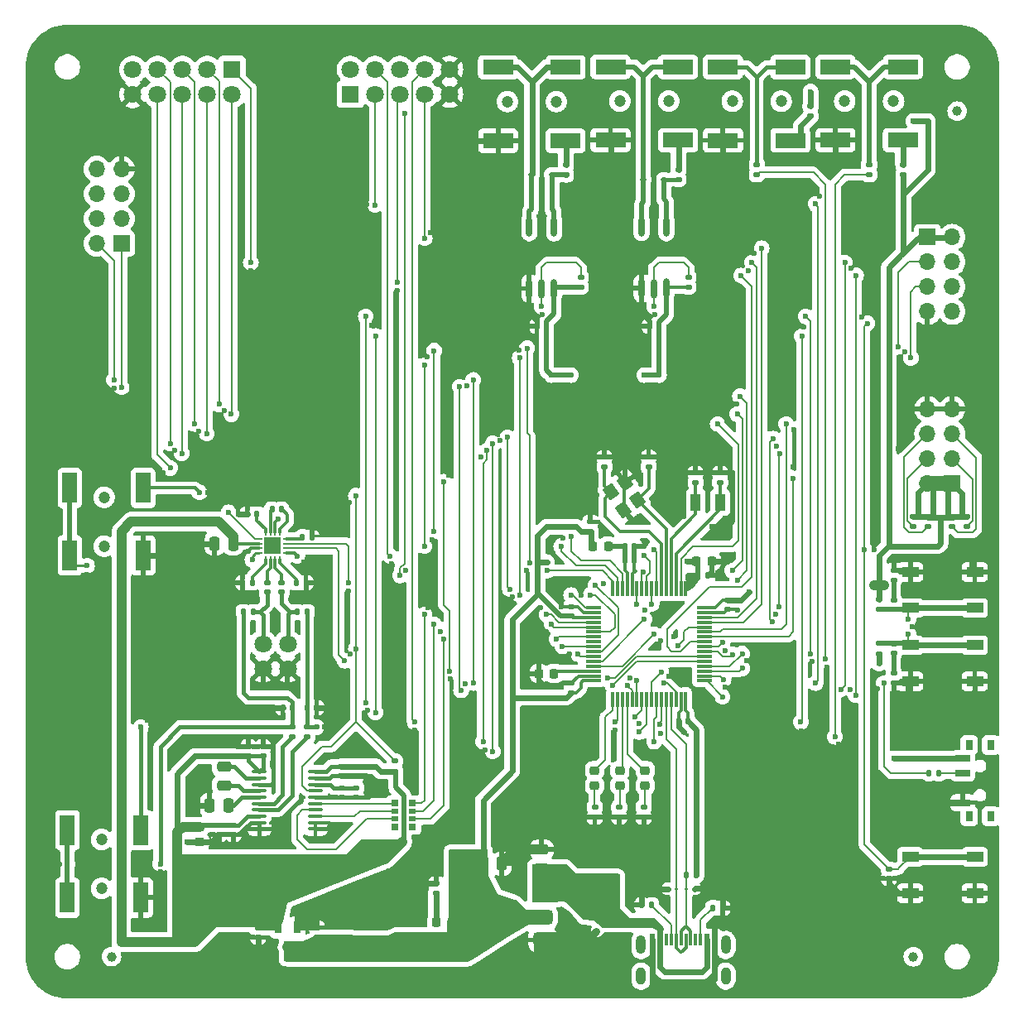
<source format=gtl>
G04 #@! TF.GenerationSoftware,KiCad,Pcbnew,8.0.5*
G04 #@! TF.CreationDate,2024-12-21T22:20:06-05:00*
G04 #@! TF.ProjectId,stm-midi-poc1,73746d2d-6d69-4646-992d-706f63312e6b,1*
G04 #@! TF.SameCoordinates,Original*
G04 #@! TF.FileFunction,Copper,L1,Top*
G04 #@! TF.FilePolarity,Positive*
%FSLAX46Y46*%
G04 Gerber Fmt 4.6, Leading zero omitted, Abs format (unit mm)*
G04 Created by KiCad (PCBNEW 8.0.5) date 2024-12-21 22:20:06*
%MOMM*%
%LPD*%
G01*
G04 APERTURE LIST*
G04 Aperture macros list*
%AMRoundRect*
0 Rectangle with rounded corners*
0 $1 Rounding radius*
0 $2 $3 $4 $5 $6 $7 $8 $9 X,Y pos of 4 corners*
0 Add a 4 corners polygon primitive as box body*
4,1,4,$2,$3,$4,$5,$6,$7,$8,$9,$2,$3,0*
0 Add four circle primitives for the rounded corners*
1,1,$1+$1,$2,$3*
1,1,$1+$1,$4,$5*
1,1,$1+$1,$6,$7*
1,1,$1+$1,$8,$9*
0 Add four rect primitives between the rounded corners*
20,1,$1+$1,$2,$3,$4,$5,0*
20,1,$1+$1,$4,$5,$6,$7,0*
20,1,$1+$1,$6,$7,$8,$9,0*
20,1,$1+$1,$8,$9,$2,$3,0*%
%AMRotRect*
0 Rectangle, with rotation*
0 The origin of the aperture is its center*
0 $1 length*
0 $2 width*
0 $3 Rotation angle, in degrees counterclockwise*
0 Add horizontal line*
21,1,$1,$2,0,0,$3*%
G04 Aperture macros list end*
G04 #@! TA.AperFunction,ComponentPad*
%ADD10C,1.800000*%
G04 #@! TD*
G04 #@! TA.AperFunction,SMDPad,CuDef*
%ADD11RoundRect,0.075000X-0.075000X0.700000X-0.075000X-0.700000X0.075000X-0.700000X0.075000X0.700000X0*%
G04 #@! TD*
G04 #@! TA.AperFunction,SMDPad,CuDef*
%ADD12RoundRect,0.075000X-0.700000X0.075000X-0.700000X-0.075000X0.700000X-0.075000X0.700000X0.075000X0*%
G04 #@! TD*
G04 #@! TA.AperFunction,SMDPad,CuDef*
%ADD13RoundRect,0.140000X0.170000X-0.140000X0.170000X0.140000X-0.170000X0.140000X-0.170000X-0.140000X0*%
G04 #@! TD*
G04 #@! TA.AperFunction,ComponentPad*
%ADD14C,1.200000*%
G04 #@! TD*
G04 #@! TA.AperFunction,SMDPad,CuDef*
%ADD15R,3.100000X1.500000*%
G04 #@! TD*
G04 #@! TA.AperFunction,SMDPad,CuDef*
%ADD16RoundRect,0.225000X-0.250000X0.225000X-0.250000X-0.225000X0.250000X-0.225000X0.250000X0.225000X0*%
G04 #@! TD*
G04 #@! TA.AperFunction,SMDPad,CuDef*
%ADD17RoundRect,0.135000X-0.185000X0.135000X-0.185000X-0.135000X0.185000X-0.135000X0.185000X0.135000X0*%
G04 #@! TD*
G04 #@! TA.AperFunction,SMDPad,CuDef*
%ADD18RoundRect,0.140000X0.140000X0.170000X-0.140000X0.170000X-0.140000X-0.170000X0.140000X-0.170000X0*%
G04 #@! TD*
G04 #@! TA.AperFunction,SMDPad,CuDef*
%ADD19R,1.700000X1.000000*%
G04 #@! TD*
G04 #@! TA.AperFunction,ComponentPad*
%ADD20R,1.700000X1.700000*%
G04 #@! TD*
G04 #@! TA.AperFunction,ComponentPad*
%ADD21O,1.700000X1.700000*%
G04 #@! TD*
G04 #@! TA.AperFunction,SMDPad,CuDef*
%ADD22RoundRect,0.100000X-0.637500X-0.100000X0.637500X-0.100000X0.637500X0.100000X-0.637500X0.100000X0*%
G04 #@! TD*
G04 #@! TA.AperFunction,SMDPad,CuDef*
%ADD23RoundRect,0.135000X0.185000X-0.135000X0.185000X0.135000X-0.185000X0.135000X-0.185000X-0.135000X0*%
G04 #@! TD*
G04 #@! TA.AperFunction,SMDPad,CuDef*
%ADD24R,0.700000X1.250000*%
G04 #@! TD*
G04 #@! TA.AperFunction,SMDPad,CuDef*
%ADD25RoundRect,0.140000X-0.140000X-0.170000X0.140000X-0.170000X0.140000X0.170000X-0.140000X0.170000X0*%
G04 #@! TD*
G04 #@! TA.AperFunction,SMDPad,CuDef*
%ADD26RoundRect,0.140000X-0.170000X0.140000X-0.170000X-0.140000X0.170000X-0.140000X0.170000X0.140000X0*%
G04 #@! TD*
G04 #@! TA.AperFunction,SMDPad,CuDef*
%ADD27RoundRect,0.062500X0.117500X0.062500X-0.117500X0.062500X-0.117500X-0.062500X0.117500X-0.062500X0*%
G04 #@! TD*
G04 #@! TA.AperFunction,SMDPad,CuDef*
%ADD28RoundRect,0.250000X-0.250000X-0.475000X0.250000X-0.475000X0.250000X0.475000X-0.250000X0.475000X0*%
G04 #@! TD*
G04 #@! TA.AperFunction,SMDPad,CuDef*
%ADD29RoundRect,0.218750X0.256250X-0.218750X0.256250X0.218750X-0.256250X0.218750X-0.256250X-0.218750X0*%
G04 #@! TD*
G04 #@! TA.AperFunction,SMDPad,CuDef*
%ADD30RoundRect,0.218750X0.218750X0.256250X-0.218750X0.256250X-0.218750X-0.256250X0.218750X-0.256250X0*%
G04 #@! TD*
G04 #@! TA.AperFunction,SMDPad,CuDef*
%ADD31RotRect,1.400000X1.200000X125.000000*%
G04 #@! TD*
G04 #@! TA.AperFunction,ComponentPad*
%ADD32R,1.800000X1.800000*%
G04 #@! TD*
G04 #@! TA.AperFunction,SMDPad,CuDef*
%ADD33R,1.000000X1.800000*%
G04 #@! TD*
G04 #@! TA.AperFunction,SMDPad,CuDef*
%ADD34R,0.800000X1.000000*%
G04 #@! TD*
G04 #@! TA.AperFunction,SMDPad,CuDef*
%ADD35R,1.500000X0.700000*%
G04 #@! TD*
G04 #@! TA.AperFunction,SMDPad,CuDef*
%ADD36R,1.500000X3.100000*%
G04 #@! TD*
G04 #@! TA.AperFunction,SMDPad,CuDef*
%ADD37RoundRect,0.225000X0.225000X0.250000X-0.225000X0.250000X-0.225000X-0.250000X0.225000X-0.250000X0*%
G04 #@! TD*
G04 #@! TA.AperFunction,SMDPad,CuDef*
%ADD38R,0.280000X0.660000*%
G04 #@! TD*
G04 #@! TA.AperFunction,SMDPad,CuDef*
%ADD39R,0.660000X0.280000*%
G04 #@! TD*
G04 #@! TA.AperFunction,SMDPad,CuDef*
%ADD40R,1.750000X1.750000*%
G04 #@! TD*
G04 #@! TA.AperFunction,SMDPad,CuDef*
%ADD41RoundRect,0.135000X0.135000X0.185000X-0.135000X0.185000X-0.135000X-0.185000X0.135000X-0.185000X0*%
G04 #@! TD*
G04 #@! TA.AperFunction,SMDPad,CuDef*
%ADD42RoundRect,0.135000X-0.135000X-0.185000X0.135000X-0.185000X0.135000X0.185000X-0.135000X0.185000X0*%
G04 #@! TD*
G04 #@! TA.AperFunction,SMDPad,CuDef*
%ADD43RoundRect,0.375000X0.625000X0.375000X-0.625000X0.375000X-0.625000X-0.375000X0.625000X-0.375000X0*%
G04 #@! TD*
G04 #@! TA.AperFunction,SMDPad,CuDef*
%ADD44RoundRect,0.500000X0.500000X1.400000X-0.500000X1.400000X-0.500000X-1.400000X0.500000X-1.400000X0*%
G04 #@! TD*
G04 #@! TA.AperFunction,ComponentPad*
%ADD45O,1.000000X1.900000*%
G04 #@! TD*
G04 #@! TA.AperFunction,ComponentPad*
%ADD46O,1.000000X1.800000*%
G04 #@! TD*
G04 #@! TA.AperFunction,SMDPad,CuDef*
%ADD47R,0.600000X1.150000*%
G04 #@! TD*
G04 #@! TA.AperFunction,SMDPad,CuDef*
%ADD48R,0.300000X1.150000*%
G04 #@! TD*
G04 #@! TA.AperFunction,SMDPad,CuDef*
%ADD49RoundRect,0.250000X0.475000X-0.250000X0.475000X0.250000X-0.475000X0.250000X-0.475000X-0.250000X0*%
G04 #@! TD*
G04 #@! TA.AperFunction,SMDPad,CuDef*
%ADD50RoundRect,0.112500X0.187500X0.112500X-0.187500X0.112500X-0.187500X-0.112500X0.187500X-0.112500X0*%
G04 #@! TD*
G04 #@! TA.AperFunction,SMDPad,CuDef*
%ADD51C,1.000000*%
G04 #@! TD*
G04 #@! TA.AperFunction,SMDPad,CuDef*
%ADD52O,0.650000X2.000000*%
G04 #@! TD*
G04 #@! TA.AperFunction,SMDPad,CuDef*
%ADD53RoundRect,0.250000X-0.475000X0.250000X-0.475000X-0.250000X0.475000X-0.250000X0.475000X0.250000X0*%
G04 #@! TD*
G04 #@! TA.AperFunction,SMDPad,CuDef*
%ADD54RoundRect,0.250000X0.250000X0.475000X-0.250000X0.475000X-0.250000X-0.475000X0.250000X-0.475000X0*%
G04 #@! TD*
G04 #@! TA.AperFunction,SMDPad,CuDef*
%ADD55RoundRect,0.225000X-0.225000X-0.250000X0.225000X-0.250000X0.225000X0.250000X-0.225000X0.250000X0*%
G04 #@! TD*
G04 #@! TA.AperFunction,SMDPad,CuDef*
%ADD56RoundRect,0.062500X-0.117500X-0.062500X0.117500X-0.062500X0.117500X0.062500X-0.117500X0.062500X0*%
G04 #@! TD*
G04 #@! TA.AperFunction,SMDPad,CuDef*
%ADD57R,0.800000X0.650000*%
G04 #@! TD*
G04 #@! TA.AperFunction,SMDPad,CuDef*
%ADD58R,0.800000X0.500000*%
G04 #@! TD*
G04 #@! TA.AperFunction,SMDPad,CuDef*
%ADD59RoundRect,0.218750X-0.218750X-0.256250X0.218750X-0.256250X0.218750X0.256250X-0.218750X0.256250X0*%
G04 #@! TD*
G04 #@! TA.AperFunction,SMDPad,CuDef*
%ADD60RoundRect,0.062500X0.038891X0.127279X-0.127279X-0.038891X-0.038891X-0.127279X0.127279X0.038891X0*%
G04 #@! TD*
G04 #@! TA.AperFunction,ViaPad*
%ADD61C,0.600000*%
G04 #@! TD*
G04 #@! TA.AperFunction,ViaPad*
%ADD62C,0.500000*%
G04 #@! TD*
G04 #@! TA.AperFunction,Conductor*
%ADD63C,0.200000*%
G04 #@! TD*
G04 #@! TA.AperFunction,Conductor*
%ADD64C,0.600000*%
G04 #@! TD*
G04 #@! TA.AperFunction,Conductor*
%ADD65C,0.400000*%
G04 #@! TD*
G04 #@! TA.AperFunction,Conductor*
%ADD66C,0.500000*%
G04 #@! TD*
G04 #@! TA.AperFunction,Conductor*
%ADD67C,0.300000*%
G04 #@! TD*
G04 #@! TA.AperFunction,Conductor*
%ADD68C,1.000000*%
G04 #@! TD*
G04 #@! TA.AperFunction,Conductor*
%ADD69C,0.800000*%
G04 #@! TD*
G04 #@! TA.AperFunction,Conductor*
%ADD70C,0.700000*%
G04 #@! TD*
G04 #@! TA.AperFunction,Conductor*
%ADD71C,1.500000*%
G04 #@! TD*
G04 #@! TA.AperFunction,Conductor*
%ADD72C,0.280000*%
G04 #@! TD*
G04 APERTURE END LIST*
D10*
X131480000Y-102520000D03*
X131480000Y-99980000D03*
X134020000Y-102520000D03*
X134020000Y-99980000D03*
D11*
X174741181Y-94350976D03*
X174241181Y-94350976D03*
X173741181Y-94350976D03*
X173241181Y-94350976D03*
X172741181Y-94350976D03*
X172241181Y-94350976D03*
X171741181Y-94350976D03*
X171241181Y-94350976D03*
X170741181Y-94350976D03*
X170241181Y-94350976D03*
X169741181Y-94350976D03*
X169241181Y-94350976D03*
X168741181Y-94350976D03*
X168241181Y-94350976D03*
X167741181Y-94350976D03*
X167241181Y-94350976D03*
D12*
X165316181Y-96275976D03*
X165316181Y-96775976D03*
X165316181Y-97275976D03*
X165316181Y-97775976D03*
X165316181Y-98275976D03*
X165316181Y-98775976D03*
X165316181Y-99275976D03*
X165316181Y-99775976D03*
X165316181Y-100275976D03*
X165316181Y-100775976D03*
X165316181Y-101275976D03*
X165316181Y-101775976D03*
X165316181Y-102275976D03*
X165316181Y-102775976D03*
X165316181Y-103275976D03*
X165316181Y-103775976D03*
D11*
X167241181Y-105700976D03*
X167741181Y-105700976D03*
X168241181Y-105700976D03*
X168741181Y-105700976D03*
X169241181Y-105700976D03*
X169741181Y-105700976D03*
X170241181Y-105700976D03*
X170741181Y-105700976D03*
X171241181Y-105700976D03*
X171741181Y-105700976D03*
X172241181Y-105700976D03*
X172741181Y-105700976D03*
X173241181Y-105700976D03*
X173741181Y-105700976D03*
X174241181Y-105700976D03*
X174741181Y-105700976D03*
D12*
X176666181Y-103775976D03*
X176666181Y-103275976D03*
X176666181Y-102775976D03*
X176666181Y-102275976D03*
X176666181Y-101775976D03*
X176666181Y-101275976D03*
X176666181Y-100775976D03*
X176666181Y-100275976D03*
X176666181Y-99775976D03*
X176666181Y-99275976D03*
X176666181Y-98775976D03*
X176666181Y-98275976D03*
X176666181Y-97775976D03*
X176666181Y-97275976D03*
X176666181Y-96775976D03*
X176666181Y-96275976D03*
D13*
X175750000Y-83480000D03*
X175750000Y-82520000D03*
D14*
X167991181Y-44478476D03*
X172991181Y-44478476D03*
D15*
X167041181Y-48478476D03*
X167041181Y-40978476D03*
X173941181Y-40978476D03*
X173941181Y-48478476D03*
D13*
X163036385Y-97149799D03*
X163036385Y-96189799D03*
D16*
X125000000Y-118725000D03*
X125000000Y-120275000D03*
D17*
X196991181Y-50968472D03*
X196991181Y-51988472D03*
D18*
X134480000Y-106500000D03*
X133520000Y-106500000D03*
D19*
X204291181Y-103828476D03*
X197691181Y-103828476D03*
X204291181Y-100128476D03*
X197691181Y-100128476D03*
D20*
X199452646Y-58394637D03*
D21*
X201992646Y-58394637D03*
X199452646Y-60934637D03*
X201992646Y-60934637D03*
X199452646Y-63474637D03*
X201992646Y-63474637D03*
X199452646Y-66014637D03*
X201992646Y-66014637D03*
D18*
X171980000Y-67500000D03*
X171020000Y-67500000D03*
D22*
X131137500Y-113075000D03*
X131137500Y-113725000D03*
X131137500Y-114375000D03*
X131137500Y-115025000D03*
X131137500Y-115675000D03*
X131137500Y-116325000D03*
X131137500Y-116975000D03*
X131137500Y-117625000D03*
X131137500Y-118275000D03*
X131137500Y-118925000D03*
X136862500Y-118925000D03*
X136862500Y-118275000D03*
X136862500Y-117625000D03*
X136862500Y-116975000D03*
X136862500Y-116325000D03*
X136862500Y-115675000D03*
X136862500Y-115025000D03*
X136862500Y-114375000D03*
X136862500Y-113725000D03*
X136862500Y-113075000D03*
D23*
X203500000Y-88010000D03*
X203500000Y-86990000D03*
D24*
X134950000Y-129000000D03*
X133050000Y-129000000D03*
X134000000Y-131000000D03*
D25*
X136020000Y-106500000D03*
X136980000Y-106500000D03*
X168520000Y-91500000D03*
X169480000Y-91500000D03*
X168520000Y-90000000D03*
X169480000Y-90000000D03*
D26*
X139526545Y-114705054D03*
X139526545Y-115665054D03*
D27*
X172912313Y-125039289D03*
X173752313Y-125039289D03*
D28*
X154041181Y-122478476D03*
X155941181Y-122478476D03*
D26*
X195500000Y-123020000D03*
X195500000Y-123980000D03*
D18*
X130881181Y-86728476D03*
X129921181Y-86728476D03*
D29*
X170590006Y-114499994D03*
X170590006Y-112924994D03*
D23*
X134500000Y-109530000D03*
X134500000Y-108510000D03*
D30*
X166787500Y-90000000D03*
X165212500Y-90000000D03*
D31*
X169761869Y-85302133D03*
X168500000Y-83500000D03*
X167107443Y-84475081D03*
X168369312Y-86277214D03*
D32*
X128330000Y-41250000D03*
D10*
X128330000Y-43790000D03*
X125790000Y-41250000D03*
X125790000Y-43790000D03*
X123250000Y-41250000D03*
X123250000Y-43790000D03*
X120710000Y-41250000D03*
X120710000Y-43790000D03*
X118170000Y-41250000D03*
X118170000Y-43790000D03*
D33*
X178250000Y-85500000D03*
X175750000Y-85500000D03*
D17*
X145000000Y-111990000D03*
X145000000Y-113010000D03*
D26*
X139500000Y-112520000D03*
X139500000Y-113480000D03*
D13*
X131901181Y-94708476D03*
X131901181Y-93748476D03*
D34*
X203711181Y-117628476D03*
X205921181Y-117628476D03*
X203711181Y-110328476D03*
X205921181Y-110328476D03*
D35*
X203061181Y-116228476D03*
X203061181Y-113228476D03*
X203061181Y-111728476D03*
D26*
X128500000Y-118520000D03*
X128500000Y-119480000D03*
D13*
X170934656Y-81868607D03*
X170934656Y-80908607D03*
X178250000Y-83480000D03*
X178250000Y-82520000D03*
D18*
X135881181Y-93728476D03*
X134921181Y-93728476D03*
D14*
X114991181Y-125000000D03*
X114991181Y-120000000D03*
D36*
X118991181Y-125950000D03*
X111491181Y-125950000D03*
X111491181Y-119050000D03*
X118991181Y-119050000D03*
D37*
X161266181Y-103025976D03*
X159716181Y-103025976D03*
D38*
X131741181Y-91388476D03*
X132241181Y-91388476D03*
X132741181Y-91388476D03*
X133241181Y-91388476D03*
D39*
X133901181Y-90728476D03*
X133901181Y-90228476D03*
X133901181Y-89728476D03*
X133901181Y-89228476D03*
D38*
X133241181Y-88568476D03*
X132741181Y-88568476D03*
X132241181Y-88568476D03*
X131741181Y-88568476D03*
D39*
X131081181Y-89228476D03*
X131081181Y-89728476D03*
X131081181Y-90228476D03*
X131081181Y-90728476D03*
D40*
X132491181Y-89978476D03*
D23*
X187500000Y-46010000D03*
X187500000Y-44990000D03*
D17*
X170430006Y-116702494D03*
X170430006Y-117722494D03*
D41*
X136010000Y-96728476D03*
X134990000Y-96728476D03*
D17*
X198000000Y-86990000D03*
X198000000Y-88010000D03*
D23*
X194500000Y-100988476D03*
X194500000Y-99968476D03*
D14*
X115241181Y-90000000D03*
X115241181Y-85000000D03*
D36*
X119241181Y-90950000D03*
X111741181Y-90950000D03*
X111741181Y-84050000D03*
X119241181Y-84050000D03*
D23*
X136000000Y-109530000D03*
X136000000Y-108510000D03*
D18*
X174960000Y-107911823D03*
X174000000Y-107911823D03*
D42*
X171260000Y-126708964D03*
X170240000Y-126708964D03*
D19*
X197691181Y-92628476D03*
X204291181Y-92628476D03*
X197691181Y-96328476D03*
X204291181Y-96328476D03*
D43*
X160141181Y-130278476D03*
X160141181Y-127978476D03*
D44*
X153841181Y-127978476D03*
D43*
X160141181Y-125678476D03*
D26*
X196000000Y-99998476D03*
X196000000Y-100958476D03*
D20*
X202000000Y-83580000D03*
D21*
X199460000Y-83580000D03*
X202000000Y-81040000D03*
X199460000Y-81040000D03*
X202000000Y-78500000D03*
X199460000Y-78500000D03*
X202000000Y-75960000D03*
X199460000Y-75960000D03*
D26*
X141026545Y-114725054D03*
X141026545Y-115685054D03*
D45*
X170170000Y-130783476D03*
X178830000Y-130783476D03*
D46*
X178830000Y-133973476D03*
X170170000Y-133973476D03*
D47*
X171300000Y-130223476D03*
X172100000Y-130223476D03*
D48*
X173250000Y-130223476D03*
X174250000Y-130223476D03*
X174750000Y-130223476D03*
X175750000Y-130223476D03*
D47*
X177700000Y-130223476D03*
X176900000Y-130223476D03*
D48*
X176250000Y-130223476D03*
X175250000Y-130223476D03*
X173750000Y-130223476D03*
X172750000Y-130223476D03*
D25*
X176011181Y-93000000D03*
X176971181Y-93000000D03*
D49*
X159991181Y-122928476D03*
X159991181Y-121028476D03*
D18*
X160480000Y-67500000D03*
X159520000Y-67500000D03*
D13*
X130000000Y-111480000D03*
X130000000Y-110520000D03*
X131500000Y-111480000D03*
X131500000Y-110520000D03*
D32*
X164480000Y-124500000D03*
D10*
X167020000Y-124500000D03*
D17*
X196000000Y-102988476D03*
X196000000Y-104008476D03*
D32*
X140420000Y-43770000D03*
D10*
X140420000Y-41230000D03*
X142960000Y-43770000D03*
X142960000Y-41230000D03*
X145500000Y-43770000D03*
X145500000Y-41230000D03*
X148040000Y-43770000D03*
X148040000Y-41230000D03*
X150580000Y-43770000D03*
X150580000Y-41230000D03*
D23*
X202000000Y-88010000D03*
X202000000Y-86990000D03*
D14*
X190991181Y-44478472D03*
X195991181Y-44478472D03*
D15*
X190041181Y-48478472D03*
X190041181Y-40978472D03*
X196941181Y-40978472D03*
X196941181Y-48478472D03*
D13*
X166434656Y-81868607D03*
X166434656Y-80908607D03*
D26*
X141000000Y-112520000D03*
X141000000Y-113480000D03*
D50*
X161050000Y-52000000D03*
X158950000Y-52000000D03*
D17*
X194500000Y-95468476D03*
X194500000Y-96488476D03*
D51*
X202491181Y-45500000D03*
D25*
X135520000Y-89072263D03*
X136480000Y-89072263D03*
D23*
X164000000Y-63510000D03*
X164000000Y-62490000D03*
D28*
X126550000Y-89728476D03*
X128450000Y-89728476D03*
D52*
X161270000Y-57350000D03*
X158730000Y-57330000D03*
X158730000Y-63650000D03*
X160000000Y-63680000D03*
X161270000Y-63650000D03*
D42*
X129490000Y-96728476D03*
X130510000Y-96728476D03*
D26*
X178991181Y-95520000D03*
X178991181Y-96480000D03*
D18*
X133381181Y-86228476D03*
X132421181Y-86228476D03*
D42*
X174812381Y-123602739D03*
X175832381Y-123602739D03*
D17*
X167920006Y-116702494D03*
X167920006Y-117722494D03*
D13*
X196000000Y-96458476D03*
X196000000Y-95498476D03*
D41*
X178510000Y-127000000D03*
X177490000Y-127000000D03*
D17*
X162491181Y-51015976D03*
X162491181Y-52035976D03*
D20*
X117040000Y-59040000D03*
D21*
X114500000Y-59040000D03*
X117040000Y-56500000D03*
X114500000Y-56500000D03*
X117040000Y-53960000D03*
X114500000Y-53960000D03*
X117040000Y-51420000D03*
X114500000Y-51420000D03*
D52*
X172761181Y-57328476D03*
X170221181Y-57308476D03*
X170221181Y-63628476D03*
X171491181Y-63658476D03*
X172761181Y-63628476D03*
D14*
X156491181Y-44525976D03*
X161491181Y-44525976D03*
D15*
X155541181Y-48525976D03*
X155541181Y-41025976D03*
X162441181Y-41025976D03*
X162441181Y-48525976D03*
D13*
X137000000Y-129980000D03*
X137000000Y-129020000D03*
X133401181Y-94708476D03*
X133401181Y-93748476D03*
D53*
X127500000Y-112550000D03*
X127500000Y-114450000D03*
D17*
X199500000Y-86990000D03*
X199500000Y-88010000D03*
D26*
X127000000Y-118520000D03*
X127000000Y-119480000D03*
D13*
X165000000Y-88480000D03*
X165000000Y-87520000D03*
D23*
X196000000Y-93488476D03*
X196000000Y-92468476D03*
D54*
X127950000Y-116500000D03*
X126050000Y-116500000D03*
D26*
X131000000Y-129020000D03*
X131000000Y-129980000D03*
D55*
X175834375Y-91503996D03*
X177384375Y-91503996D03*
D14*
X179491181Y-44493096D03*
X184491181Y-44493096D03*
D15*
X178541181Y-48493096D03*
X178541181Y-40993096D03*
X185441181Y-40993096D03*
X185441181Y-48493096D03*
D17*
X165430006Y-116702494D03*
X165430006Y-117722494D03*
D29*
X168000006Y-114499994D03*
X168000006Y-112924994D03*
D56*
X175654331Y-125032299D03*
X174814331Y-125032299D03*
D57*
X146800000Y-118700000D03*
D58*
X146800000Y-117900000D03*
X146800000Y-117100000D03*
D57*
X146800000Y-116300000D03*
X145000000Y-116300000D03*
D58*
X145000000Y-117100000D03*
X145000000Y-117900000D03*
D57*
X145000000Y-118700000D03*
D50*
X172500000Y-52500000D03*
X170400000Y-52500000D03*
D23*
X175000000Y-63510000D03*
X175000000Y-62490000D03*
D29*
X165410006Y-114499994D03*
X165410006Y-112924994D03*
D17*
X193500000Y-50990000D03*
X193500000Y-52010000D03*
D19*
X197691181Y-121778476D03*
X204291181Y-121778476D03*
X197691181Y-125478476D03*
X204291181Y-125478476D03*
D25*
X129421181Y-93728476D03*
X130381181Y-93728476D03*
D17*
X182000000Y-50990000D03*
X182000000Y-52010000D03*
D13*
X163000000Y-104980000D03*
X163000000Y-104020000D03*
D51*
X198000000Y-132000000D03*
D42*
X199600834Y-113227220D03*
X200620834Y-113227220D03*
D23*
X149209778Y-125510000D03*
X149209778Y-124490000D03*
D59*
X149212500Y-128500000D03*
X150787500Y-128500000D03*
D17*
X173991181Y-51468476D03*
X173991181Y-52488476D03*
D60*
X165703015Y-129296985D03*
X166296985Y-128703015D03*
D51*
X116000000Y-131978478D03*
D61*
X135000000Y-98250000D03*
X130500000Y-98250000D03*
X132750000Y-97500000D03*
X167503315Y-108813535D03*
X169500000Y-87500000D03*
X178500000Y-50500000D03*
X153764933Y-80908945D03*
X135898223Y-94922877D03*
X164500000Y-130278476D03*
X138000000Y-106500000D03*
X153750000Y-53000000D03*
X132529210Y-114368551D03*
X176750000Y-125000000D03*
X140309183Y-85508091D03*
X201000000Y-37500000D03*
X177000000Y-82520000D03*
X121237038Y-82512410D03*
X179940635Y-75499274D03*
X180000000Y-96500000D03*
X194343638Y-104614022D03*
X130000000Y-90500000D03*
X113473645Y-92874854D03*
X129000000Y-86728476D03*
X162000000Y-133000000D03*
X170240000Y-125500000D03*
X163500000Y-133000000D03*
X131000000Y-131500000D03*
X174500000Y-109000000D03*
X120750000Y-103750000D03*
X134000000Y-104250000D03*
X148770521Y-89305542D03*
X186529924Y-108866268D03*
X161000000Y-132000000D03*
X162837126Y-101006513D03*
X137000000Y-127500000D03*
X174500000Y-82500000D03*
X142212978Y-106791956D03*
X181105165Y-61859653D03*
X179500000Y-84500000D03*
X121022645Y-123321065D03*
X149656475Y-98713412D03*
X205250000Y-129000000D03*
D62*
X169500000Y-92541528D03*
D61*
X123734303Y-120275000D03*
X166358610Y-93792316D03*
X136000000Y-57000000D03*
X164958709Y-86260416D03*
X197905583Y-98232313D03*
X188377695Y-54244384D03*
X148281806Y-70666642D03*
X144619144Y-91792044D03*
X126500000Y-134000000D03*
X148355585Y-96271066D03*
X147718721Y-124500000D03*
X205750000Y-44250000D03*
X166641047Y-117724943D03*
X183938565Y-96961086D03*
X186800539Y-67598380D03*
X204264245Y-105043074D03*
X172000000Y-135000000D03*
X171300000Y-134465441D03*
X142243804Y-115680684D03*
X172170306Y-99648865D03*
X121000000Y-126000000D03*
X135250000Y-42250000D03*
X169948516Y-108180735D03*
X124940615Y-78212498D03*
X174000000Y-135000000D03*
X122458263Y-80161606D03*
X187675869Y-101785653D03*
X158500000Y-67500000D03*
X132500000Y-106500000D03*
X168497285Y-81684706D03*
X119000000Y-123344205D03*
X160013921Y-66327788D03*
X129428461Y-95008569D03*
X146116663Y-92490361D03*
X162250000Y-116500000D03*
X130269082Y-61800641D03*
X179000000Y-88000000D03*
X194000000Y-56750000D03*
X135691225Y-91600552D03*
X145234314Y-63844529D03*
X190000000Y-50500000D03*
X146992776Y-108829036D03*
X181746060Y-60009523D03*
X180936498Y-101730466D03*
X179500000Y-82500000D03*
X176500000Y-135000000D03*
X196000000Y-125000000D03*
X155765371Y-79202556D03*
X190340524Y-110271027D03*
X157700615Y-69933459D03*
X179500000Y-87000000D03*
X125262889Y-89754915D03*
X136001906Y-74641444D03*
X170516997Y-96559343D03*
X170500000Y-90000000D03*
X201000000Y-125478476D03*
X133072230Y-87251416D03*
X196500000Y-80000000D03*
X127545406Y-76103213D03*
X162500000Y-131500000D03*
X125810928Y-84522568D03*
X197700070Y-91275176D03*
X173500000Y-96500000D03*
X150622097Y-103584409D03*
X148639934Y-57900001D03*
X162011782Y-104177989D03*
X177419240Y-88000000D03*
X169206230Y-117734237D03*
X185749155Y-78085664D03*
X118000000Y-63000000D03*
X164000000Y-131500000D03*
X191663208Y-61603595D03*
X204027723Y-91172812D03*
X201500000Y-116228476D03*
X167000000Y-51000000D03*
X162000000Y-96189799D03*
X131500000Y-104250000D03*
X152390203Y-73600000D03*
X136879103Y-88116031D03*
X142000000Y-113500000D03*
X159877071Y-96295441D03*
X117500000Y-80000000D03*
X111500000Y-115250000D03*
X176000000Y-107000000D03*
X138500000Y-118500000D03*
X110000000Y-80000000D03*
X134950000Y-127550000D03*
X109000000Y-129500000D03*
X186500000Y-115750000D03*
X116238345Y-73808242D03*
X179000000Y-91500000D03*
X110681161Y-122498601D03*
X177700000Y-132500000D03*
X137800151Y-108508942D03*
X172132368Y-109197016D03*
X192771846Y-66600000D03*
X178773913Y-104455677D03*
X111500000Y-95250000D03*
X168988597Y-103477830D03*
X160500000Y-98726456D03*
X184000000Y-79799266D03*
X169712083Y-80910361D03*
X173550574Y-99268477D03*
X174500000Y-87000000D03*
X174000000Y-83000000D03*
X152525976Y-48525976D03*
X178789521Y-100692755D03*
X142142078Y-55053028D03*
X152500000Y-67500000D03*
X167587963Y-80903257D03*
X197500000Y-105000000D03*
X115000000Y-38500000D03*
X142628266Y-67431009D03*
X124500000Y-116500000D03*
X132500000Y-110500000D03*
X163000000Y-130278476D03*
X133250000Y-81500000D03*
X178510000Y-125500000D03*
X156962957Y-95209777D03*
X172000000Y-125039289D03*
X140385906Y-101023274D03*
X173018330Y-103344863D03*
X154187705Y-110830352D03*
X121000000Y-97000000D03*
X119644821Y-107800000D03*
X170000000Y-67500000D03*
X185674239Y-81887626D03*
X160000000Y-133000000D03*
X162135158Y-89154605D03*
X171550766Y-66303737D03*
X198250000Y-129000000D03*
X121158645Y-90949006D03*
X129000000Y-110500000D03*
X178941704Y-77157364D03*
X185500000Y-58750000D03*
X127000000Y-103750000D03*
X191571846Y-104640767D03*
X157209829Y-121209829D03*
X164066291Y-94992530D03*
X118500000Y-70000000D03*
X197150116Y-70110295D03*
X158750000Y-116250000D03*
X158000000Y-121028476D03*
X180500000Y-115250000D03*
X193981972Y-90341396D03*
X177700000Y-134300000D03*
X189148899Y-102388325D03*
X160168496Y-104168497D03*
X150470495Y-82756265D03*
X171300000Y-132500000D03*
X152191418Y-104060704D03*
X140233439Y-94557267D03*
X174000000Y-86500000D03*
X158435128Y-92494651D03*
X109000000Y-46000000D03*
X141000000Y-109500000D03*
X174844855Y-91503674D03*
X172000000Y-72500000D03*
X163000000Y-72500000D03*
X195576386Y-89998711D03*
X152500000Y-122500000D03*
X198000000Y-46500000D03*
X153500000Y-131000000D03*
X161000000Y-72500000D03*
X151500000Y-131500000D03*
X158000000Y-127978476D03*
X156000000Y-129500000D03*
X199500000Y-46500000D03*
X194500000Y-102000000D03*
X199500000Y-48000000D03*
X151500000Y-122000000D03*
X153841181Y-124500000D03*
X195000000Y-94000000D03*
X156000000Y-127978476D03*
X187500000Y-43500000D03*
X151500000Y-126500000D03*
X194000000Y-94000000D03*
X195500000Y-72000000D03*
X152500000Y-125000000D03*
X160521510Y-91618308D03*
X175832381Y-121500000D03*
X152000000Y-129500000D03*
X181257824Y-94657406D03*
X170500000Y-72500000D03*
X156000000Y-126500000D03*
X175860216Y-122506704D03*
X195500000Y-73000000D03*
X196000000Y-111716121D03*
X151500000Y-124000000D03*
X194500000Y-92500000D03*
X195000000Y-104000000D03*
X173956554Y-100164967D03*
X193000000Y-90334065D03*
X193297379Y-67204125D03*
X171500000Y-90334065D03*
X197500000Y-97500000D03*
X178496165Y-99834882D03*
X197500000Y-99000000D03*
X179558793Y-101082140D03*
X119000000Y-108500000D03*
X137000000Y-108500000D03*
X121000000Y-122500000D03*
X111491181Y-122500000D03*
X190591181Y-104640767D03*
X191000000Y-61000000D03*
X178500000Y-105400000D03*
X192106518Y-105239666D03*
X192160216Y-62311899D03*
X172500000Y-104000000D03*
X185000000Y-77500000D03*
X184260368Y-96225536D03*
X184321803Y-80534816D03*
X170500000Y-97500000D03*
X183587862Y-97760352D03*
X183649297Y-79000000D03*
X171500000Y-99000000D03*
X185674168Y-83067185D03*
X182500000Y-59525829D03*
X148039934Y-58496378D03*
X154400000Y-80221855D03*
X154000000Y-110000000D03*
X169500000Y-107500000D03*
X123190000Y-80500000D03*
X127000000Y-75500000D03*
X180280407Y-74656639D03*
X180000000Y-93500000D03*
X171246270Y-95909382D03*
X130250000Y-61000000D03*
X181500000Y-61000000D03*
X188000000Y-104000000D03*
X142959040Y-55104216D03*
X188000000Y-55000000D03*
X178598741Y-103642125D03*
X156500000Y-78880321D03*
X165000000Y-95000000D03*
X156750000Y-94400000D03*
X125750000Y-78500000D03*
X179500000Y-92500000D03*
X180000000Y-76500000D03*
X128250000Y-76500000D03*
X169741181Y-95966416D03*
X141000000Y-84834313D03*
X127961497Y-86538503D03*
X141000000Y-100500000D03*
X162121616Y-100260673D03*
X122000000Y-79500000D03*
X170000000Y-109000000D03*
X155000000Y-111000000D03*
X155000000Y-79500000D03*
X145250000Y-63000000D03*
X180391716Y-62319162D03*
X124500000Y-77500000D03*
X178000000Y-77500000D03*
X172236454Y-102915862D03*
X122000000Y-82000000D03*
X150600000Y-102772529D03*
X150000000Y-83412229D03*
X145500000Y-93000000D03*
X146000000Y-45750000D03*
X170361171Y-92607999D03*
X170495844Y-90912331D03*
X144500000Y-91000000D03*
X147000000Y-108000000D03*
X167500000Y-108000000D03*
X163000000Y-95000000D03*
X157750000Y-70750000D03*
X157750000Y-94977862D03*
X197750000Y-70750000D03*
X158750000Y-91750000D03*
X196461418Y-69617466D03*
X160578872Y-92489492D03*
X158500000Y-69750000D03*
X171500000Y-110000000D03*
X190000000Y-109500000D03*
X172112619Y-108233025D03*
X186500000Y-108000000D03*
X160000000Y-65500000D03*
X186603944Y-68528383D03*
X180500000Y-102500000D03*
X189000000Y-101500000D03*
X187000000Y-66500000D03*
X171500000Y-65500000D03*
X187500000Y-101000000D03*
X180500000Y-101000000D03*
X151595155Y-73699359D03*
X167250000Y-104250000D03*
X117040000Y-73750000D03*
X151750000Y-104750000D03*
X169741181Y-103750000D03*
X143000000Y-107000000D03*
X143000000Y-68500000D03*
X116250000Y-73000000D03*
X153000000Y-104000000D03*
X153000000Y-73000000D03*
X166750000Y-103500000D03*
X168789836Y-104286887D03*
X142000000Y-66500000D03*
X142000000Y-106000000D03*
X149000000Y-70000000D03*
X163000000Y-89000000D03*
X149000000Y-88500000D03*
X161500000Y-99500000D03*
X150000000Y-99500000D03*
X148000000Y-90000000D03*
X162000000Y-90000000D03*
X148000000Y-71500000D03*
X148000000Y-97000000D03*
X160500000Y-97000000D03*
X161000000Y-98000000D03*
X149000000Y-98000000D03*
X135000000Y-91000000D03*
X125000000Y-84500000D03*
X113500000Y-92000000D03*
X130404829Y-91404829D03*
X163711382Y-101036453D03*
X139846749Y-101716872D03*
X140250000Y-93750000D03*
X165500000Y-94000000D03*
D63*
X171260000Y-126760000D02*
X171260000Y-126708964D01*
X173250000Y-130223476D02*
X173250000Y-128750000D01*
X173250000Y-128750000D02*
X171260000Y-126760000D01*
D64*
X170240000Y-125500000D02*
X170240000Y-126708964D01*
X175686630Y-125000000D02*
X175654331Y-125032299D01*
X176750000Y-125000000D02*
X175686630Y-125000000D01*
X178510000Y-125500000D02*
X178510000Y-127000000D01*
D63*
X170741181Y-108258819D02*
X170741181Y-105700976D01*
X170000000Y-109000000D02*
X170741181Y-108258819D01*
X135728476Y-90228476D02*
X133901181Y-90228476D01*
X138977192Y-90227192D02*
X135729760Y-90227192D01*
X135729760Y-90227192D02*
X135728476Y-90228476D01*
X139250000Y-90500000D02*
X138977192Y-90227192D01*
X139250000Y-101120123D02*
X139250000Y-90500000D01*
X139846749Y-101716872D02*
X139250000Y-101120123D01*
D65*
X136010000Y-108500000D02*
X136000000Y-108510000D01*
X137000000Y-108500000D02*
X136010000Y-108500000D01*
D64*
X133520000Y-106500000D02*
X132500000Y-106500000D01*
X136980000Y-106500000D02*
X138000000Y-106500000D01*
D65*
X129490000Y-104990000D02*
X129490000Y-96728476D01*
X133990000Y-105490000D02*
X129990000Y-105490000D01*
X129990000Y-105490000D02*
X129490000Y-104990000D01*
X134480000Y-105980000D02*
X133990000Y-105490000D01*
X134480000Y-106500000D02*
X134480000Y-105980000D01*
X134020000Y-96936952D02*
X134020000Y-99980000D01*
X134228476Y-96728476D02*
X134020000Y-96936952D01*
X131480000Y-97039480D02*
X131480000Y-99980000D01*
X131168996Y-96728476D02*
X131480000Y-97039480D01*
D66*
X134000000Y-102540000D02*
X134020000Y-102520000D01*
X134000000Y-104250000D02*
X134000000Y-102540000D01*
X131500000Y-102540000D02*
X131480000Y-102520000D01*
X131500000Y-104250000D02*
X131500000Y-102540000D01*
X179480000Y-82520000D02*
X178250000Y-82520000D01*
D67*
X162000000Y-96189799D02*
X163036385Y-96189799D01*
D64*
X172000000Y-125039289D02*
X172912313Y-125039289D01*
D65*
X138275000Y-113725000D02*
X138520000Y-113480000D01*
D64*
X136980000Y-129000000D02*
X136980000Y-127520000D01*
X190041181Y-50458819D02*
X190000000Y-50500000D01*
D67*
X174000000Y-107000000D02*
X174000000Y-107911823D01*
D68*
X157209829Y-121209829D02*
X157209829Y-121209828D01*
D67*
X165316181Y-96775976D02*
X164275976Y-96775976D01*
X178991181Y-96480000D02*
X179980000Y-96480000D01*
D64*
X167041181Y-48478476D02*
X167041181Y-50958819D01*
D67*
X132741181Y-88568476D02*
X132741181Y-87582465D01*
D64*
X177384375Y-91503996D02*
X178996004Y-91503996D01*
D67*
X169500000Y-92541528D02*
X169241181Y-92800347D01*
D64*
X196000000Y-125000000D02*
X196478476Y-125478476D01*
D69*
X164721524Y-130278476D02*
X165594512Y-129405488D01*
D67*
X125289328Y-89728476D02*
X125262889Y-89754915D01*
D66*
X170934656Y-80908607D02*
X169713837Y-80908607D01*
D67*
X135881181Y-94905835D02*
X135898223Y-94922877D01*
X136862500Y-118925000D02*
X138075000Y-118925000D01*
D64*
X177700000Y-134300000D02*
X177700000Y-132500000D01*
D66*
X171020000Y-67500000D02*
X170000000Y-67500000D01*
D67*
X136862500Y-118275000D02*
X138275000Y-118275000D01*
D64*
X129921181Y-86728476D02*
X129000000Y-86728476D01*
D66*
X196000000Y-104008476D02*
X197511181Y-104008476D01*
D67*
X131081181Y-90228476D02*
X130282246Y-90228476D01*
X163689799Y-96189799D02*
X163036385Y-96189799D01*
D65*
X131137500Y-118925000D02*
X129575000Y-118925000D01*
D64*
X201000000Y-125478476D02*
X204291181Y-125478476D01*
D68*
X157209828Y-121209829D02*
X157209829Y-121209829D01*
D67*
X136980000Y-127520000D02*
X137000000Y-127500000D01*
D66*
X168497285Y-81684706D02*
X168497285Y-83497285D01*
D65*
X136862500Y-115675000D02*
X138536699Y-115675000D01*
D64*
X134950000Y-127550000D02*
X134950000Y-129000000D01*
D68*
X158000000Y-121028476D02*
X159991181Y-121028476D01*
D64*
X134980000Y-127520000D02*
X136980000Y-127520000D01*
D66*
X129421181Y-93728476D02*
X129421181Y-95001289D01*
X169480000Y-91500000D02*
X169480000Y-90000000D01*
D67*
X132741181Y-87582465D02*
X133072230Y-87251416D01*
D66*
X159716181Y-103716182D02*
X159716181Y-103025976D01*
X197531181Y-92468476D02*
X197691181Y-92628476D01*
D65*
X132522761Y-114375000D02*
X131137500Y-114375000D01*
D64*
X171300000Y-132500000D02*
X171300000Y-134465441D01*
D67*
X174241181Y-106758819D02*
X174000000Y-107000000D01*
D66*
X197691181Y-92628476D02*
X197691181Y-91284065D01*
X130000000Y-110520000D02*
X129020000Y-110520000D01*
X131500000Y-110520000D02*
X132480000Y-110520000D01*
D65*
X131137500Y-118275000D02*
X130225000Y-118275000D01*
D67*
X169480000Y-92521528D02*
X169480000Y-91500000D01*
D64*
X195500000Y-124500000D02*
X196000000Y-125000000D01*
D67*
X136980000Y-129000000D02*
X137000000Y-129020000D01*
D66*
X197691181Y-91284065D02*
X197700070Y-91275176D01*
D64*
X177000000Y-135000000D02*
X177700000Y-134300000D01*
D67*
X178695205Y-96775976D02*
X178991181Y-96480000D01*
X179980000Y-96480000D02*
X180000000Y-96500000D01*
D68*
X160141181Y-130278476D02*
X163000000Y-130278476D01*
D64*
X134950000Y-127550000D02*
X134980000Y-127520000D01*
X119241181Y-90950000D02*
X121157651Y-90950000D01*
D68*
X157209829Y-121209828D02*
X157391181Y-121028476D01*
D66*
X197500000Y-105000000D02*
X197511181Y-104988819D01*
X166434656Y-80908607D02*
X167582613Y-80908607D01*
X159520000Y-67020000D02*
X158730000Y-66230000D01*
X197511181Y-104008476D02*
X197691181Y-103828476D01*
X204027723Y-92365018D02*
X204291181Y-92628476D01*
X175750000Y-82520000D02*
X177000000Y-82520000D01*
X204027723Y-91172812D02*
X204027723Y-92365018D01*
D67*
X130014251Y-90496471D02*
X130003529Y-90496471D01*
D65*
X138536699Y-115675000D02*
X138546753Y-115685054D01*
D64*
X178541181Y-50458819D02*
X178500000Y-50500000D01*
X167041181Y-50958819D02*
X167000000Y-51000000D01*
X147718721Y-124500000D02*
X147728721Y-124490000D01*
X125000000Y-120275000D02*
X123734303Y-120275000D01*
D66*
X174000000Y-86500000D02*
X174500000Y-87000000D01*
D64*
X178541181Y-48493096D02*
X178541181Y-50458819D01*
D66*
X162169771Y-104020000D02*
X163000000Y-104020000D01*
X141980000Y-113480000D02*
X142000000Y-113500000D01*
X177000000Y-93000000D02*
X177384375Y-92615625D01*
D67*
X138275000Y-118275000D02*
X138500000Y-118500000D01*
D64*
X172000000Y-135000000D02*
X174000000Y-135000000D01*
X195500000Y-123980000D02*
X195500000Y-124500000D01*
X121157651Y-90950000D02*
X121158645Y-90949006D01*
D66*
X168369312Y-86369312D02*
X168369312Y-86277214D01*
D67*
X130282246Y-90228476D02*
X130014251Y-90496471D01*
X168469312Y-86277214D02*
X168469312Y-83630688D01*
D66*
X162011782Y-104177989D02*
X161939771Y-104250000D01*
D65*
X136862500Y-113725000D02*
X138275000Y-113725000D01*
D67*
X129421181Y-95001289D02*
X129428461Y-95008569D01*
D65*
X129575000Y-118925000D02*
X129500000Y-119000000D01*
X129500000Y-119000000D02*
X129020000Y-119480000D01*
D66*
X132480000Y-110520000D02*
X132500000Y-110500000D01*
X165000000Y-86301707D02*
X165000000Y-87520000D01*
D64*
X174000000Y-135000000D02*
X176500000Y-135000000D01*
D67*
X132529210Y-114368551D02*
X132522761Y-114375000D01*
D66*
X159520000Y-67500000D02*
X158500000Y-67500000D01*
X171020000Y-67500000D02*
X171020000Y-67011683D01*
X176971181Y-93000000D02*
X177000000Y-93000000D01*
D68*
X155941181Y-122478476D02*
X157209828Y-121209829D01*
D66*
X168497285Y-83497285D02*
X168500000Y-83500000D01*
D64*
X171300000Y-134465441D02*
X171834559Y-135000000D01*
D67*
X176666181Y-96775976D02*
X178695205Y-96775976D01*
D66*
X179500000Y-87500000D02*
X179500000Y-87000000D01*
D64*
X134950000Y-129000000D02*
X136980000Y-129000000D01*
D66*
X177384375Y-92615625D02*
X177384375Y-91503996D01*
X177419240Y-88000000D02*
X179000000Y-88000000D01*
X204291181Y-103828476D02*
X204291181Y-105016138D01*
D64*
X126050000Y-116500000D02*
X124500000Y-116500000D01*
D67*
X136480000Y-88515134D02*
X136879103Y-88116031D01*
D70*
X201462396Y-116228476D02*
X201454536Y-116220616D01*
D66*
X164958709Y-86260416D02*
X165000000Y-86301707D01*
D64*
X177700000Y-132500000D02*
X177700000Y-130223476D01*
D66*
X169713837Y-80908607D02*
X169712083Y-80910361D01*
X174000000Y-83000000D02*
X174000000Y-86500000D01*
X135881181Y-93728476D02*
X135881181Y-94905835D01*
D68*
X157391181Y-121028476D02*
X158000000Y-121028476D01*
D66*
X179500000Y-84500000D02*
X179500000Y-82500000D01*
X129020000Y-110520000D02*
X129000000Y-110500000D01*
D67*
X128950059Y-86728476D02*
X128947308Y-86731227D01*
D64*
X126225000Y-120275000D02*
X125000000Y-120275000D01*
D65*
X141026545Y-115685054D02*
X142239434Y-115685054D01*
D64*
X127020000Y-119480000D02*
X126225000Y-120275000D01*
D65*
X138520000Y-113480000D02*
X139500000Y-113480000D01*
D67*
X136862500Y-118275000D02*
X136862500Y-118925000D01*
X169500000Y-92541528D02*
X169480000Y-92521528D01*
X129000000Y-86728476D02*
X128950059Y-86728476D01*
D66*
X160168496Y-104168497D02*
X159716181Y-103716182D01*
D67*
X163744024Y-103275976D02*
X163000000Y-104020000D01*
D64*
X176500000Y-135000000D02*
X177000000Y-135000000D01*
D66*
X171020000Y-67011683D02*
X170221181Y-66212864D01*
X179000000Y-88000000D02*
X179500000Y-87500000D01*
D67*
X164275976Y-96775976D02*
X163689799Y-96189799D01*
D66*
X175000000Y-82500000D02*
X175020000Y-82520000D01*
X179500000Y-84500000D02*
X179500000Y-87000000D01*
D64*
X177700000Y-130223476D02*
X177700000Y-128975126D01*
X171834559Y-135000000D02*
X172000000Y-135000000D01*
D67*
X136480000Y-89072263D02*
X136480000Y-88515134D01*
D64*
X155541181Y-48525976D02*
X152525976Y-48525976D01*
D66*
X177000000Y-82520000D02*
X178250000Y-82520000D01*
D64*
X139500000Y-113480000D02*
X141000000Y-113480000D01*
D68*
X150757824Y-41025976D02*
X150585000Y-41198800D01*
D66*
X160249999Y-104250000D02*
X160168496Y-104168497D01*
X162011782Y-104177989D02*
X162169771Y-104020000D01*
X165430000Y-117722500D02*
X170430000Y-117722500D01*
X159520000Y-67500000D02*
X159520000Y-67020000D01*
D64*
X141000000Y-113480000D02*
X141980000Y-113480000D01*
D66*
X169480000Y-90000000D02*
X170500000Y-90000000D01*
D68*
X164500000Y-130278476D02*
X164721524Y-130278476D01*
D66*
X128500000Y-119480000D02*
X127020000Y-119480000D01*
X161939771Y-104250000D02*
X160249999Y-104250000D01*
D64*
X190041181Y-48478472D02*
X190041181Y-50458819D01*
D70*
X203061181Y-116228476D02*
X201500000Y-116228476D01*
D64*
X174500000Y-109000000D02*
X174000000Y-108500000D01*
D66*
X175020000Y-82520000D02*
X175750000Y-82520000D01*
D70*
X201500000Y-116228476D02*
X201462396Y-116228476D01*
D66*
X174500000Y-82500000D02*
X175000000Y-82500000D01*
D65*
X142239434Y-115685054D02*
X142243804Y-115680684D01*
D68*
X163000000Y-130278476D02*
X164500000Y-130278476D01*
D66*
X196000000Y-92468476D02*
X197531181Y-92468476D01*
X179500000Y-82500000D02*
X179480000Y-82520000D01*
D64*
X126550000Y-89728476D02*
X125289328Y-89728476D01*
D66*
X167582613Y-80908607D02*
X167587963Y-80903257D01*
X204291181Y-105016138D02*
X204264245Y-105043074D01*
D64*
X196478476Y-125478476D02*
X197691181Y-125478476D01*
D67*
X138075000Y-118925000D02*
X138500000Y-118500000D01*
D64*
X171300000Y-130223476D02*
X171300000Y-132500000D01*
X197691181Y-125478476D02*
X201000000Y-125478476D01*
D66*
X174500000Y-82500000D02*
X174000000Y-83000000D01*
X170221181Y-66212864D02*
X170221181Y-63628476D01*
D65*
X138546753Y-115685054D02*
X141026545Y-115685054D01*
D66*
X178996004Y-91503996D02*
X179000000Y-91500000D01*
X197511181Y-104008476D02*
X197500000Y-105000000D01*
D67*
X174241181Y-105700976D02*
X174241181Y-106758819D01*
X126500000Y-89778476D02*
X126550000Y-89728476D01*
X169241181Y-92800347D02*
X169241181Y-94350976D01*
D66*
X158730000Y-66230000D02*
X158730000Y-63650000D01*
D67*
X168369312Y-83630688D02*
X168500000Y-83500000D01*
D66*
X169500000Y-87500000D02*
X168369312Y-86369312D01*
D65*
X130225000Y-118275000D02*
X129500000Y-119000000D01*
D64*
X174000000Y-108500000D02*
X174000000Y-107911823D01*
D65*
X129020000Y-119480000D02*
X128500000Y-119480000D01*
D64*
X147728721Y-124490000D02*
X149209778Y-124490000D01*
X131000000Y-129980000D02*
X131000000Y-131500000D01*
D67*
X165316181Y-103275976D02*
X163744024Y-103275976D01*
X178480000Y-95520000D02*
X178991181Y-95520000D01*
D64*
X196012355Y-111728476D02*
X203061181Y-111728476D01*
X165038313Y-88518313D02*
X165000000Y-88480000D01*
X196750000Y-60250000D02*
X198580000Y-58420000D01*
D67*
X163520000Y-104980000D02*
X163000000Y-104980000D01*
X174845177Y-91503996D02*
X174844855Y-91503674D01*
X174741181Y-105700976D02*
X174741181Y-106821181D01*
D68*
X194500000Y-94000000D02*
X195000000Y-94000000D01*
D64*
X199500000Y-51500000D02*
X199500000Y-48000000D01*
D68*
X153841181Y-124158819D02*
X154000000Y-124000000D01*
D66*
X159688504Y-94938964D02*
X161899339Y-97149799D01*
D64*
X194500000Y-90954739D02*
X195500000Y-89954739D01*
X195500000Y-61500000D02*
X196750000Y-60250000D01*
D67*
X174741181Y-94350976D02*
X174741181Y-94270000D01*
D64*
X194500000Y-100988476D02*
X194500000Y-102000000D01*
X160500000Y-88000000D02*
X159561036Y-88938964D01*
D66*
X172000000Y-72500000D02*
X170500000Y-72500000D01*
X160480000Y-71980000D02*
X160480000Y-67500000D01*
D67*
X176011181Y-91812157D02*
X175834375Y-91635351D01*
D64*
X200000000Y-84120000D02*
X199460000Y-83580000D01*
D68*
X153841181Y-127978476D02*
X152521524Y-127978476D01*
X149500000Y-131000000D02*
X150787500Y-129712500D01*
D64*
X165212500Y-90000000D02*
X165038313Y-89825813D01*
X200795649Y-88337155D02*
X200797340Y-88335464D01*
D67*
X164224024Y-103775976D02*
X164000000Y-104000000D01*
D66*
X171980000Y-67500000D02*
X171980000Y-72480000D01*
D64*
X196991181Y-54000000D02*
X196991181Y-60008819D01*
D67*
X164000000Y-104000000D02*
X164000000Y-104500000D01*
D64*
X194500000Y-95468476D02*
X194500000Y-94000000D01*
X196991181Y-60008819D02*
X196750000Y-60250000D01*
D68*
X152521524Y-127978476D02*
X152000000Y-128500000D01*
D64*
X157000000Y-97500000D02*
X157000000Y-105500000D01*
X198580000Y-58420000D02*
X202000000Y-58420000D01*
X159713947Y-91618308D02*
X159561036Y-91771219D01*
X134000000Y-131000000D02*
X136500000Y-131000000D01*
D67*
X176666181Y-96275976D02*
X177724024Y-96275976D01*
D64*
X196000000Y-111716121D02*
X196012355Y-111728476D01*
X198500000Y-84540000D02*
X199460000Y-83580000D01*
X200789906Y-88328030D02*
X200797340Y-88335464D01*
X198000000Y-86990000D02*
X200789906Y-87019734D01*
X163500000Y-88000000D02*
X160500000Y-88000000D01*
D67*
X174960000Y-107040000D02*
X174960000Y-107911823D01*
D66*
X161270000Y-66230000D02*
X161270000Y-63650000D01*
D64*
X200000000Y-87011315D02*
X200000000Y-84120000D01*
X157000000Y-113000000D02*
X154000000Y-116000000D01*
X174960000Y-107911823D02*
X175166298Y-108118121D01*
D66*
X176011181Y-93000000D02*
X176011181Y-91812157D01*
D71*
X158000000Y-127978476D02*
X156000000Y-127978476D01*
X160141181Y-127978476D02*
X158000000Y-127978476D01*
D68*
X154000000Y-124000000D02*
X154000000Y-122519657D01*
D64*
X194500000Y-94000000D02*
X194500000Y-92500000D01*
X175832381Y-108829195D02*
X175832381Y-121500000D01*
X175832381Y-122478869D02*
X175832381Y-121500000D01*
X164000000Y-88500000D02*
X163500000Y-88000000D01*
D68*
X150787500Y-129712500D02*
X150787500Y-128500000D01*
D66*
X171980000Y-67084165D02*
X172761181Y-66302984D01*
X161410000Y-63510000D02*
X161270000Y-63650000D01*
D64*
X163000000Y-104980000D02*
X162480000Y-105500000D01*
X200789906Y-87019734D02*
X200789906Y-88328030D01*
X202000000Y-86990000D02*
X201978057Y-87011943D01*
X195500000Y-73000000D02*
X195500000Y-72000000D01*
D66*
X161000000Y-72500000D02*
X160480000Y-71980000D01*
D67*
X154000000Y-122519657D02*
X154041181Y-122478476D01*
D66*
X160480000Y-67020000D02*
X161270000Y-66230000D01*
D67*
X175000000Y-63510000D02*
X172879657Y-63510000D01*
D64*
X195500000Y-72000000D02*
X195500000Y-61500000D01*
X160521510Y-91618308D02*
X159713947Y-91618308D01*
X201500000Y-84080000D02*
X202000000Y-83580000D01*
D67*
X174741181Y-94270000D02*
X176011181Y-93000000D01*
D71*
X156000000Y-127978476D02*
X153841181Y-127978476D01*
D66*
X163000000Y-72500000D02*
X161000000Y-72500000D01*
D64*
X165000000Y-88480000D02*
X164980000Y-88500000D01*
D67*
X175860216Y-122506704D02*
X175832381Y-122534539D01*
D68*
X153841181Y-124500000D02*
X153841181Y-124158819D01*
D64*
X162480000Y-105500000D02*
X157000000Y-105500000D01*
X165038313Y-89825813D02*
X165038313Y-88518313D01*
X196991181Y-54000000D02*
X197000000Y-54000000D01*
X203000000Y-86995486D02*
X203000000Y-84580000D01*
D67*
X175834375Y-91635351D02*
X175834375Y-91503996D01*
D64*
X175832381Y-122534539D02*
X175832381Y-123602739D01*
X157000000Y-105500000D02*
X157000000Y-113000000D01*
X201500000Y-87011943D02*
X201500000Y-84080000D01*
D66*
X159561036Y-94938964D02*
X159688504Y-94938964D01*
D64*
X159561036Y-94938964D02*
X159561036Y-91771219D01*
X199500000Y-46500000D02*
X198000000Y-46500000D01*
X175166298Y-108118121D02*
X175166298Y-108163112D01*
X197000000Y-54000000D02*
X199500000Y-51500000D01*
X164980000Y-88500000D02*
X164000000Y-88500000D01*
D68*
X194500000Y-94000000D02*
X194000000Y-94000000D01*
D64*
X175166298Y-108163112D02*
X175832381Y-108829195D01*
D66*
X171980000Y-67500000D02*
X171980000Y-67084165D01*
D64*
X200789906Y-87019734D02*
X203500000Y-86990000D01*
D67*
X165316181Y-103775976D02*
X164224024Y-103775976D01*
D71*
X202000000Y-83580000D02*
X199460000Y-83580000D01*
D68*
X152000000Y-128500000D02*
X150787500Y-128500000D01*
D67*
X175860216Y-122506704D02*
X175832381Y-122478869D01*
D64*
X195576386Y-89998711D02*
X200501289Y-89998711D01*
X159561036Y-88938964D02*
X159561036Y-91771219D01*
X136500000Y-131000000D02*
X137000000Y-130500000D01*
D67*
X164000000Y-104500000D02*
X163520000Y-104980000D01*
D64*
X137000000Y-130500000D02*
X137000000Y-129980000D01*
D68*
X134000000Y-131000000D02*
X149500000Y-131000000D01*
D64*
X195500000Y-89954739D02*
X195500000Y-73000000D01*
X201978057Y-87011943D02*
X201500000Y-87011943D01*
X196991181Y-51988476D02*
X196991181Y-54000000D01*
X154000000Y-122437295D02*
X154041181Y-122478476D01*
X199521315Y-87011315D02*
X200000000Y-87011315D01*
X187500000Y-43500000D02*
X187500000Y-44990000D01*
X175834375Y-91503996D02*
X174845177Y-91503996D01*
D67*
X177724024Y-96275976D02*
X178480000Y-95520000D01*
D64*
X194500000Y-92500000D02*
X194500000Y-90954739D01*
D66*
X160480000Y-67500000D02*
X160480000Y-67020000D01*
D64*
X198005329Y-86995329D02*
X198500000Y-86995329D01*
X198500000Y-86995329D02*
X198500000Y-84540000D01*
D68*
X153841181Y-127978476D02*
X153841181Y-124500000D01*
D64*
X180395230Y-95520000D02*
X181257824Y-94657406D01*
X178991181Y-95520000D02*
X180395230Y-95520000D01*
X159561036Y-94938964D02*
X157000000Y-97500000D01*
X198000000Y-86990000D02*
X198005329Y-86995329D01*
D67*
X174741181Y-106821181D02*
X174960000Y-107040000D01*
D64*
X203000000Y-84580000D02*
X202000000Y-83580000D01*
D67*
X172879657Y-63510000D02*
X172761181Y-63628476D01*
D64*
X200795649Y-89704351D02*
X200795649Y-88337155D01*
X154000000Y-116000000D02*
X154000000Y-122437295D01*
X199500000Y-48000000D02*
X199500000Y-46500000D01*
D66*
X171980000Y-72480000D02*
X172000000Y-72500000D01*
X172761181Y-66302984D02*
X172761181Y-63628476D01*
D67*
X163162562Y-97275976D02*
X163036385Y-97149799D01*
D66*
X164000000Y-63510000D02*
X161410000Y-63510000D01*
X161899339Y-97149799D02*
X163036385Y-97149799D01*
D64*
X199500000Y-86990000D02*
X199521315Y-87011315D01*
D67*
X165316181Y-97275976D02*
X163162562Y-97275976D01*
D64*
X200501289Y-89998711D02*
X200795649Y-89704351D01*
D67*
X169761869Y-85302133D02*
X171000000Y-84064002D01*
X172741181Y-94350976D02*
X172741181Y-88281445D01*
X172741181Y-88281445D02*
X169761869Y-85302133D01*
X171000000Y-84064002D02*
X171000000Y-82000000D01*
X166500000Y-87000000D02*
X166500000Y-85082524D01*
X171000000Y-88500000D02*
X168000000Y-88500000D01*
X166434656Y-83802294D02*
X167107443Y-84475081D01*
X166434656Y-81868607D02*
X166434656Y-83802294D01*
X172241181Y-89741181D02*
X171000000Y-88500000D01*
X166500000Y-85082524D02*
X167107443Y-84475081D01*
X172241181Y-94350976D02*
X172241181Y-89741181D01*
X168000000Y-88500000D02*
X166500000Y-87000000D01*
X165316181Y-102775976D02*
X161516181Y-102775976D01*
X161516181Y-102775976D02*
X161266181Y-103025976D01*
D63*
X174789298Y-123579656D02*
X174812381Y-123602739D01*
D67*
X174250000Y-129398476D02*
X174648476Y-129000000D01*
D63*
X173241181Y-105700976D02*
X173241181Y-108741181D01*
D67*
X174648476Y-129000000D02*
X174851524Y-129000000D01*
D63*
X174789298Y-110289298D02*
X174789298Y-123579656D01*
D67*
X175250000Y-129398476D02*
X175250000Y-130223476D01*
X174250000Y-130223476D02*
X174250000Y-129398476D01*
D63*
X174814331Y-125032299D02*
X174814331Y-128962807D01*
X174812381Y-123602739D02*
X174812381Y-125030349D01*
D67*
X174851524Y-129000000D02*
X175250000Y-129398476D01*
D63*
X173241181Y-108741181D02*
X174789298Y-110289298D01*
X174812381Y-125030349D02*
X174814331Y-125032299D01*
X174814331Y-128962807D02*
X174851524Y-129000000D01*
D64*
X172600000Y-133500000D02*
X176400000Y-133500000D01*
X166296985Y-128703015D02*
X166203015Y-128703015D01*
D68*
X164500000Y-124500000D02*
X164457290Y-124500000D01*
D64*
X176400000Y-133500000D02*
X176900000Y-133000000D01*
X172100000Y-130223476D02*
X172100000Y-129148476D01*
X171654539Y-128703015D02*
X166296985Y-128703015D01*
X166203015Y-128703015D02*
X163178476Y-125678476D01*
X163178476Y-125678476D02*
X160141181Y-125678476D01*
X172100000Y-133000000D02*
X172600000Y-133500000D01*
X172100000Y-129148476D02*
X171654539Y-128703015D01*
D68*
X164457290Y-124500000D02*
X163467528Y-125489762D01*
D64*
X172100000Y-130223476D02*
X172100000Y-133000000D01*
X176900000Y-133000000D02*
X176900000Y-130223476D01*
D71*
X160141181Y-125678476D02*
X160141181Y-123500000D01*
D68*
X167040000Y-124500000D02*
X164500000Y-124500000D01*
D63*
X173781334Y-125010268D02*
X173752313Y-125039289D01*
X172741181Y-105700976D02*
X172741181Y-109741181D01*
D67*
X174298476Y-131500000D02*
X174201524Y-131500000D01*
X174750000Y-131048476D02*
X174298476Y-131500000D01*
X173750000Y-131048476D02*
X173750000Y-130223476D01*
X174201524Y-131500000D02*
X173750000Y-131048476D01*
D63*
X173750000Y-127830000D02*
X173750000Y-130223476D01*
X173752313Y-127827687D02*
X173750000Y-127830000D01*
D67*
X174750000Y-130223476D02*
X174750000Y-131048476D01*
D63*
X173781334Y-110781334D02*
X173781334Y-125010268D01*
X173752313Y-125039289D02*
X173752313Y-127827687D01*
X172741181Y-109741181D02*
X173781334Y-110781334D01*
X203059925Y-113227220D02*
X203061181Y-113228476D01*
X200620834Y-113227220D02*
X203059925Y-113227220D01*
X174500000Y-98775976D02*
X175000000Y-98275976D01*
X175000000Y-98275976D02*
X176666181Y-98275976D01*
X174500000Y-99621521D02*
X174500000Y-98775976D01*
X173956554Y-100164967D02*
X174500000Y-99621521D01*
X195000000Y-104000000D02*
X195000000Y-112500000D01*
X195727220Y-113227220D02*
X199600834Y-113227220D01*
X195000000Y-112500000D02*
X195727220Y-113227220D01*
D67*
X168741181Y-92741181D02*
X168500000Y-92500000D01*
X168520000Y-92480000D02*
X168520000Y-91500000D01*
D66*
X168520000Y-90000000D02*
X166787500Y-90000000D01*
D67*
X168741181Y-94350976D02*
X168741181Y-92741181D01*
X168500000Y-92500000D02*
X168520000Y-92480000D01*
D66*
X168520000Y-91500000D02*
X168520000Y-90000000D01*
D63*
X196480000Y-123020000D02*
X196500000Y-123000000D01*
X171500000Y-90334065D02*
X171741181Y-90575246D01*
X196500000Y-122969657D02*
X197691181Y-121778476D01*
D64*
X197691181Y-121778476D02*
X204291181Y-121778476D01*
D63*
X193000000Y-67501504D02*
X193297379Y-67204125D01*
X193000000Y-90334065D02*
X193000000Y-120520000D01*
X171741181Y-90575246D02*
X171741181Y-94350976D01*
X193000000Y-90334065D02*
X193000000Y-67501504D01*
X195500000Y-123020000D02*
X196480000Y-123020000D01*
X193000000Y-120520000D02*
X195500000Y-123020000D01*
X196500000Y-123000000D02*
X196500000Y-122969657D01*
X197500000Y-97500000D02*
X197500000Y-96519657D01*
X178496165Y-99834882D02*
X178055071Y-100275976D01*
X178055071Y-100275976D02*
X176666181Y-100275976D01*
D66*
X194500000Y-96488476D02*
X197531181Y-96488476D01*
D64*
X197691181Y-96328476D02*
X204291181Y-96328476D01*
D66*
X197531181Y-96488476D02*
X197691181Y-96328476D01*
D63*
X197500000Y-96519657D02*
X197691181Y-96328476D01*
D64*
X204291181Y-100128476D02*
X197691181Y-100128476D01*
D63*
X197500000Y-99000000D02*
X197500000Y-99937295D01*
X197500000Y-99937295D02*
X197691181Y-100128476D01*
X178024213Y-100775976D02*
X176666181Y-100775976D01*
X179558793Y-101082140D02*
X179348178Y-101292755D01*
D66*
X197531181Y-99968476D02*
X197691181Y-100128476D01*
D63*
X178540992Y-101292755D02*
X178024213Y-100775976D01*
D66*
X194500000Y-99968476D02*
X197531181Y-99968476D01*
D63*
X179348178Y-101292755D02*
X178540992Y-101292755D01*
D68*
X128450000Y-89003476D02*
X126946524Y-87500000D01*
D66*
X145075710Y-114676117D02*
X145075710Y-113085710D01*
D68*
X124500000Y-130500000D02*
X126500000Y-128500000D01*
D64*
X122734303Y-113265697D02*
X122734303Y-119265697D01*
X124520000Y-111480000D02*
X122734303Y-113265697D01*
D68*
X122734303Y-121500000D02*
X122734303Y-119265697D01*
D65*
X130000000Y-111943302D02*
X130000000Y-111480000D01*
X131137500Y-113075000D02*
X131500000Y-112712500D01*
D68*
X122734303Y-122000000D02*
X122734303Y-121500000D01*
D67*
X131020000Y-129000000D02*
X131000000Y-129020000D01*
D64*
X145000000Y-113010000D02*
X143510000Y-113010000D01*
D68*
X122734303Y-119265697D02*
X123275000Y-118725000D01*
X122500000Y-130500000D02*
X124500000Y-130500000D01*
X118000000Y-87500000D02*
X117000000Y-88500000D01*
D65*
X138480000Y-112520000D02*
X139500000Y-112520000D01*
D68*
X144000000Y-122000000D02*
X122734303Y-122000000D01*
D66*
X145899593Y-115500000D02*
X145075710Y-114676117D01*
D65*
X130326685Y-112269987D02*
X130000000Y-111943302D01*
X137925000Y-113075000D02*
X138480000Y-112520000D01*
D66*
X145750048Y-120210310D02*
X145899593Y-120060765D01*
D68*
X117000000Y-101000000D02*
X117000000Y-130500000D01*
D65*
X136862500Y-113075000D02*
X137925000Y-113075000D01*
D64*
X133050000Y-129000000D02*
X131020000Y-129000000D01*
D68*
X126500000Y-128500000D02*
X133000000Y-128500000D01*
D66*
X128500000Y-118520000D02*
X125205000Y-118520000D01*
D65*
X130332487Y-112269987D02*
X130326685Y-112269987D01*
D64*
X130000000Y-111480000D02*
X124520000Y-111480000D01*
D67*
X131081181Y-89728476D02*
X128851181Y-89728476D01*
D68*
X122734303Y-130265697D02*
X122734303Y-121500000D01*
X145750048Y-120210310D02*
X145750048Y-120249952D01*
D65*
X128980000Y-118520000D02*
X128500000Y-118520000D01*
X131137500Y-113075000D02*
X130332487Y-112269987D01*
D64*
X143020000Y-112520000D02*
X141000000Y-112520000D01*
D65*
X131500000Y-112712500D02*
X131500000Y-111480000D01*
X130000000Y-111480000D02*
X131500000Y-111480000D01*
D68*
X126946524Y-87500000D02*
X118000000Y-87500000D01*
X117000000Y-130500000D02*
X122500000Y-130500000D01*
D66*
X145075710Y-113085710D02*
X145000000Y-113010000D01*
D65*
X129875000Y-117625000D02*
X128980000Y-118520000D01*
D66*
X145899593Y-120060765D02*
X145899593Y-115500000D01*
X125205000Y-118520000D02*
X125000000Y-118725000D01*
D68*
X128450000Y-89728476D02*
X128450000Y-89003476D01*
X145750048Y-120249952D02*
X144000000Y-122000000D01*
D64*
X143510000Y-113010000D02*
X143020000Y-112520000D01*
D68*
X123275000Y-118725000D02*
X125000000Y-118725000D01*
X122500000Y-130500000D02*
X122734303Y-130265697D01*
D64*
X139500000Y-112520000D02*
X141000000Y-112520000D01*
D65*
X131137500Y-117625000D02*
X129875000Y-117625000D01*
D68*
X117000000Y-88500000D02*
X117000000Y-101000000D01*
D65*
X136000000Y-108510000D02*
X136000000Y-106520000D01*
X136020000Y-106500000D02*
X136020000Y-96738476D01*
X136000000Y-106520000D02*
X136020000Y-106500000D01*
X118991181Y-119050000D02*
X118991181Y-108508819D01*
X118991181Y-108508819D02*
X119000000Y-108500000D01*
X136020000Y-96738476D02*
X136010000Y-96728476D01*
X122990000Y-108510000D02*
X121000000Y-110500000D01*
X121000000Y-110500000D02*
X121000000Y-122500000D01*
X134500000Y-108510000D02*
X122990000Y-108510000D01*
D66*
X111491181Y-125950000D02*
X111491181Y-119050000D01*
D65*
X134480000Y-106500000D02*
X134480000Y-108490000D01*
X134480000Y-108490000D02*
X134500000Y-108510000D01*
D66*
X195021528Y-40978472D02*
X195521528Y-40978472D01*
D63*
X195521528Y-40978472D02*
X196941181Y-40978472D01*
D66*
X191978472Y-40978472D02*
X191478472Y-40978472D01*
X193500000Y-42500000D02*
X195021528Y-40978472D01*
X193500000Y-42500000D02*
X191978472Y-40978472D01*
D63*
X191478472Y-40978472D02*
X190041181Y-40978472D01*
D66*
X193500000Y-50990000D02*
X193500000Y-42500000D01*
D63*
X168741181Y-105700976D02*
X168741181Y-111241181D01*
X170425000Y-112925000D02*
X170590000Y-112925000D01*
X168741181Y-111241181D02*
X170425000Y-112925000D01*
D64*
X196941181Y-48478476D02*
X196941181Y-50918476D01*
X196941181Y-50918476D02*
X196991181Y-50968476D01*
D63*
X168241181Y-112683819D02*
X168000000Y-112925000D01*
X168241181Y-105700976D02*
X168241181Y-112683819D01*
D67*
X173241181Y-94350976D02*
X173241181Y-89258819D01*
X173241181Y-89258819D02*
X175750000Y-86750000D01*
X175750000Y-85500000D02*
X175750000Y-83480000D01*
X175750000Y-86750000D02*
X175750000Y-85500000D01*
D64*
X162491181Y-48575976D02*
X162441181Y-48525976D01*
X162491181Y-51015976D02*
X162491181Y-48575976D01*
D63*
X167241181Y-106758819D02*
X166500000Y-107500000D01*
X167241181Y-105700976D02*
X167241181Y-106758819D01*
X166500000Y-107500000D02*
X166500000Y-111835000D01*
X166500000Y-111835000D02*
X165410000Y-112925000D01*
D64*
X157525976Y-41025976D02*
X155541181Y-41025976D01*
D66*
X158730000Y-57330000D02*
X158730000Y-55770000D01*
D64*
X159000000Y-51950000D02*
X159000000Y-42500000D01*
X159000000Y-42500000D02*
X157525976Y-41025976D01*
D66*
X158730000Y-55770000D02*
X158950000Y-55550000D01*
D64*
X160474024Y-41025976D02*
X162441181Y-41025976D01*
X159000000Y-42500000D02*
X160474024Y-41025976D01*
X158950000Y-52000000D02*
X159000000Y-51950000D01*
D66*
X158950000Y-55550000D02*
X158950000Y-52000000D01*
D64*
X186500000Y-48486192D02*
X186500000Y-47010000D01*
X186506904Y-48493096D02*
X186500000Y-48486192D01*
X186500000Y-47010000D02*
X187500000Y-46010000D01*
X185441181Y-48493096D02*
X186506904Y-48493096D01*
D67*
X173741181Y-90758819D02*
X178250000Y-86250000D01*
X178250000Y-85500000D02*
X178250000Y-83480000D01*
X178250000Y-86250000D02*
X178250000Y-85500000D01*
X173741181Y-94350976D02*
X173741181Y-90758819D01*
D65*
X182000000Y-42000000D02*
X180993096Y-40993096D01*
X182000000Y-50990000D02*
X182000000Y-42000000D01*
X183006904Y-40993096D02*
X185441181Y-40993096D01*
X182000000Y-42000000D02*
X183006904Y-40993096D01*
X180993096Y-40993096D02*
X178541181Y-40993096D01*
D64*
X173991181Y-48528476D02*
X173941181Y-48478476D01*
X173991181Y-51468476D02*
X173991181Y-48528476D01*
D63*
X191000000Y-104231948D02*
X191000000Y-61000000D01*
X176875976Y-103775976D02*
X176666181Y-103775976D01*
X178500000Y-105400000D02*
X176875976Y-103775976D01*
X190591181Y-104640767D02*
X191000000Y-104231948D01*
X173741181Y-105700976D02*
X173741181Y-104893566D01*
X192160216Y-62311899D02*
X192171846Y-62323529D01*
X172847615Y-104000000D02*
X172500000Y-104000000D01*
X173741181Y-104893566D02*
X172847615Y-104000000D01*
X192171846Y-62323529D02*
X192171846Y-105174338D01*
X192171846Y-105174338D02*
X192106518Y-105239666D01*
X204447000Y-80947000D02*
X202000000Y-78500000D01*
X176666181Y-98775976D02*
X178224024Y-98775976D01*
X204447000Y-88226000D02*
X204447000Y-80947000D01*
X178224024Y-98775976D02*
X178500000Y-98500000D01*
X185000000Y-98000000D02*
X185000000Y-77500000D01*
X202000000Y-88010000D02*
X202570000Y-88580000D01*
X184500000Y-98500000D02*
X185000000Y-98000000D01*
X204093000Y-88580000D02*
X204447000Y-88226000D01*
X202570000Y-88580000D02*
X204093000Y-88580000D01*
X178500000Y-98500000D02*
X184500000Y-98500000D01*
D64*
X149209778Y-128497278D02*
X149212500Y-128500000D01*
X149209778Y-125510000D02*
X149209778Y-128497278D01*
D63*
X166224024Y-101775976D02*
X165316181Y-101775976D01*
X170500000Y-97500000D02*
X166224024Y-101775976D01*
X197380000Y-87390000D02*
X197380000Y-83120000D01*
X198000000Y-88010000D02*
X197380000Y-87390000D01*
X197380000Y-83120000D02*
X199460000Y-81040000D01*
X184260368Y-96225536D02*
X184260368Y-80596251D01*
X184260368Y-80596251D02*
X184321803Y-80534816D01*
X183338565Y-97511055D02*
X183587862Y-97760352D01*
X168224024Y-102275976D02*
X165316181Y-102275976D01*
X197580000Y-88580000D02*
X197053000Y-88053000D01*
X198930000Y-88580000D02*
X197580000Y-88580000D01*
X197053000Y-80907000D02*
X199460000Y-78500000D01*
X183338565Y-79310732D02*
X183338565Y-97511055D01*
X197053000Y-88053000D02*
X197053000Y-80907000D01*
X183649297Y-79000000D02*
X183338565Y-79310732D01*
X171500000Y-99000000D02*
X168224024Y-102275976D01*
X199500000Y-88010000D02*
X198930000Y-88580000D01*
X177514685Y-99234882D02*
X185265118Y-99234882D01*
X185729869Y-98770131D02*
X185729869Y-83122886D01*
X204120000Y-87390000D02*
X204120000Y-83160000D01*
X204120000Y-83160000D02*
X202000000Y-81040000D01*
X177473591Y-99275976D02*
X177514685Y-99234882D01*
X176666181Y-99275976D02*
X177473591Y-99275976D01*
X185729869Y-83122886D02*
X185674168Y-83067185D01*
X203500000Y-88010000D02*
X204120000Y-87390000D01*
X185265118Y-99234882D02*
X185729869Y-98770131D01*
X180629512Y-97775976D02*
X176666181Y-97775976D01*
X148039934Y-57790066D02*
X148040000Y-57790000D01*
X182500000Y-95905488D02*
X180629512Y-97775976D01*
X182500000Y-59525829D02*
X182500000Y-95905488D01*
X148040000Y-57790000D02*
X148040000Y-43770000D01*
X148039934Y-58496378D02*
X148039934Y-57790066D01*
X170241181Y-105700976D02*
X170241181Y-106758819D01*
X154400000Y-81122407D02*
X154000000Y-81522407D01*
X154400000Y-80221855D02*
X154400000Y-81122407D01*
X123190000Y-43770000D02*
X123190000Y-80500000D01*
X154000000Y-81522407D02*
X154000000Y-110000000D01*
X170241181Y-106758819D02*
X169500000Y-107500000D01*
X181000000Y-75376232D02*
X181000000Y-92500000D01*
X171241181Y-94350976D02*
X171241181Y-95904293D01*
X171241181Y-95904293D02*
X171246270Y-95909382D01*
X180280407Y-74656639D02*
X181000000Y-75376232D01*
X181000000Y-92500000D02*
X180000000Y-93500000D01*
X127000000Y-42460000D02*
X125790000Y-41250000D01*
X127000000Y-75500000D02*
X127000000Y-42460000D01*
X180072553Y-97275976D02*
X176666181Y-97275976D01*
X182000000Y-95348529D02*
X180072553Y-97275976D01*
X181500000Y-61000000D02*
X182000000Y-61500000D01*
X130250000Y-43170000D02*
X128330000Y-41250000D01*
X182000000Y-61500000D02*
X182000000Y-95348529D01*
X130250000Y-61000000D02*
X130250000Y-43170000D01*
X142960000Y-54290000D02*
X142960000Y-43770000D01*
X142959040Y-55104216D02*
X142959040Y-54290960D01*
X188275869Y-103724131D02*
X188275869Y-55275869D01*
X176666181Y-103275976D02*
X178232592Y-103275976D01*
X142959040Y-54290960D02*
X142960000Y-54290000D01*
X188275869Y-55275869D02*
X188000000Y-55000000D01*
X178232592Y-103275976D02*
X178598741Y-103642125D01*
X188000000Y-104000000D02*
X188275869Y-103724131D01*
X167500000Y-97000000D02*
X165500000Y-95000000D01*
X167500000Y-98289005D02*
X167500000Y-97000000D01*
X165500000Y-95000000D02*
X165000000Y-95000000D01*
X125730000Y-78480000D02*
X125750000Y-78500000D01*
X125730000Y-43770000D02*
X125730000Y-78480000D01*
X165316181Y-98775976D02*
X167013029Y-98775976D01*
X156500000Y-94150000D02*
X156750000Y-94400000D01*
X156500000Y-78880321D02*
X156500000Y-94150000D01*
X167013029Y-98775976D02*
X167500000Y-98289005D01*
X180500000Y-91500000D02*
X180500000Y-77000000D01*
X128270000Y-43770000D02*
X128270000Y-76480000D01*
X180500000Y-77000000D02*
X180000000Y-76500000D01*
X169741181Y-94350976D02*
X169741181Y-95966416D01*
X179500000Y-92500000D02*
X180500000Y-91500000D01*
X128270000Y-76480000D02*
X128250000Y-76500000D01*
X127961497Y-86538503D02*
X127961498Y-86538503D01*
X141000000Y-100500000D02*
X141000000Y-107990000D01*
X137500000Y-110500000D02*
X138500000Y-110500000D01*
X165316181Y-100275976D02*
X162136919Y-100275976D01*
X136025000Y-115025000D02*
X135500000Y-114500000D01*
X130651471Y-89228476D02*
X131081181Y-89228476D01*
X127961498Y-86538503D02*
X130651471Y-89228476D01*
X141000000Y-100500000D02*
X141000000Y-84834313D01*
X162136919Y-100275976D02*
X162121616Y-100260673D01*
X138500000Y-110500000D02*
X141005000Y-107995000D01*
X135500000Y-114500000D02*
X135500000Y-112500000D01*
X141000000Y-107990000D02*
X141005000Y-107995000D01*
X135500000Y-112500000D02*
X137500000Y-110500000D01*
X136862500Y-115025000D02*
X136025000Y-115025000D01*
X141005000Y-107995000D02*
X145000000Y-111990000D01*
X155000000Y-111000000D02*
X155000000Y-79500000D01*
X122000000Y-42540000D02*
X120710000Y-41250000D01*
X122000000Y-79500000D02*
X122000000Y-42540000D01*
X172811357Y-100299843D02*
X173276481Y-100764967D01*
X175194074Y-99775976D02*
X176666181Y-99775976D01*
X181500000Y-63427446D02*
X181500000Y-93112152D01*
X172811357Y-98506016D02*
X172811357Y-100299843D01*
X145250000Y-63000000D02*
X145250000Y-44020000D01*
X177143076Y-94174297D02*
X172811357Y-98506016D01*
X173276481Y-100764967D02*
X174205083Y-100764967D01*
X180391716Y-62319162D02*
X181500000Y-63427446D01*
X181500000Y-93112152D02*
X180437855Y-94174297D01*
X145250000Y-44020000D02*
X145500000Y-43770000D01*
X180437855Y-94174297D02*
X177143076Y-94174297D01*
X174205083Y-100764967D02*
X175194074Y-99775976D01*
X124500000Y-77500000D02*
X124500000Y-42500000D01*
X174241181Y-94350976D02*
X174241181Y-91258819D01*
X180100000Y-89400000D02*
X180100000Y-79600000D01*
X175500000Y-90000000D02*
X179500000Y-90000000D01*
X174241181Y-91258819D02*
X175500000Y-90000000D01*
X179500000Y-90000000D02*
X180100000Y-89400000D01*
X124500000Y-42500000D02*
X123250000Y-41250000D01*
X178000000Y-77500000D02*
X180100000Y-79600000D01*
X171241181Y-105700976D02*
X171241181Y-103911135D01*
X150000000Y-96000000D02*
X150000000Y-83412229D01*
X150600000Y-102772529D02*
X150600000Y-96600000D01*
X120650000Y-43770000D02*
X120650000Y-80650000D01*
X171241181Y-103911135D02*
X172236454Y-102915862D01*
X150600000Y-96600000D02*
X150000000Y-96000000D01*
X120650000Y-80650000D02*
X122000000Y-82000000D01*
X170361171Y-92607999D02*
X170241181Y-92727989D01*
X170241181Y-92727989D02*
X170241181Y-94350976D01*
X146000000Y-91758495D02*
X145500000Y-92258495D01*
X146000000Y-45750000D02*
X146000000Y-91758495D01*
X145500000Y-92258495D02*
X145500000Y-93000000D01*
X171100000Y-92748529D02*
X170741181Y-93107348D01*
X144500000Y-91000000D02*
X144250000Y-90750000D01*
X142965000Y-41235000D02*
X142965000Y-41198800D01*
X144250000Y-90750000D02*
X144250000Y-42520000D01*
X170495844Y-90912331D02*
X171100000Y-91516487D01*
X170741181Y-93107348D02*
X170741181Y-94350976D01*
X171100000Y-91516487D02*
X171100000Y-92748529D01*
X144250000Y-42520000D02*
X142965000Y-41235000D01*
X167741181Y-105700976D02*
X167741181Y-107758819D01*
X146750000Y-107750000D02*
X146750000Y-42493800D01*
X146750000Y-42493800D02*
X148045000Y-41198800D01*
X167741181Y-107758819D02*
X167500000Y-108000000D01*
X147000000Y-108000000D02*
X146750000Y-107750000D01*
X197750000Y-64000000D02*
X198275363Y-63474637D01*
X163192339Y-95000000D02*
X163000000Y-95000000D01*
X164468315Y-96275976D02*
X163192339Y-95000000D01*
X198275363Y-63474637D02*
X199452646Y-63474637D01*
X197750000Y-70750000D02*
X197750000Y-64000000D01*
X165316181Y-96275976D02*
X164530389Y-96275976D01*
X157750000Y-94977862D02*
X157750000Y-70750000D01*
X164530389Y-96275976D02*
X164468315Y-96275976D01*
X166201780Y-92500000D02*
X167241181Y-93539401D01*
X197565363Y-60934637D02*
X199452646Y-60934637D01*
X158500000Y-78447304D02*
X158500000Y-69750000D01*
X160578872Y-92489492D02*
X160589380Y-92500000D01*
X158750000Y-78697304D02*
X158500000Y-78447304D01*
X196500000Y-62000000D02*
X197565363Y-60934637D01*
X160589380Y-92500000D02*
X166201780Y-92500000D01*
X158750000Y-91750000D02*
X158750000Y-78697304D01*
X196461418Y-69617466D02*
X196500000Y-69578884D01*
X167241181Y-93539401D02*
X167241181Y-94350976D01*
X196500000Y-69578884D02*
X196500000Y-62000000D01*
X189991181Y-109491181D02*
X190000000Y-109500000D01*
X171500000Y-107740562D02*
X171746605Y-107493957D01*
X171500000Y-110000000D02*
X171500000Y-107740562D01*
X171746605Y-107493957D02*
X171741181Y-107488533D01*
X171741181Y-107488533D02*
X171741181Y-105700976D01*
X193500000Y-52010000D02*
X190990000Y-52010000D01*
X190990000Y-52010000D02*
X189991181Y-53008819D01*
X189991181Y-53008819D02*
X189991181Y-109491181D01*
X160000000Y-65500000D02*
X160000000Y-63680000D01*
X160500000Y-61000000D02*
X163500000Y-61000000D01*
X186500000Y-108000000D02*
X186603944Y-107896056D01*
X160000000Y-61500000D02*
X160500000Y-61000000D01*
X160000000Y-63680000D02*
X160000000Y-61500000D01*
X172241181Y-107914418D02*
X172183007Y-107972592D01*
X164000000Y-61500000D02*
X164000000Y-62490000D01*
X172241181Y-105700976D02*
X172241181Y-107914418D01*
X163500000Y-61000000D02*
X164000000Y-61500000D01*
X186603944Y-107896056D02*
X186603944Y-68528383D01*
X180500000Y-102500000D02*
X180224024Y-102775976D01*
X180224024Y-102775976D02*
X176666181Y-102775976D01*
X187785976Y-51785976D02*
X182224024Y-51785976D01*
X189000000Y-53000000D02*
X187785976Y-51785976D01*
X189000000Y-101500000D02*
X189000000Y-53000000D01*
X182224024Y-51785976D02*
X182000000Y-52010000D01*
X187500000Y-67000000D02*
X187000000Y-66500000D01*
X171491181Y-63658476D02*
X171491181Y-61508819D01*
X172000000Y-61000000D02*
X174500000Y-61000000D01*
X187500000Y-101000000D02*
X187500000Y-67000000D01*
X174500000Y-61000000D02*
X175000000Y-61500000D01*
X180500000Y-101000000D02*
X179224024Y-102275976D01*
X171491181Y-61508819D02*
X172000000Y-61000000D01*
X179224024Y-102275976D02*
X176666181Y-102275976D01*
X171500000Y-63667295D02*
X171491181Y-63658476D01*
X171500000Y-65500000D02*
X171500000Y-63667295D01*
X175000000Y-61500000D02*
X175000000Y-62490000D01*
X151591418Y-73703096D02*
X151591418Y-104591418D01*
X169724024Y-101775976D02*
X167250000Y-104250000D01*
X117040000Y-73750000D02*
X117040000Y-59040000D01*
X176666181Y-101775976D02*
X175724024Y-101775976D01*
X151595155Y-73699359D02*
X151591418Y-73703096D01*
X151591418Y-104591418D02*
X151750000Y-104750000D01*
X175724024Y-101775976D02*
X169724024Y-101775976D01*
X143000000Y-107000000D02*
X143000000Y-68500000D01*
X169741181Y-103750000D02*
X169741181Y-105700976D01*
X169686472Y-101275976D02*
X167462448Y-103500000D01*
X167462448Y-103500000D02*
X166750000Y-103500000D01*
X116250000Y-60790000D02*
X114500000Y-59040000D01*
X153000000Y-104000000D02*
X153000000Y-73000000D01*
X176666181Y-101275976D02*
X169686472Y-101275976D01*
X116250000Y-73000000D02*
X116250000Y-60790000D01*
X142000000Y-66500000D02*
X142000000Y-106000000D01*
X168789836Y-104289836D02*
X168789836Y-104286887D01*
X169241181Y-105700976D02*
X169241181Y-104741181D01*
X169241181Y-104741181D02*
X168789836Y-104289836D01*
X168241181Y-94350976D02*
X168241181Y-92774339D01*
X149000000Y-88500000D02*
X149000000Y-70000000D01*
X166966842Y-91500000D02*
X164000000Y-91500000D01*
X163000000Y-90500000D02*
X163000000Y-89000000D01*
X168241181Y-92774339D02*
X166966842Y-91500000D01*
X164000000Y-91500000D02*
X163000000Y-90500000D01*
X148600000Y-117900000D02*
X150000000Y-116500000D01*
X150000000Y-116500000D02*
X150000000Y-99500000D01*
X165316181Y-99275976D02*
X161724024Y-99275976D01*
X161724024Y-99275976D02*
X161500000Y-99500000D01*
X146800000Y-117900000D02*
X148600000Y-117900000D01*
X148000000Y-90000000D02*
X148000000Y-71500000D01*
X163500000Y-92000000D02*
X162000000Y-90500000D01*
X166500000Y-92000000D02*
X163500000Y-92000000D01*
X167741181Y-93241181D02*
X166500000Y-92000000D01*
X167741181Y-94350976D02*
X167741181Y-93241181D01*
X162000000Y-90500000D02*
X162000000Y-90000000D01*
X161000000Y-97000000D02*
X161775976Y-97775976D01*
X147700000Y-116300000D02*
X148000000Y-116000000D01*
X148000000Y-116000000D02*
X148000000Y-97000000D01*
X160500000Y-97000000D02*
X161000000Y-97000000D01*
X161775976Y-97775976D02*
X165316181Y-97775976D01*
X146800000Y-116300000D02*
X147700000Y-116300000D01*
X146800000Y-117100000D02*
X147900000Y-117100000D01*
X161275976Y-98275976D02*
X165316181Y-98275976D01*
X161000000Y-98000000D02*
X161275976Y-98275976D01*
X149000000Y-116000000D02*
X149000000Y-98000000D01*
X147900000Y-117100000D02*
X149000000Y-116000000D01*
D66*
X169478476Y-40978476D02*
X167041181Y-40978476D01*
X170400000Y-41900000D02*
X171321524Y-40978476D01*
X170398467Y-52501533D02*
X170400000Y-52500000D01*
X170400000Y-52500000D02*
X170400000Y-41900000D01*
X170398467Y-54822714D02*
X170398467Y-52501533D01*
X170221181Y-57308476D02*
X170221181Y-55000000D01*
X170221181Y-55000000D02*
X170398467Y-54822714D01*
X171321524Y-40978476D02*
X173114181Y-40978476D01*
X170400000Y-41900000D02*
X169478476Y-40978476D01*
D63*
X170590000Y-116542500D02*
X170430000Y-116702500D01*
X170590000Y-114500000D02*
X170590000Y-116542500D01*
X168000000Y-114500000D02*
X168000000Y-116622500D01*
X168000000Y-116622500D02*
X167920000Y-116702500D01*
X165410000Y-116682500D02*
X165430000Y-116702500D01*
X165410000Y-114500000D02*
X165410000Y-116682500D01*
D66*
X161050000Y-55550000D02*
X161050000Y-52000000D01*
X161050000Y-52000000D02*
X162455205Y-52000000D01*
D64*
X162455205Y-52000000D02*
X162491181Y-52035976D01*
D66*
X161270000Y-55770000D02*
X161050000Y-55550000D01*
X161270000Y-57350000D02*
X161270000Y-55770000D01*
D67*
X124550000Y-84050000D02*
X119241181Y-84050000D01*
X125000000Y-84500000D02*
X124550000Y-84050000D01*
X133901181Y-90728476D02*
X134728476Y-90728476D01*
X134728476Y-90728476D02*
X135000000Y-91000000D01*
D72*
X113464254Y-91964254D02*
X111848718Y-91964254D01*
X130404829Y-91000268D02*
X130640000Y-90765097D01*
X130404829Y-91404829D02*
X130404829Y-91000268D01*
X130640000Y-90765097D02*
X130640000Y-90728476D01*
X130640000Y-90728476D02*
X131081181Y-90728476D01*
X113500000Y-92000000D02*
X113464254Y-91964254D01*
D66*
X111741181Y-90950000D02*
X111741181Y-84050000D01*
X172500000Y-54500000D02*
X172500000Y-52500000D01*
X172761181Y-54761181D02*
X172500000Y-54500000D01*
D65*
X172500000Y-52500000D02*
X173979657Y-52500000D01*
D66*
X172761181Y-57328476D02*
X172761181Y-54761181D01*
D65*
X173979657Y-52500000D02*
X173991181Y-52488476D01*
X138725054Y-114725054D02*
X141026545Y-114725054D01*
X138375000Y-114375000D02*
X138725054Y-114725054D01*
X136862500Y-114375000D02*
X138375000Y-114375000D01*
X131137500Y-113725000D02*
X129725000Y-113725000D01*
X128550000Y-112550000D02*
X127500000Y-112550000D01*
X129725000Y-113725000D02*
X128550000Y-112550000D01*
X129525000Y-115025000D02*
X128950000Y-114450000D01*
X131137500Y-115025000D02*
X129525000Y-115025000D01*
X128950000Y-114450000D02*
X127500000Y-114450000D01*
X128500000Y-116500000D02*
X127950000Y-116500000D01*
X131137500Y-115675000D02*
X129325000Y-115675000D01*
X129325000Y-115675000D02*
X128500000Y-116500000D01*
D67*
X133241181Y-91388476D02*
X133241181Y-91693004D01*
X134921181Y-93373004D02*
X134921181Y-93728476D01*
X133241181Y-91693004D02*
X134921181Y-93373004D01*
X130381181Y-93118819D02*
X130381181Y-93728476D01*
X131741181Y-91388476D02*
X131741181Y-91758819D01*
X131741181Y-91758819D02*
X130381181Y-93118819D01*
X131901181Y-92598819D02*
X131901181Y-93748476D01*
X132241181Y-91388476D02*
X132241181Y-92258819D01*
X132241181Y-92258819D02*
X131901181Y-92598819D01*
D65*
X131901181Y-95996291D02*
X131901181Y-94708476D01*
X130510000Y-96728476D02*
X131168996Y-96728476D01*
X131168996Y-96728476D02*
X131901181Y-95996291D01*
D67*
X132741181Y-91388476D02*
X132741181Y-92241181D01*
X133401181Y-92901181D02*
X133401181Y-93748476D01*
X132741181Y-92241181D02*
X133401181Y-92901181D01*
D65*
X133401181Y-95901181D02*
X133401181Y-94708476D01*
X134228476Y-96728476D02*
X133401181Y-95901181D01*
X134990000Y-96728476D02*
X134228476Y-96728476D01*
D67*
X131741181Y-88241181D02*
X130881181Y-87381181D01*
X130881181Y-87381181D02*
X130881181Y-86728476D01*
X131741181Y-88568476D02*
X131741181Y-88241181D01*
X134000000Y-87500000D02*
X134000000Y-86776113D01*
X133241181Y-88258819D02*
X134000000Y-87500000D01*
X134000000Y-86776113D02*
X133511140Y-86287253D01*
X133241181Y-88568476D02*
X133241181Y-88258819D01*
D63*
X132241181Y-86408476D02*
X132421181Y-86228476D01*
D67*
X132241181Y-88568476D02*
X132241181Y-86408476D01*
X135363787Y-89228476D02*
X135520000Y-89072263D01*
X133901181Y-89228476D02*
X135363787Y-89228476D01*
D65*
X134470000Y-109530000D02*
X134500000Y-109530000D01*
X131939693Y-116320185D02*
X132639791Y-116320185D01*
X133500000Y-110500000D02*
X134470000Y-109530000D01*
X132639791Y-116320185D02*
X133500000Y-115459976D01*
X131934878Y-116325000D02*
X131939693Y-116320185D01*
X131137500Y-116325000D02*
X131934878Y-116325000D01*
X133500000Y-115459976D02*
X133500000Y-110500000D01*
X134500000Y-115500000D02*
X134500000Y-111030000D01*
X131137500Y-116975000D02*
X133025000Y-116975000D01*
X133025000Y-116975000D02*
X134500000Y-115500000D01*
X134500000Y-111030000D02*
X136000000Y-109530000D01*
D63*
X145000000Y-116300000D02*
X144975000Y-116325000D01*
X144975000Y-116325000D02*
X136862500Y-116325000D01*
X135000000Y-117500000D02*
X135525000Y-116975000D01*
X139000000Y-121000000D02*
X136000000Y-121000000D01*
X136000000Y-121000000D02*
X135000000Y-120000000D01*
X142100000Y-117900000D02*
X139000000Y-121000000D01*
X135525000Y-116975000D02*
X136862500Y-116975000D01*
X145000000Y-117900000D02*
X142100000Y-117900000D01*
X135000000Y-120000000D02*
X135000000Y-117500000D01*
X145000000Y-117100000D02*
X141400000Y-117100000D01*
X140875000Y-117625000D02*
X136862500Y-117625000D01*
X141400000Y-117100000D02*
X140875000Y-117625000D01*
X177490000Y-127007500D02*
X177490000Y-127000000D01*
X176250000Y-130223476D02*
X176250000Y-128247500D01*
X176250000Y-128247500D02*
X177490000Y-127007500D01*
D66*
X196000000Y-100958476D02*
X196000000Y-102988476D01*
X196000000Y-95498476D02*
X196000000Y-93488476D01*
D63*
X165316181Y-101275976D02*
X163950905Y-101275976D01*
X163950905Y-101275976D02*
X163711382Y-101036453D01*
X167827000Y-96327000D02*
X167827000Y-99072567D01*
X167827000Y-99072567D02*
X166123591Y-100775976D01*
X165500000Y-94000000D02*
X167827000Y-96327000D01*
X140250000Y-90000000D02*
X139978476Y-89728476D01*
X140250000Y-93750000D02*
X140250000Y-90000000D01*
X139978476Y-89728476D02*
X133901181Y-89728476D01*
X166123591Y-100775976D02*
X165316181Y-100775976D01*
G04 #@! TA.AperFunction,Conductor*
G36*
X137000000Y-129000000D02*
G01*
X135000000Y-129000000D01*
X135000000Y-127500000D01*
X137000000Y-127500000D01*
X137000000Y-129000000D01*
G37*
G04 #@! TD.AperFunction*
G04 #@! TA.AperFunction,Conductor*
G36*
X165000000Y-130000000D02*
G01*
X164500000Y-133500000D01*
X159190257Y-133528049D01*
X159190257Y-130528049D01*
X160000000Y-129500000D01*
X164000000Y-129500000D01*
X165000000Y-130000000D01*
G37*
G04 #@! TD.AperFunction*
G04 #@! TA.AperFunction,Conductor*
G36*
X145809041Y-120019685D02*
G01*
X145854796Y-120072489D01*
X145864740Y-120141647D01*
X145838830Y-120201462D01*
X144020421Y-122474472D01*
X143969645Y-122512141D01*
X134000000Y-126500000D01*
X133523482Y-128406074D01*
X133488125Y-128466338D01*
X133425801Y-128497920D01*
X133403184Y-128500000D01*
X126499999Y-128500000D01*
X124536319Y-130463681D01*
X124474996Y-130497166D01*
X124448638Y-130500000D01*
X123124000Y-130500000D01*
X123056961Y-130480315D01*
X123011206Y-130427511D01*
X123000000Y-130376000D01*
X123000000Y-122089374D01*
X123019685Y-122022335D01*
X123072489Y-121976580D01*
X123084782Y-121971739D01*
X124480911Y-121506363D01*
X124520123Y-121500000D01*
X135922184Y-121500000D01*
X135929813Y-121500500D01*
X135934108Y-121500500D01*
X139070187Y-121500500D01*
X139077816Y-121500000D01*
X140000000Y-121500000D01*
X141463681Y-120036319D01*
X141525004Y-120002834D01*
X141551362Y-120000000D01*
X145742002Y-120000000D01*
X145809041Y-120019685D01*
G37*
G04 #@! TD.AperFunction*
G04 #@! TA.AperFunction,Conductor*
G36*
X176058771Y-92772076D02*
G01*
X176125753Y-92791952D01*
X176149893Y-92819972D01*
X176174565Y-92840994D01*
X176192946Y-92887472D01*
X176247496Y-93198406D01*
X176239692Y-93267838D01*
X176224469Y-93294356D01*
X175452119Y-94321503D01*
X175407780Y-94358229D01*
X174970449Y-94573529D01*
X174901608Y-94585479D01*
X174837236Y-94558314D01*
X174797769Y-94500659D01*
X174791680Y-94462283D01*
X174791680Y-93605492D01*
X174785593Y-93548862D01*
X174749499Y-93452091D01*
X174741681Y-93408757D01*
X174741681Y-92892667D01*
X174761366Y-92825628D01*
X174814170Y-92779873D01*
X174866031Y-92768668D01*
X176058771Y-92772076D01*
G37*
G04 #@! TD.AperFunction*
G04 #@! TA.AperFunction,Conductor*
G36*
X162515677Y-122519685D02*
G01*
X162536319Y-122536319D01*
X163500000Y-123500000D01*
X164500000Y-123500000D01*
X167876000Y-123500000D01*
X167943039Y-123519685D01*
X167988794Y-123572489D01*
X168000000Y-123624000D01*
X168000000Y-127000000D01*
X169000000Y-128000000D01*
X171448638Y-128000000D01*
X171515677Y-128019685D01*
X171536319Y-128036319D01*
X172456287Y-128956287D01*
X172489772Y-129017610D01*
X172491401Y-129061216D01*
X172471166Y-129205274D01*
X172442347Y-129268924D01*
X172404668Y-129298510D01*
X172361656Y-129320426D01*
X172271954Y-129410128D01*
X172271949Y-129410135D01*
X172210483Y-129530767D01*
X172162508Y-129581562D01*
X172094687Y-129598357D01*
X172028553Y-129575819D01*
X171989514Y-129530766D01*
X171985646Y-129523175D01*
X171985646Y-129523172D01*
X171928050Y-129410134D01*
X171928048Y-129410132D01*
X171928045Y-129410128D01*
X171838347Y-129320430D01*
X171838344Y-129320428D01*
X171838342Y-129320426D01*
X171725304Y-129262830D01*
X171716801Y-129261483D01*
X171689104Y-129257096D01*
X171643302Y-129240097D01*
X171275088Y-129012474D01*
X166360047Y-129011187D01*
X166293012Y-128991485D01*
X166256978Y-128956078D01*
X166216300Y-128895199D01*
X166216297Y-128895195D01*
X166104804Y-128783702D01*
X166104800Y-128783699D01*
X165973697Y-128696098D01*
X165973687Y-128696093D01*
X165828007Y-128635750D01*
X165828004Y-128635749D01*
X165773057Y-128624819D01*
X165711313Y-128592593D01*
X165397411Y-128290820D01*
X164290146Y-128218160D01*
X164224540Y-128194128D01*
X164206065Y-128177341D01*
X163052875Y-126894993D01*
X163052872Y-126894990D01*
X162383103Y-126420218D01*
X162302732Y-126363246D01*
X162302731Y-126363246D01*
X162302730Y-126363245D01*
X160947620Y-126420103D01*
X160942157Y-126420212D01*
X159124364Y-126416330D01*
X159057367Y-126396502D01*
X159011725Y-126343600D01*
X159000629Y-126292351D01*
X159000021Y-122624021D01*
X159019694Y-122556978D01*
X159072491Y-122511214D01*
X159124021Y-122500000D01*
X162448638Y-122500000D01*
X162515677Y-122519685D01*
G37*
G04 #@! TD.AperFunction*
G04 #@! TA.AperFunction,Conductor*
G36*
X154445175Y-121019685D02*
G01*
X154490930Y-121072489D01*
X154502116Y-121121844D01*
X154546615Y-123683254D01*
X155509738Y-125570190D01*
X157294071Y-126171433D01*
X157336946Y-126196341D01*
X158552188Y-127278665D01*
X158586635Y-127329958D01*
X158966255Y-128404484D01*
X158970026Y-128474252D01*
X158935480Y-128534983D01*
X158913134Y-128552119D01*
X156500028Y-129999982D01*
X153324131Y-131984918D01*
X152770023Y-132331236D01*
X152530157Y-132481152D01*
X152464437Y-132500000D01*
X134015127Y-132500000D01*
X133985313Y-132496362D01*
X133712230Y-132428718D01*
X133651890Y-132393492D01*
X133620173Y-132331236D01*
X133618044Y-132308356D01*
X133618044Y-130512577D01*
X133637729Y-130445538D01*
X133690533Y-130399783D01*
X133742779Y-130388579D01*
X135566025Y-130399432D01*
X137143827Y-129770597D01*
X137190187Y-129761788D01*
X144206388Y-129787686D01*
X144277326Y-129787948D01*
X144277326Y-129787947D01*
X144277328Y-129787948D01*
X144977897Y-129508807D01*
X145023795Y-129500000D01*
X150500000Y-129500000D01*
X150500000Y-121124000D01*
X150519685Y-121056961D01*
X150572489Y-121011206D01*
X150624000Y-121000000D01*
X154378136Y-121000000D01*
X154445175Y-121019685D01*
G37*
G04 #@! TD.AperFunction*
G04 #@! TA.AperFunction,Conductor*
G36*
X155843398Y-79973412D02*
G01*
X155889199Y-80035468D01*
X155899500Y-80089906D01*
X155899500Y-94061797D01*
X155899499Y-94061815D01*
X155899499Y-94229057D01*
X155940914Y-94383619D01*
X155945054Y-94405500D01*
X155964631Y-94579252D01*
X155964631Y-94579254D01*
X155964632Y-94579255D01*
X156024211Y-94749522D01*
X156120184Y-94902262D01*
X156247738Y-95029816D01*
X156400478Y-95125789D01*
X156570745Y-95185368D01*
X156645271Y-95193765D01*
X156749999Y-95205565D01*
X156750000Y-95205565D01*
X156854724Y-95193765D01*
X156930989Y-95205260D01*
X156991291Y-95253348D01*
X157012044Y-95292615D01*
X157024210Y-95327383D01*
X157024584Y-95327978D01*
X157120184Y-95480124D01*
X157247738Y-95607678D01*
X157400478Y-95703651D01*
X157400479Y-95703651D01*
X157404276Y-95706037D01*
X157456736Y-95762576D01*
X157473899Y-95837770D01*
X157451165Y-95911472D01*
X157430362Y-95937558D01*
X156489711Y-96878211D01*
X156378214Y-96989707D01*
X156378211Y-96989710D01*
X156378211Y-96989711D01*
X156362194Y-97013682D01*
X156290604Y-97120823D01*
X156230263Y-97266501D01*
X156230262Y-97266505D01*
X156199500Y-97421157D01*
X156199500Y-112606704D01*
X156179538Y-112681204D01*
X156155859Y-112712063D01*
X153378214Y-115489707D01*
X153378211Y-115489710D01*
X153378211Y-115489711D01*
X153357114Y-115521285D01*
X153290604Y-115620823D01*
X153230263Y-115766501D01*
X153230262Y-115766505D01*
X153199500Y-115921157D01*
X153199500Y-120345500D01*
X153179538Y-120420000D01*
X153125000Y-120474538D01*
X153050500Y-120494500D01*
X150624000Y-120494500D01*
X150623995Y-120494500D01*
X150623984Y-120494501D01*
X150516547Y-120506051D01*
X150516543Y-120506052D01*
X150465036Y-120517258D01*
X150362494Y-120551387D01*
X150241456Y-120629175D01*
X150188653Y-120674929D01*
X150188651Y-120674931D01*
X150094431Y-120783665D01*
X150034663Y-120914538D01*
X150034658Y-120914552D01*
X150014977Y-120981576D01*
X150014974Y-120981589D01*
X150014973Y-120981593D01*
X149994501Y-121123985D01*
X149994500Y-121124003D01*
X149994500Y-123710714D01*
X149974538Y-123785214D01*
X149920000Y-123839752D01*
X149845500Y-123859714D01*
X149771000Y-123839752D01*
X149769654Y-123838965D01*
X149648974Y-123767596D01*
X149648969Y-123767594D01*
X149494900Y-123722832D01*
X149459778Y-123720067D01*
X149459778Y-124561988D01*
X149439816Y-124636488D01*
X149385278Y-124691026D01*
X149310778Y-124710988D01*
X149295970Y-124709543D01*
X149295904Y-124710217D01*
X149288625Y-124709500D01*
X149288620Y-124709500D01*
X149130936Y-124709500D01*
X149130935Y-124709500D01*
X148994501Y-124736637D01*
X148965453Y-124739500D01*
X148960619Y-124739500D01*
X148960577Y-124739502D01*
X148960085Y-124739541D01*
X148948405Y-124740000D01*
X148396933Y-124740000D01*
X148437370Y-124879189D01*
X148437371Y-124879192D01*
X148463670Y-124923661D01*
X148484411Y-124997948D01*
X148465230Y-125072653D01*
X148463671Y-125075353D01*
X148436910Y-125120603D01*
X148392113Y-125274793D01*
X148392113Y-125274796D01*
X148389278Y-125310819D01*
X148389278Y-125310825D01*
X148389278Y-125310826D01*
X148389278Y-125709168D01*
X148389279Y-125709186D01*
X148392112Y-125745199D01*
X148392112Y-125745202D01*
X148392113Y-125745204D01*
X148396192Y-125759245D01*
X148403362Y-125783922D01*
X148409278Y-125825492D01*
X148409278Y-127779006D01*
X148389316Y-127853506D01*
X148387095Y-127857226D01*
X148337452Y-127937709D01*
X148337451Y-127937713D01*
X148284564Y-128097313D01*
X148284564Y-128097315D01*
X148277298Y-128168443D01*
X148274500Y-128195830D01*
X148274500Y-128804170D01*
X148277175Y-128830358D01*
X148264887Y-128906501D01*
X148216173Y-128966299D01*
X148144088Y-128993729D01*
X148128946Y-128994500D01*
X145023795Y-128994500D01*
X145009182Y-128995889D01*
X144928546Y-129003555D01*
X144928521Y-129003559D01*
X144882647Y-129012361D01*
X144882634Y-129012364D01*
X144790788Y-129039210D01*
X144208052Y-129271400D01*
X144152350Y-129281982D01*
X137479454Y-129257351D01*
X137435937Y-129248256D01*
X137435396Y-129250121D01*
X137271001Y-129202358D01*
X137270996Y-129202357D01*
X137261092Y-129201577D01*
X137234690Y-129199500D01*
X137234682Y-129199500D01*
X137194064Y-129199500D01*
X137164996Y-129196637D01*
X137078842Y-129179500D01*
X136921158Y-129179500D01*
X136835004Y-129196637D01*
X136805936Y-129199500D01*
X136765310Y-129199500D01*
X136742208Y-129201318D01*
X136729003Y-129202357D01*
X136728998Y-129202358D01*
X136573608Y-129247504D01*
X136573605Y-129247506D01*
X136570653Y-129249251D01*
X136567606Y-129250102D01*
X136565000Y-129251230D01*
X136564845Y-129250873D01*
X136496368Y-129269992D01*
X136494808Y-129270000D01*
X136195495Y-129270000D01*
X136237967Y-129416194D01*
X136240253Y-129421476D01*
X136251519Y-129497777D01*
X136223126Y-129569489D01*
X136162681Y-129617396D01*
X136158671Y-129619062D01*
X136004164Y-129680641D01*
X135927568Y-129689680D01*
X135856714Y-129659209D01*
X135810588Y-129597393D01*
X135800000Y-129542229D01*
X135800000Y-129250000D01*
X134849000Y-129250000D01*
X134774500Y-129230038D01*
X134719962Y-129175500D01*
X134700000Y-129101000D01*
X134700000Y-129000000D01*
X135000000Y-129000000D01*
X137000000Y-129000000D01*
X137000000Y-128770000D01*
X137250000Y-128770000D01*
X137804505Y-128770000D01*
X137804505Y-128769999D01*
X137762033Y-128623809D01*
X137679720Y-128484625D01*
X137679719Y-128484623D01*
X137565376Y-128370280D01*
X137565374Y-128370279D01*
X137426193Y-128287968D01*
X137270917Y-128242855D01*
X137250000Y-128241209D01*
X137250000Y-128770000D01*
X137000000Y-128770000D01*
X137000000Y-127500000D01*
X135000000Y-127500000D01*
X135000000Y-129000000D01*
X134700000Y-129000000D01*
X134700000Y-127875000D01*
X134552177Y-127875000D01*
X134552157Y-127875001D01*
X134492624Y-127881401D01*
X134408410Y-127912811D01*
X134331631Y-127920142D01*
X134261473Y-127888101D01*
X134216735Y-127825274D01*
X134209404Y-127748495D01*
X134211786Y-127737085D01*
X134409241Y-126947260D01*
X134446676Y-126879828D01*
X134498452Y-126845058D01*
X141011097Y-124239999D01*
X148396933Y-124239999D01*
X148396933Y-124240000D01*
X148959778Y-124240000D01*
X148959778Y-123720067D01*
X148924655Y-123722832D01*
X148924654Y-123722832D01*
X148770586Y-123767594D01*
X148770585Y-123767594D01*
X148632492Y-123849262D01*
X148632490Y-123849263D01*
X148519041Y-123962712D01*
X148519040Y-123962714D01*
X148437372Y-124100807D01*
X148437372Y-124100808D01*
X148396933Y-124239999D01*
X141011097Y-124239999D01*
X144108259Y-123001134D01*
X144134525Y-122993342D01*
X144205848Y-122979155D01*
X144291836Y-122962051D01*
X144358277Y-122934530D01*
X144473914Y-122886632D01*
X144637782Y-122777139D01*
X144777139Y-122637782D01*
X144777139Y-122637780D01*
X144789401Y-122625519D01*
X144789404Y-122625514D01*
X146527188Y-120887733D01*
X146622840Y-120744579D01*
X146636677Y-120723871D01*
X146636678Y-120723868D01*
X146636680Y-120723866D01*
X146712100Y-120541787D01*
X146750549Y-120348492D01*
X146750549Y-120151411D01*
X146750549Y-120145269D01*
X146750548Y-120145243D01*
X146750548Y-120111770D01*
X146748107Y-120099500D01*
X146712099Y-119918475D01*
X146661752Y-119796926D01*
X146661435Y-119796160D01*
X146650093Y-119739141D01*
X146650093Y-119674499D01*
X146670055Y-119599999D01*
X146724593Y-119545461D01*
X146799093Y-119525499D01*
X147247864Y-119525499D01*
X147247872Y-119525499D01*
X147307483Y-119519091D01*
X147403447Y-119483298D01*
X147442329Y-119468797D01*
X147442333Y-119468795D01*
X147507514Y-119420000D01*
X147557546Y-119382546D01*
X147618966Y-119300500D01*
X147643795Y-119267333D01*
X147643797Y-119267329D01*
X147673730Y-119187074D01*
X147694091Y-119132483D01*
X147699115Y-119085753D01*
X147700499Y-119072885D01*
X147700499Y-119072882D01*
X147700500Y-119072873D01*
X147700499Y-118649499D01*
X147720461Y-118575000D01*
X147774999Y-118520462D01*
X147849499Y-118500500D01*
X148511798Y-118500500D01*
X148511814Y-118500501D01*
X148520943Y-118500501D01*
X148679052Y-118500501D01*
X148679057Y-118500501D01*
X148831785Y-118459577D01*
X148850813Y-118448590D01*
X148881900Y-118430642D01*
X148881904Y-118430639D01*
X148934974Y-118400000D01*
X148968716Y-118380520D01*
X149080520Y-118268716D01*
X149080520Y-118268714D01*
X149092782Y-118256453D01*
X149092786Y-118256448D01*
X150356448Y-116992786D01*
X150356453Y-116992782D01*
X150368714Y-116980520D01*
X150368716Y-116980520D01*
X150480520Y-116868716D01*
X150552977Y-116743216D01*
X150559577Y-116731785D01*
X150600501Y-116579057D01*
X150600501Y-116420943D01*
X150600501Y-116411815D01*
X150600500Y-116411797D01*
X150600500Y-103711191D01*
X150620462Y-103636691D01*
X150675000Y-103582153D01*
X150732816Y-103563129D01*
X150779255Y-103557897D01*
X150792707Y-103553189D01*
X150869617Y-103547425D01*
X150939107Y-103580889D01*
X150982556Y-103644615D01*
X150990918Y-103693828D01*
X150990918Y-104470307D01*
X150982557Y-104519517D01*
X150964632Y-104570744D01*
X150944435Y-104749998D01*
X150944435Y-104750001D01*
X150964631Y-104929252D01*
X150964631Y-104929254D01*
X150964632Y-104929255D01*
X151024211Y-105099522D01*
X151120184Y-105252262D01*
X151247738Y-105379816D01*
X151400478Y-105475789D01*
X151570745Y-105535368D01*
X151660372Y-105545466D01*
X151749999Y-105555565D01*
X151750000Y-105555565D01*
X151750001Y-105555565D01*
X151794813Y-105550515D01*
X151929255Y-105535368D01*
X152099522Y-105475789D01*
X152252262Y-105379816D01*
X152379816Y-105252262D01*
X152475789Y-105099522D01*
X152535368Y-104929255D01*
X152540870Y-104880420D01*
X152569048Y-104808624D01*
X152629348Y-104760535D01*
X152705615Y-104749040D01*
X152738136Y-104756462D01*
X152820745Y-104785368D01*
X152857418Y-104789500D01*
X152999999Y-104805565D01*
X153000000Y-104805565D01*
X153000001Y-104805565D01*
X153060130Y-104798790D01*
X153179255Y-104785368D01*
X153201289Y-104777657D01*
X153278199Y-104771893D01*
X153347690Y-104805357D01*
X153391138Y-104869083D01*
X153399500Y-104918296D01*
X153399500Y-109408839D01*
X153379538Y-109483339D01*
X153374576Y-109490615D01*
X153374636Y-109490653D01*
X153370184Y-109497737D01*
X153370184Y-109497738D01*
X153359319Y-109515029D01*
X153274211Y-109650477D01*
X153214631Y-109820747D01*
X153194435Y-109999998D01*
X153194435Y-110000001D01*
X153214631Y-110179252D01*
X153214631Y-110179254D01*
X153214632Y-110179255D01*
X153274211Y-110349522D01*
X153370184Y-110502262D01*
X153497738Y-110629816D01*
X153650478Y-110725789D01*
X153820745Y-110785368D01*
X153863249Y-110790157D01*
X153999999Y-110805565D01*
X154000000Y-110805565D01*
X154033458Y-110801795D01*
X154109724Y-110813290D01*
X154170025Y-110861378D01*
X154198204Y-110933174D01*
X154198204Y-110966538D01*
X154194435Y-110999994D01*
X154194435Y-111000001D01*
X154214631Y-111179252D01*
X154214631Y-111179254D01*
X154214632Y-111179255D01*
X154274211Y-111349522D01*
X154370184Y-111502262D01*
X154497738Y-111629816D01*
X154650478Y-111725789D01*
X154820745Y-111785368D01*
X154869231Y-111790831D01*
X154999999Y-111805565D01*
X155000000Y-111805565D01*
X155000001Y-111805565D01*
X155060476Y-111798751D01*
X155179255Y-111785368D01*
X155349522Y-111725789D01*
X155502262Y-111629816D01*
X155629816Y-111502262D01*
X155725789Y-111349522D01*
X155785368Y-111179255D01*
X155805352Y-111001890D01*
X155805565Y-111000001D01*
X155805565Y-110999998D01*
X155792538Y-110884384D01*
X155785368Y-110820745D01*
X155725789Y-110650478D01*
X155629816Y-110497738D01*
X155629815Y-110497737D01*
X155625364Y-110490653D01*
X155627564Y-110489270D01*
X155602162Y-110431033D01*
X155600500Y-110408839D01*
X155600500Y-80091160D01*
X155620462Y-80016660D01*
X155633006Y-79998262D01*
X155634006Y-79997008D01*
X155696062Y-79951207D01*
X155772705Y-79942570D01*
X155843398Y-79973412D01*
G37*
G04 #@! TD.AperFunction*
G04 #@! TA.AperFunction,Conductor*
G36*
X120209152Y-120967942D02*
G01*
X120269779Y-121015619D01*
X120298446Y-121087222D01*
X120299500Y-121104913D01*
X120299500Y-122067304D01*
X120279538Y-122141804D01*
X120276665Y-122146572D01*
X120274211Y-122150476D01*
X120214631Y-122320747D01*
X120194435Y-122499998D01*
X120194435Y-122500001D01*
X120214631Y-122679252D01*
X120214631Y-122679254D01*
X120214632Y-122679255D01*
X120274211Y-122849522D01*
X120370184Y-123002262D01*
X120497738Y-123129816D01*
X120650478Y-123225789D01*
X120820745Y-123285368D01*
X120910372Y-123295466D01*
X120999999Y-123305565D01*
X121000000Y-123305565D01*
X121000001Y-123305565D01*
X121076709Y-123296922D01*
X121179255Y-123285368D01*
X121349522Y-123225789D01*
X121502262Y-123129816D01*
X121502263Y-123129814D01*
X121505530Y-123127762D01*
X121579231Y-123105028D01*
X121654426Y-123122191D01*
X121710965Y-123174651D01*
X121733699Y-123248352D01*
X121733803Y-123253924D01*
X121733803Y-129350500D01*
X121713841Y-129425000D01*
X121659303Y-129479538D01*
X121584803Y-129499500D01*
X118149500Y-129499500D01*
X118075000Y-129479538D01*
X118020462Y-129425000D01*
X118000500Y-129350500D01*
X118000500Y-128145144D01*
X118020462Y-128070644D01*
X118075000Y-128016106D01*
X118149500Y-127996144D01*
X118165428Y-127996998D01*
X118193340Y-127999999D01*
X118193358Y-128000000D01*
X118741181Y-128000000D01*
X119241181Y-128000000D01*
X119789004Y-128000000D01*
X119789023Y-127999998D01*
X119848558Y-127993598D01*
X119983265Y-127943354D01*
X119983275Y-127943349D01*
X120098368Y-127857190D01*
X120098371Y-127857187D01*
X120184530Y-127742094D01*
X120184535Y-127742084D01*
X120234779Y-127607377D01*
X120241179Y-127547842D01*
X120241181Y-127547822D01*
X120241181Y-126200000D01*
X119241181Y-126200000D01*
X119241181Y-128000000D01*
X118741181Y-128000000D01*
X118741181Y-125700000D01*
X119241181Y-125700000D01*
X120241181Y-125700000D01*
X120241181Y-124352177D01*
X120241179Y-124352157D01*
X120234779Y-124292622D01*
X120184535Y-124157915D01*
X120184530Y-124157905D01*
X120098371Y-124042812D01*
X120098368Y-124042809D01*
X119983275Y-123956650D01*
X119983265Y-123956645D01*
X119848557Y-123906401D01*
X119848559Y-123906401D01*
X119789023Y-123900001D01*
X119789004Y-123900000D01*
X119241181Y-123900000D01*
X119241181Y-125700000D01*
X118741181Y-125700000D01*
X118741181Y-123900000D01*
X118193346Y-123900000D01*
X118165423Y-123903002D01*
X118089217Y-123891116D01*
X118029163Y-123842718D01*
X118001353Y-123770778D01*
X118000500Y-123754855D01*
X118000500Y-121245648D01*
X118020462Y-121171148D01*
X118075000Y-121116610D01*
X118149500Y-121096648D01*
X118165415Y-121097501D01*
X118193308Y-121100500D01*
X119789053Y-121100499D01*
X119848664Y-121094091D01*
X119944628Y-121058298D01*
X119983510Y-121043797D01*
X119983510Y-121043796D01*
X119983512Y-121043796D01*
X120061206Y-120985633D01*
X120132809Y-120956967D01*
X120209152Y-120967942D01*
G37*
G04 #@! TD.AperFunction*
G04 #@! TA.AperFunction,Conductor*
G36*
X166423623Y-104385762D02*
G01*
X166470576Y-104446952D01*
X166473552Y-104454746D01*
X166493142Y-104510731D01*
X166524212Y-104599526D01*
X166594961Y-104712122D01*
X166617695Y-104785823D01*
X166607747Y-104841239D01*
X166608020Y-104841313D01*
X166607153Y-104844546D01*
X166606461Y-104848404D01*
X166605493Y-104850739D01*
X166605492Y-104850742D01*
X166590681Y-104963250D01*
X166590681Y-104963256D01*
X166590681Y-106438696D01*
X166595212Y-106473112D01*
X166585143Y-106549581D01*
X166552845Y-106597918D01*
X166131286Y-107019478D01*
X166019479Y-107131284D01*
X165978406Y-107202427D01*
X165978406Y-107202428D01*
X165940423Y-107268215D01*
X165940422Y-107268217D01*
X165899499Y-107420942D01*
X165899499Y-107591061D01*
X165899500Y-107591074D01*
X165899500Y-111524546D01*
X165879538Y-111599046D01*
X165855859Y-111629905D01*
X165542412Y-111943353D01*
X165475617Y-111981917D01*
X165437053Y-111986994D01*
X165105832Y-111986994D01*
X165050684Y-111992628D01*
X165007319Y-111997058D01*
X164847719Y-112049945D01*
X164847718Y-112049945D01*
X164704616Y-112138212D01*
X164585724Y-112257104D01*
X164497457Y-112400206D01*
X164497457Y-112400207D01*
X164444570Y-112559807D01*
X164444570Y-112559809D01*
X164434506Y-112658320D01*
X164434506Y-113191668D01*
X164440720Y-113252494D01*
X164444570Y-113290180D01*
X164497457Y-113449780D01*
X164497457Y-113449781D01*
X164585725Y-113592885D01*
X164585726Y-113592886D01*
X164599977Y-113607138D01*
X164638540Y-113673933D01*
X164638538Y-113751062D01*
X164599977Y-113817850D01*
X164585725Y-113832102D01*
X164497457Y-113975206D01*
X164497457Y-113975207D01*
X164444570Y-114134807D01*
X164441215Y-114167646D01*
X164434506Y-114233320D01*
X164434506Y-114766668D01*
X164440769Y-114827976D01*
X164444570Y-114865180D01*
X164456775Y-114902011D01*
X164497457Y-115024781D01*
X164585725Y-115167885D01*
X164704615Y-115286775D01*
X164704617Y-115286776D01*
X164704618Y-115286777D01*
X164707788Y-115288732D01*
X164738720Y-115307811D01*
X164791648Y-115363910D01*
X164809500Y-115434628D01*
X164809500Y-116042549D01*
X164789538Y-116117049D01*
X164765859Y-116147908D01*
X164738872Y-116174894D01*
X164738870Y-116174897D01*
X164657138Y-116313098D01*
X164657137Y-116313100D01*
X164657137Y-116313101D01*
X164651769Y-116331578D01*
X164612341Y-116467287D01*
X164611490Y-116478096D01*
X164609506Y-116503313D01*
X164609506Y-116503314D01*
X164609506Y-116503320D01*
X164609506Y-116901662D01*
X164609507Y-116901680D01*
X164612340Y-116937693D01*
X164612340Y-116937696D01*
X164612341Y-116937698D01*
X164653861Y-117080612D01*
X164657138Y-117091889D01*
X164683898Y-117137138D01*
X164704639Y-117211425D01*
X164685457Y-117286130D01*
X164683899Y-117288831D01*
X164657599Y-117333302D01*
X164617160Y-117472493D01*
X164617161Y-117472494D01*
X165168618Y-117472494D01*
X165180301Y-117472953D01*
X165180425Y-117472962D01*
X165180825Y-117472994D01*
X165679186Y-117472993D01*
X165679591Y-117472961D01*
X165679697Y-117472953D01*
X165691377Y-117472494D01*
X166242851Y-117472494D01*
X166242850Y-117472493D01*
X166202411Y-117333302D01*
X166202408Y-117333295D01*
X166176113Y-117288832D01*
X166155371Y-117214546D01*
X166174552Y-117139841D01*
X166176077Y-117137199D01*
X166202875Y-117091887D01*
X166247671Y-116937698D01*
X166250506Y-116901675D01*
X166250505Y-116503314D01*
X166247671Y-116467290D01*
X166202875Y-116313101D01*
X166121141Y-116174896D01*
X166054141Y-116107896D01*
X166015577Y-116041101D01*
X166010500Y-116002537D01*
X166010500Y-115434635D01*
X166030462Y-115360135D01*
X166081278Y-115307819D01*
X166115397Y-115286775D01*
X166234287Y-115167885D01*
X166322555Y-115024781D01*
X166375442Y-114865179D01*
X166385506Y-114766668D01*
X166385506Y-114233320D01*
X166375442Y-114134809D01*
X166322555Y-113975207D01*
X166234287Y-113832103D01*
X166220034Y-113817850D01*
X166181472Y-113751058D01*
X166181472Y-113673930D01*
X166220034Y-113607137D01*
X166234287Y-113592885D01*
X166322555Y-113449781D01*
X166375442Y-113290179D01*
X166385506Y-113191668D01*
X166385506Y-112860447D01*
X166405468Y-112785947D01*
X166429147Y-112755088D01*
X166682673Y-112501562D01*
X166793286Y-112390949D01*
X166860080Y-112352386D01*
X166937208Y-112352386D01*
X167004003Y-112390950D01*
X167042567Y-112457745D01*
X167042567Y-112534873D01*
X167040081Y-112543176D01*
X167034571Y-112559804D01*
X167034570Y-112559806D01*
X167032599Y-112579100D01*
X167024506Y-112658320D01*
X167024506Y-113191668D01*
X167030720Y-113252494D01*
X167034570Y-113290180D01*
X167087457Y-113449780D01*
X167087457Y-113449781D01*
X167175725Y-113592885D01*
X167175726Y-113592886D01*
X167189977Y-113607138D01*
X167228540Y-113673933D01*
X167228538Y-113751062D01*
X167189977Y-113817850D01*
X167175725Y-113832102D01*
X167087457Y-113975206D01*
X167087457Y-113975207D01*
X167034570Y-114134807D01*
X167031215Y-114167646D01*
X167024506Y-114233320D01*
X167024506Y-114766668D01*
X167030769Y-114827976D01*
X167034570Y-114865180D01*
X167046775Y-114902011D01*
X167087457Y-115024781D01*
X167175725Y-115167885D01*
X167294615Y-115286775D01*
X167294617Y-115286776D01*
X167294618Y-115286777D01*
X167297788Y-115288732D01*
X167328720Y-115307811D01*
X167381648Y-115363910D01*
X167399500Y-115434628D01*
X167399500Y-115944079D01*
X167379538Y-116018579D01*
X167348483Y-116054178D01*
X167349036Y-116054731D01*
X167228872Y-116174894D01*
X167228870Y-116174897D01*
X167147138Y-116313098D01*
X167147137Y-116313100D01*
X167147137Y-116313101D01*
X167141769Y-116331578D01*
X167102341Y-116467287D01*
X167101490Y-116478096D01*
X167099506Y-116503313D01*
X167099506Y-116503314D01*
X167099506Y-116503320D01*
X167099506Y-116901662D01*
X167099507Y-116901680D01*
X167102340Y-116937693D01*
X167102340Y-116937696D01*
X167102341Y-116937698D01*
X167143861Y-117080612D01*
X167147138Y-117091889D01*
X167173898Y-117137138D01*
X167194639Y-117211425D01*
X167175457Y-117286130D01*
X167173899Y-117288831D01*
X167147599Y-117333302D01*
X167107160Y-117472493D01*
X167107161Y-117472494D01*
X167658618Y-117472494D01*
X167670301Y-117472953D01*
X167670425Y-117472962D01*
X167670825Y-117472994D01*
X168169186Y-117472993D01*
X168169591Y-117472961D01*
X168169697Y-117472953D01*
X168181377Y-117472494D01*
X168732851Y-117472494D01*
X168732850Y-117472493D01*
X168692411Y-117333302D01*
X168692408Y-117333295D01*
X168666113Y-117288832D01*
X168645371Y-117214546D01*
X168664552Y-117139841D01*
X168666077Y-117137199D01*
X168692875Y-117091887D01*
X168737671Y-116937698D01*
X168740506Y-116901675D01*
X168740505Y-116503314D01*
X168737671Y-116467290D01*
X168692875Y-116313101D01*
X168621249Y-116191987D01*
X168600508Y-116117700D01*
X168600500Y-116116140D01*
X168600500Y-115434635D01*
X168620462Y-115360135D01*
X168671278Y-115307819D01*
X168705397Y-115286775D01*
X168824287Y-115167885D01*
X168912555Y-115024781D01*
X168965442Y-114865179D01*
X168975506Y-114766668D01*
X168975506Y-114233320D01*
X168965442Y-114134809D01*
X168912555Y-113975207D01*
X168824287Y-113832103D01*
X168810034Y-113817850D01*
X168771472Y-113751058D01*
X168771472Y-113673930D01*
X168810034Y-113607137D01*
X168824287Y-113592885D01*
X168912555Y-113449781D01*
X168965442Y-113290179D01*
X168975506Y-113191668D01*
X168975506Y-112684459D01*
X168995468Y-112609959D01*
X169050006Y-112555421D01*
X169124506Y-112535459D01*
X169199006Y-112555421D01*
X169229865Y-112579100D01*
X169570865Y-112920100D01*
X169609429Y-112986895D01*
X169614506Y-113025459D01*
X169614506Y-113191668D01*
X169620720Y-113252494D01*
X169624570Y-113290180D01*
X169677457Y-113449780D01*
X169677457Y-113449781D01*
X169765725Y-113592885D01*
X169765726Y-113592886D01*
X169779977Y-113607138D01*
X169818540Y-113673933D01*
X169818538Y-113751062D01*
X169779977Y-113817850D01*
X169765725Y-113832102D01*
X169677457Y-113975206D01*
X169677457Y-113975207D01*
X169624570Y-114134807D01*
X169621215Y-114167646D01*
X169614506Y-114233320D01*
X169614506Y-114766668D01*
X169620769Y-114827976D01*
X169624570Y-114865180D01*
X169636775Y-114902011D01*
X169677457Y-115024781D01*
X169765725Y-115167885D01*
X169884615Y-115286775D01*
X169884617Y-115286776D01*
X169884618Y-115286777D01*
X169887788Y-115288732D01*
X169918720Y-115307811D01*
X169971648Y-115363910D01*
X169989500Y-115434628D01*
X169989500Y-115895294D01*
X169969538Y-115969794D01*
X169916348Y-116023544D01*
X169852412Y-116061356D01*
X169852406Y-116061360D01*
X169738872Y-116174894D01*
X169738870Y-116174897D01*
X169657138Y-116313098D01*
X169657137Y-116313100D01*
X169657137Y-116313101D01*
X169651769Y-116331578D01*
X169612341Y-116467287D01*
X169611490Y-116478096D01*
X169609506Y-116503313D01*
X169609506Y-116503314D01*
X169609506Y-116503320D01*
X169609506Y-116901662D01*
X169609507Y-116901680D01*
X169612340Y-116937693D01*
X169612340Y-116937696D01*
X169612341Y-116937698D01*
X169653861Y-117080612D01*
X169657138Y-117091889D01*
X169683898Y-117137138D01*
X169704639Y-117211425D01*
X169685457Y-117286130D01*
X169683899Y-117288831D01*
X169657599Y-117333302D01*
X169617160Y-117472493D01*
X169617161Y-117472494D01*
X170168618Y-117472494D01*
X170180301Y-117472953D01*
X170180425Y-117472962D01*
X170180825Y-117472994D01*
X170679186Y-117472993D01*
X170679591Y-117472961D01*
X170679697Y-117472953D01*
X170691377Y-117472494D01*
X171242851Y-117472494D01*
X171242850Y-117472493D01*
X171202411Y-117333302D01*
X171202408Y-117333295D01*
X171176113Y-117288832D01*
X171155371Y-117214546D01*
X171174552Y-117139841D01*
X171176077Y-117137199D01*
X171202875Y-117091887D01*
X171247671Y-116937698D01*
X171250506Y-116901675D01*
X171250505Y-116503314D01*
X171247671Y-116467290D01*
X171202875Y-116313101D01*
X171202874Y-116313097D01*
X171202752Y-116312815D01*
X171202652Y-116312333D01*
X171200260Y-116304099D01*
X171200908Y-116303910D01*
X171190500Y-116253646D01*
X171190500Y-115434635D01*
X171210462Y-115360135D01*
X171261278Y-115307819D01*
X171295397Y-115286775D01*
X171414287Y-115167885D01*
X171502555Y-115024781D01*
X171555442Y-114865179D01*
X171565506Y-114766668D01*
X171565506Y-114233320D01*
X171555442Y-114134809D01*
X171502555Y-113975207D01*
X171414287Y-113832103D01*
X171400034Y-113817850D01*
X171361472Y-113751058D01*
X171361472Y-113673930D01*
X171400034Y-113607137D01*
X171414287Y-113592885D01*
X171502555Y-113449781D01*
X171555442Y-113290179D01*
X171565506Y-113191668D01*
X171565506Y-112658320D01*
X171555442Y-112559809D01*
X171502555Y-112400207D01*
X171414287Y-112257103D01*
X171295397Y-112138213D01*
X171152293Y-112049945D01*
X170992692Y-111997058D01*
X170992693Y-111997058D01*
X170949328Y-111992628D01*
X170894180Y-111986994D01*
X170894176Y-111986994D01*
X170397948Y-111986994D01*
X170323448Y-111967032D01*
X170292589Y-111943353D01*
X169385322Y-111036086D01*
X169346758Y-110969291D01*
X169341681Y-110930727D01*
X169341681Y-109801354D01*
X169361643Y-109726854D01*
X169416181Y-109672316D01*
X169490681Y-109652354D01*
X169565181Y-109672316D01*
X169569939Y-109675183D01*
X169650478Y-109725789D01*
X169820745Y-109785368D01*
X169910372Y-109795466D01*
X169999999Y-109805565D01*
X170000000Y-109805565D01*
X170000001Y-109805565D01*
X170044813Y-109800515D01*
X170179255Y-109785368D01*
X170349522Y-109725789D01*
X170499573Y-109631505D01*
X170573273Y-109608771D01*
X170648467Y-109625933D01*
X170705006Y-109678393D01*
X170727741Y-109752095D01*
X170719485Y-109806873D01*
X170714633Y-109820738D01*
X170714631Y-109820746D01*
X170694435Y-109999998D01*
X170694435Y-110000001D01*
X170714631Y-110179252D01*
X170714631Y-110179254D01*
X170714632Y-110179255D01*
X170774211Y-110349522D01*
X170870184Y-110502262D01*
X170997738Y-110629816D01*
X171150478Y-110725789D01*
X171320745Y-110785368D01*
X171363249Y-110790157D01*
X171499999Y-110805565D01*
X171500000Y-110805565D01*
X171500001Y-110805565D01*
X171544813Y-110800515D01*
X171679255Y-110785368D01*
X171849522Y-110725789D01*
X172002262Y-110629816D01*
X172129816Y-110502262D01*
X172225789Y-110349522D01*
X172225788Y-110349522D01*
X172230241Y-110342437D01*
X172232276Y-110343716D01*
X172274197Y-110294994D01*
X172346995Y-110269514D01*
X172422779Y-110283846D01*
X172463502Y-110312737D01*
X173137193Y-110986428D01*
X173175757Y-111053223D01*
X173180834Y-111091787D01*
X173180834Y-124265289D01*
X173160872Y-124339789D01*
X173106334Y-124394327D01*
X173031834Y-124414289D01*
X172757937Y-124414289D01*
X172647975Y-124428765D01*
X172511136Y-124485445D01*
X172393633Y-124575608D01*
X172393632Y-124575609D01*
X172303469Y-124693112D01*
X172246789Y-124829951D01*
X172232313Y-124939913D01*
X172232313Y-125138664D01*
X172246789Y-125248626D01*
X172303469Y-125385465D01*
X172393632Y-125502968D01*
X172393633Y-125502969D01*
X172511136Y-125593132D01*
X172647976Y-125649812D01*
X172647973Y-125649812D01*
X172757937Y-125664288D01*
X172757943Y-125664289D01*
X173002813Y-125664289D01*
X173077313Y-125684251D01*
X173131851Y-125738789D01*
X173151813Y-125813289D01*
X173151813Y-127442860D01*
X173131851Y-127517360D01*
X173077313Y-127571898D01*
X173002813Y-127591860D01*
X172928313Y-127571898D01*
X172897454Y-127548219D01*
X172074140Y-126724905D01*
X172035576Y-126658110D01*
X172030499Y-126619546D01*
X172030499Y-126459795D01*
X172030499Y-126459788D01*
X172030499Y-126459784D01*
X172027665Y-126423760D01*
X171982869Y-126269571D01*
X171901135Y-126131366D01*
X171787598Y-126017829D01*
X171694645Y-125962857D01*
X171649395Y-125936096D01*
X171649394Y-125936095D01*
X171649393Y-125936095D01*
X171564193Y-125911342D01*
X171495206Y-125891299D01*
X171495207Y-125891299D01*
X171485379Y-125890525D01*
X171459181Y-125888464D01*
X171459173Y-125888464D01*
X171060831Y-125888464D01*
X171060813Y-125888465D01*
X171024800Y-125891298D01*
X171024796Y-125891299D01*
X170870607Y-125936095D01*
X170870606Y-125936095D01*
X170870601Y-125936097D01*
X170825351Y-125962857D01*
X170751064Y-125983597D01*
X170676360Y-125964414D01*
X170673661Y-125962856D01*
X170629196Y-125936560D01*
X170629191Y-125936558D01*
X170490000Y-125896118D01*
X170490000Y-126447577D01*
X170489542Y-126459242D01*
X170489500Y-126459783D01*
X170489500Y-126681264D01*
X170489501Y-126809964D01*
X170469539Y-126884464D01*
X170415001Y-126939002D01*
X170340501Y-126958964D01*
X169470069Y-126958964D01*
X169472832Y-126994086D01*
X169517594Y-127148155D01*
X169517594Y-127148156D01*
X169589447Y-127269653D01*
X169610188Y-127343940D01*
X169591007Y-127418645D01*
X169537043Y-127473751D01*
X169462756Y-127494492D01*
X169461196Y-127494500D01*
X169271102Y-127494500D01*
X169196602Y-127474538D01*
X169165743Y-127450859D01*
X168549141Y-126834257D01*
X168510577Y-126767462D01*
X168505500Y-126728898D01*
X168505500Y-126458963D01*
X169470068Y-126458963D01*
X169470069Y-126458964D01*
X169990000Y-126458964D01*
X169990000Y-125896118D01*
X169850806Y-125936558D01*
X169712714Y-126018225D01*
X169599263Y-126131676D01*
X169599262Y-126131678D01*
X169517594Y-126269771D01*
X169517594Y-126269772D01*
X169472832Y-126423841D01*
X169470068Y-126458963D01*
X168505500Y-126458963D01*
X168505500Y-123624005D01*
X168505498Y-123623984D01*
X168505123Y-123620500D01*
X168502122Y-123592582D01*
X168493948Y-123516547D01*
X168493947Y-123516543D01*
X168490115Y-123498931D01*
X168482741Y-123465033D01*
X168448613Y-123362496D01*
X168370825Y-123241457D01*
X168325070Y-123188653D01*
X168257169Y-123129815D01*
X168216334Y-123094431D01*
X168085461Y-123034663D01*
X168085459Y-123034662D01*
X168085454Y-123034660D01*
X168085447Y-123034658D01*
X168018423Y-123014977D01*
X168018410Y-123014974D01*
X168018406Y-123014973D01*
X167876014Y-122994501D01*
X167876002Y-122994500D01*
X167876000Y-122994500D01*
X167875996Y-122994500D01*
X163771102Y-122994500D01*
X163696602Y-122974538D01*
X163665743Y-122950859D01*
X162893760Y-122178876D01*
X162853510Y-122142721D01*
X162853500Y-122142712D01*
X162852373Y-122141804D01*
X162832858Y-122126078D01*
X162832859Y-122126078D01*
X162810881Y-122110230D01*
X162788974Y-122094433D01*
X162658097Y-122034662D01*
X162658094Y-122034661D01*
X162658085Y-122034658D01*
X162591061Y-122014977D01*
X162591048Y-122014974D01*
X162591044Y-122014973D01*
X162448652Y-121994501D01*
X162448640Y-121994500D01*
X162448638Y-121994500D01*
X162448634Y-121994500D01*
X161170422Y-121994500D01*
X161095922Y-121974538D01*
X161041384Y-121920000D01*
X161021422Y-121845500D01*
X161041384Y-121771000D01*
X161053548Y-121753079D01*
X161058501Y-121746815D01*
X161150538Y-121597597D01*
X161205686Y-121431173D01*
X161205688Y-121431164D01*
X161216180Y-121328465D01*
X161216181Y-121328455D01*
X161216181Y-121278476D01*
X158766182Y-121278476D01*
X158766182Y-121328449D01*
X158776675Y-121431172D01*
X158831823Y-121597597D01*
X158923861Y-121746816D01*
X158966499Y-121789454D01*
X159005063Y-121856249D01*
X159005063Y-121933377D01*
X158966499Y-122000172D01*
X158908214Y-122036182D01*
X158862422Y-122051429D01*
X158741394Y-122129237D01*
X158688602Y-122174998D01*
X158688588Y-122175012D01*
X158594393Y-122283756D01*
X158594392Y-122283758D01*
X158534648Y-122414640D01*
X158514971Y-122481697D01*
X158494521Y-122624100D01*
X158494520Y-122624113D01*
X158494979Y-125385465D01*
X158495102Y-126131678D01*
X158495117Y-126218661D01*
X158475167Y-126293165D01*
X158420638Y-126347711D01*
X158346142Y-126367686D01*
X158271638Y-126347736D01*
X158247019Y-126329954D01*
X157673156Y-125818858D01*
X157673141Y-125818845D01*
X157590878Y-125759250D01*
X157590870Y-125759245D01*
X157548003Y-125734341D01*
X157547984Y-125734332D01*
X157455493Y-125692400D01*
X157455487Y-125692398D01*
X157455485Y-125692397D01*
X155923871Y-125176309D01*
X155859646Y-125133603D01*
X155838741Y-125102852D01*
X155198808Y-123849105D01*
X155182720Y-123773675D01*
X155206502Y-123700305D01*
X155263783Y-123648656D01*
X155339214Y-123632567D01*
X155378389Y-123639931D01*
X155538483Y-123692981D01*
X155538492Y-123692983D01*
X155641197Y-123703475D01*
X155691181Y-123703475D01*
X156191181Y-123703475D01*
X156241155Y-123703475D01*
X156343877Y-123692981D01*
X156510302Y-123637833D01*
X156659521Y-123545795D01*
X156783500Y-123421816D01*
X156875538Y-123272597D01*
X156930686Y-123106173D01*
X156930688Y-123106164D01*
X156941180Y-123003465D01*
X156941181Y-123003455D01*
X156941181Y-122728476D01*
X156191181Y-122728476D01*
X156191181Y-123703475D01*
X155691181Y-123703475D01*
X155691181Y-122228476D01*
X156191181Y-122228476D01*
X156941180Y-122228476D01*
X156941180Y-121953502D01*
X156930686Y-121850779D01*
X156875538Y-121684354D01*
X156783500Y-121535135D01*
X156659521Y-121411156D01*
X156510302Y-121319118D01*
X156343878Y-121263970D01*
X156343869Y-121263968D01*
X156241170Y-121253476D01*
X156191181Y-121253476D01*
X156191181Y-122228476D01*
X155691181Y-122228476D01*
X155691181Y-121253476D01*
X155641206Y-121253476D01*
X155538484Y-121263970D01*
X155372058Y-121319118D01*
X155372055Y-121319119D01*
X155237599Y-121402052D01*
X155163711Y-121424172D01*
X155088662Y-121406384D01*
X155032562Y-121353455D01*
X155010442Y-121279567D01*
X155010405Y-121278019D01*
X155007540Y-121113063D01*
X155006023Y-121100499D01*
X154995115Y-121010125D01*
X154995111Y-121010098D01*
X154983927Y-120960755D01*
X154983592Y-120959763D01*
X154950749Y-120862496D01*
X154950748Y-120862494D01*
X154872964Y-120741461D01*
X154872959Y-120741455D01*
X154861721Y-120728486D01*
X158766181Y-120728486D01*
X158766181Y-120778476D01*
X159741181Y-120778476D01*
X160241181Y-120778476D01*
X161216180Y-120778476D01*
X161216180Y-120728502D01*
X161205686Y-120625779D01*
X161150538Y-120459354D01*
X161058500Y-120310135D01*
X160934521Y-120186156D01*
X160785302Y-120094118D01*
X160618878Y-120038970D01*
X160618869Y-120038968D01*
X160516170Y-120028476D01*
X160241181Y-120028476D01*
X160241181Y-120778476D01*
X159741181Y-120778476D01*
X159741181Y-120028476D01*
X159466207Y-120028476D01*
X159363484Y-120038970D01*
X159197059Y-120094118D01*
X159047840Y-120186156D01*
X158923861Y-120310135D01*
X158831823Y-120459354D01*
X158776675Y-120625778D01*
X158776673Y-120625787D01*
X158766181Y-120728486D01*
X154861721Y-120728486D01*
X154836893Y-120699832D01*
X154803193Y-120630458D01*
X154800500Y-120602259D01*
X154800500Y-117972494D01*
X164617161Y-117972494D01*
X164657600Y-118111685D01*
X164657600Y-118111686D01*
X164739268Y-118249779D01*
X164739269Y-118249781D01*
X164852718Y-118363230D01*
X164852720Y-118363231D01*
X164990814Y-118444899D01*
X165144883Y-118489661D01*
X165180005Y-118492425D01*
X165680006Y-118492425D01*
X165715128Y-118489661D01*
X165869197Y-118444899D01*
X165869198Y-118444899D01*
X166007291Y-118363231D01*
X166007293Y-118363230D01*
X166120742Y-118249781D01*
X166120743Y-118249779D01*
X166202411Y-118111686D01*
X166202411Y-118111685D01*
X166242851Y-117972494D01*
X167107161Y-117972494D01*
X167147600Y-118111685D01*
X167147600Y-118111686D01*
X167229268Y-118249779D01*
X167229269Y-118249781D01*
X167342718Y-118363230D01*
X167342720Y-118363231D01*
X167480814Y-118444899D01*
X167634883Y-118489661D01*
X167670005Y-118492425D01*
X168170006Y-118492425D01*
X168205128Y-118489661D01*
X168359197Y-118444899D01*
X168359198Y-118444899D01*
X168497291Y-118363231D01*
X168497293Y-118363230D01*
X168610742Y-118249781D01*
X168610743Y-118249779D01*
X168692411Y-118111686D01*
X168692411Y-118111685D01*
X168732851Y-117972494D01*
X169617161Y-117972494D01*
X169657600Y-118111685D01*
X169657600Y-118111686D01*
X169739268Y-118249779D01*
X169739269Y-118249781D01*
X169852718Y-118363230D01*
X169852720Y-118363231D01*
X169990814Y-118444899D01*
X170144883Y-118489661D01*
X170180005Y-118492425D01*
X170680006Y-118492425D01*
X170715128Y-118489661D01*
X170869197Y-118444899D01*
X170869198Y-118444899D01*
X171007291Y-118363231D01*
X171007293Y-118363230D01*
X171120742Y-118249781D01*
X171120743Y-118249779D01*
X171202411Y-118111686D01*
X171202411Y-118111685D01*
X171242851Y-117972494D01*
X170680006Y-117972494D01*
X170680006Y-118492425D01*
X170180005Y-118492425D01*
X170180006Y-118492424D01*
X170180006Y-117972494D01*
X169617161Y-117972494D01*
X168732851Y-117972494D01*
X168170006Y-117972494D01*
X168170006Y-118492425D01*
X167670005Y-118492425D01*
X167670006Y-118492424D01*
X167670006Y-117972494D01*
X167107161Y-117972494D01*
X166242851Y-117972494D01*
X165680006Y-117972494D01*
X165680006Y-118492425D01*
X165180005Y-118492425D01*
X165180006Y-118492424D01*
X165180006Y-117972494D01*
X164617161Y-117972494D01*
X154800500Y-117972494D01*
X154800500Y-116393296D01*
X154820462Y-116318796D01*
X154844141Y-116287937D01*
X156230071Y-114902007D01*
X157621789Y-113510289D01*
X157709394Y-113379179D01*
X157769738Y-113233497D01*
X157800500Y-113078842D01*
X157800500Y-112921157D01*
X157800500Y-106449500D01*
X157820462Y-106375000D01*
X157875000Y-106320462D01*
X157949500Y-106300500D01*
X162558842Y-106300500D01*
X162713497Y-106269737D01*
X162859179Y-106209394D01*
X162990289Y-106121789D01*
X163361553Y-105750523D01*
X163418153Y-105717052D01*
X163417792Y-105716217D01*
X163424403Y-105713356D01*
X163425345Y-105712798D01*
X163426395Y-105712494D01*
X163533534Y-105649131D01*
X163580306Y-105631248D01*
X163584066Y-105630500D01*
X163584069Y-105630500D01*
X163709744Y-105605501D01*
X163828127Y-105556465D01*
X163829474Y-105555565D01*
X163934669Y-105485277D01*
X164505277Y-104914669D01*
X164576466Y-104808126D01*
X164610571Y-104725789D01*
X164625501Y-104689744D01*
X164650500Y-104564069D01*
X164650500Y-104564059D01*
X164650814Y-104560878D01*
X164651494Y-104559070D01*
X164651928Y-104556890D01*
X164652287Y-104556961D01*
X164677979Y-104488692D01*
X164737597Y-104439760D01*
X164799097Y-104426476D01*
X166053901Y-104426476D01*
X166110159Y-104419069D01*
X166166412Y-104411664D01*
X166166413Y-104411663D01*
X166166417Y-104411663D01*
X166275898Y-104366313D01*
X166352366Y-104356247D01*
X166423623Y-104385762D01*
G37*
G04 #@! TD.AperFunction*
G04 #@! TA.AperFunction,Conductor*
G36*
X135424000Y-115280415D02*
G01*
X135454859Y-115304094D01*
X135544478Y-115393713D01*
X135544478Y-115393714D01*
X135656279Y-115505516D01*
X135656281Y-115505517D01*
X135656284Y-115505520D01*
X135720414Y-115542545D01*
X135720416Y-115542546D01*
X135720417Y-115542547D01*
X135761761Y-115566417D01*
X135816299Y-115620954D01*
X135836262Y-115695454D01*
X135816300Y-115769954D01*
X135802064Y-115788512D01*
X135802663Y-115788971D01*
X135781381Y-115816706D01*
X135720191Y-115863658D01*
X135663172Y-115875000D01*
X135632988Y-115875000D01*
X135640442Y-115931627D01*
X135640444Y-115931633D01*
X135644873Y-115942325D01*
X135654940Y-116018794D01*
X135644874Y-116056363D01*
X135639955Y-116068238D01*
X135624500Y-116185634D01*
X135624500Y-116225500D01*
X135604538Y-116300000D01*
X135550000Y-116354538D01*
X135475500Y-116374500D01*
X135445939Y-116374500D01*
X135293215Y-116415423D01*
X135293210Y-116415425D01*
X135266434Y-116430885D01*
X135266433Y-116430886D01*
X135156283Y-116494480D01*
X134519479Y-117131284D01*
X134506956Y-117152976D01*
X134475890Y-117206785D01*
X134463944Y-117227476D01*
X134440423Y-117268215D01*
X134440422Y-117268217D01*
X134399499Y-117420942D01*
X134399499Y-117591061D01*
X134399500Y-117591074D01*
X134399500Y-119911797D01*
X134399499Y-119911815D01*
X134399499Y-119920943D01*
X134399499Y-120079057D01*
X134440423Y-120231785D01*
X134455064Y-120257144D01*
X134455384Y-120257697D01*
X134455385Y-120257701D01*
X134455386Y-120257701D01*
X134519480Y-120368716D01*
X134639774Y-120489010D01*
X134639780Y-120489015D01*
X134890905Y-120740141D01*
X134929469Y-120806936D01*
X134929469Y-120884064D01*
X134890905Y-120950859D01*
X134824110Y-120989423D01*
X134785546Y-120994500D01*
X126056248Y-120994500D01*
X125981748Y-120974538D01*
X125927210Y-120920000D01*
X125907248Y-120845500D01*
X125914811Y-120798633D01*
X125964856Y-120647603D01*
X125964857Y-120647603D01*
X125974999Y-120548325D01*
X125975000Y-120548315D01*
X125975000Y-120525000D01*
X124899000Y-120525000D01*
X124824500Y-120505038D01*
X124769962Y-120450500D01*
X124750000Y-120376000D01*
X124750000Y-120174000D01*
X124769962Y-120099500D01*
X124824500Y-120044962D01*
X124899000Y-120025000D01*
X125974999Y-120025000D01*
X125974999Y-120001689D01*
X125973559Y-119987592D01*
X125985847Y-119911450D01*
X126034561Y-119851652D01*
X126106647Y-119824222D01*
X126182789Y-119836510D01*
X126242587Y-119885224D01*
X126250039Y-119896604D01*
X126320279Y-120015374D01*
X126320280Y-120015376D01*
X126434623Y-120129719D01*
X126434625Y-120129720D01*
X126573805Y-120212031D01*
X126573808Y-120212032D01*
X126729085Y-120257144D01*
X126729090Y-120257145D01*
X126750000Y-120258790D01*
X127250000Y-120258790D01*
X127270909Y-120257145D01*
X127270914Y-120257144D01*
X127426191Y-120212032D01*
X127426194Y-120212031D01*
X127565374Y-120129720D01*
X127565376Y-120129719D01*
X127644641Y-120050455D01*
X127711436Y-120011891D01*
X127788564Y-120011891D01*
X127855359Y-120050455D01*
X127934623Y-120129719D01*
X127934625Y-120129720D01*
X128073805Y-120212031D01*
X128073808Y-120212032D01*
X128229085Y-120257144D01*
X128229090Y-120257145D01*
X128250000Y-120258790D01*
X128750000Y-120258790D01*
X128770909Y-120257145D01*
X128770914Y-120257144D01*
X128926191Y-120212032D01*
X128926194Y-120212031D01*
X129065374Y-120129720D01*
X129065376Y-120129719D01*
X129179719Y-120015376D01*
X129179720Y-120015374D01*
X129262033Y-119876190D01*
X129304505Y-119730000D01*
X128750000Y-119730000D01*
X128750000Y-120258790D01*
X128250000Y-120258790D01*
X128250000Y-119730000D01*
X127250000Y-119730000D01*
X127250000Y-120258790D01*
X126750000Y-120258790D01*
X126750000Y-119730000D01*
X126195494Y-119730000D01*
X126166204Y-119769009D01*
X126105508Y-119816599D01*
X126029149Y-119827466D01*
X125957588Y-119798697D01*
X125916831Y-119748452D01*
X125916103Y-119748902D01*
X125912634Y-119743277D01*
X125912007Y-119742505D01*
X125911541Y-119741507D01*
X125822570Y-119597264D01*
X125819055Y-119592818D01*
X125788507Y-119521997D01*
X125797462Y-119445391D01*
X125819061Y-119407984D01*
X125822961Y-119403050D01*
X125822968Y-119403044D01*
X125861066Y-119341277D01*
X125917167Y-119288350D01*
X125987882Y-119270500D01*
X126614374Y-119270500D01*
X126655943Y-119276415D01*
X126729000Y-119297641D01*
X126729004Y-119297642D01*
X126729003Y-119297642D01*
X126729007Y-119297643D01*
X126765310Y-119300500D01*
X126765317Y-119300500D01*
X127234683Y-119300500D01*
X127234690Y-119300500D01*
X127270993Y-119297643D01*
X127344056Y-119276415D01*
X127385626Y-119270500D01*
X128114374Y-119270500D01*
X128155943Y-119276415D01*
X128229000Y-119297641D01*
X128229004Y-119297642D01*
X128229003Y-119297642D01*
X128229007Y-119297643D01*
X128265310Y-119300500D01*
X128265317Y-119300500D01*
X128734683Y-119300500D01*
X128734690Y-119300500D01*
X128770993Y-119297643D01*
X128770997Y-119297641D01*
X128771001Y-119297641D01*
X128875333Y-119267329D01*
X128926395Y-119252494D01*
X128929346Y-119250748D01*
X128932393Y-119249897D01*
X128935000Y-119248770D01*
X128935154Y-119249126D01*
X129003632Y-119230008D01*
X129005192Y-119230000D01*
X129304505Y-119230000D01*
X129313469Y-119218059D01*
X129312821Y-119187074D01*
X129346946Y-119125000D01*
X129907988Y-119125000D01*
X129915442Y-119181626D01*
X129915445Y-119181635D01*
X129975900Y-119327589D01*
X130072073Y-119452922D01*
X130072077Y-119452926D01*
X130197410Y-119549099D01*
X130343371Y-119609557D01*
X130460674Y-119624999D01*
X130937500Y-119624999D01*
X131337500Y-119624999D01*
X131814321Y-119624999D01*
X131814328Y-119624998D01*
X131931629Y-119609556D01*
X131931631Y-119609556D01*
X132077589Y-119549099D01*
X132202922Y-119452926D01*
X132202926Y-119452922D01*
X132299099Y-119327589D01*
X132359555Y-119181632D01*
X132359555Y-119181631D01*
X132367012Y-119125000D01*
X131337500Y-119125000D01*
X131337500Y-119624999D01*
X130937500Y-119624999D01*
X130937500Y-119125000D01*
X129907988Y-119125000D01*
X129346946Y-119125000D01*
X129349977Y-119119486D01*
X129374735Y-119098730D01*
X129426543Y-119064114D01*
X129728998Y-118761658D01*
X129795791Y-118723096D01*
X129872919Y-118723096D01*
X129876217Y-118725000D01*
X130937500Y-118725000D01*
X130937500Y-118474500D01*
X130957462Y-118400000D01*
X131012000Y-118345462D01*
X131086500Y-118325500D01*
X131188500Y-118325500D01*
X131263000Y-118345462D01*
X131317538Y-118400000D01*
X131337500Y-118474500D01*
X131337500Y-118725000D01*
X132367011Y-118725000D01*
X132367011Y-118724999D01*
X132359557Y-118668371D01*
X132354855Y-118657020D01*
X132344788Y-118580552D01*
X132354855Y-118542980D01*
X132359555Y-118531631D01*
X132367012Y-118475000D01*
X132222951Y-118475000D01*
X132148451Y-118455038D01*
X132093913Y-118400500D01*
X132073951Y-118326000D01*
X132093913Y-118251500D01*
X132132246Y-118207790D01*
X132148209Y-118195540D01*
X132203282Y-118153282D01*
X132218619Y-118133293D01*
X132279809Y-118086342D01*
X132336828Y-118075000D01*
X132367011Y-118075000D01*
X132367011Y-118074999D01*
X132359557Y-118018371D01*
X132355126Y-118007674D01*
X132345059Y-117931205D01*
X132355127Y-117893632D01*
X132360044Y-117881762D01*
X132370143Y-117805053D01*
X132399657Y-117733796D01*
X132460847Y-117686843D01*
X132517868Y-117675500D01*
X133093990Y-117675500D01*
X133093994Y-117675500D01*
X133229328Y-117648580D01*
X133316371Y-117612525D01*
X133356802Y-117595779D01*
X133356803Y-117595778D01*
X133356811Y-117595775D01*
X133471543Y-117519114D01*
X135044114Y-115946543D01*
X135120775Y-115831811D01*
X135173580Y-115704328D01*
X135200500Y-115568994D01*
X135200500Y-115431006D01*
X135200500Y-115409453D01*
X135220462Y-115334953D01*
X135275000Y-115280415D01*
X135349500Y-115260453D01*
X135424000Y-115280415D01*
G37*
G04 #@! TD.AperFunction*
G04 #@! TA.AperFunction,Conductor*
G36*
X140640047Y-118245462D02*
G01*
X140694585Y-118300000D01*
X140714547Y-118374500D01*
X140694585Y-118449000D01*
X140670906Y-118479859D01*
X138794906Y-120355859D01*
X138728111Y-120394423D01*
X138689547Y-120399500D01*
X136310454Y-120399500D01*
X136235954Y-120379538D01*
X136205095Y-120355859D01*
X135644141Y-119794905D01*
X135605577Y-119728110D01*
X135600500Y-119689546D01*
X135600500Y-119604229D01*
X135620462Y-119529729D01*
X135675000Y-119475191D01*
X135749500Y-119455229D01*
X135824000Y-119475191D01*
X135840207Y-119486020D01*
X135922412Y-119549100D01*
X136068371Y-119609557D01*
X136185674Y-119624999D01*
X136662500Y-119624999D01*
X137062500Y-119624999D01*
X137539321Y-119624999D01*
X137539328Y-119624998D01*
X137656629Y-119609556D01*
X137656631Y-119609556D01*
X137802589Y-119549099D01*
X137927922Y-119452926D01*
X137927926Y-119452922D01*
X138024099Y-119327589D01*
X138084555Y-119181632D01*
X138084555Y-119181631D01*
X138092012Y-119125000D01*
X137062500Y-119125000D01*
X137062500Y-119624999D01*
X136662500Y-119624999D01*
X136662500Y-118474499D01*
X136682462Y-118399999D01*
X136737000Y-118345461D01*
X136811497Y-118325499D01*
X136913501Y-118325499D01*
X136988000Y-118345461D01*
X137042538Y-118399999D01*
X137062500Y-118474499D01*
X137062500Y-118725000D01*
X138092011Y-118725000D01*
X138092011Y-118724999D01*
X138084557Y-118668371D01*
X138079855Y-118657020D01*
X138069788Y-118580552D01*
X138079855Y-118542980D01*
X138084555Y-118531631D01*
X138092012Y-118475000D01*
X138090032Y-118472743D01*
X138055919Y-118403569D01*
X138060963Y-118326606D01*
X138103813Y-118262476D01*
X138172987Y-118228363D01*
X138202056Y-118225500D01*
X140565547Y-118225500D01*
X140640047Y-118245462D01*
G37*
G04 #@! TD.AperFunction*
G04 #@! TA.AperFunction,Conductor*
G36*
X126200000Y-112300462D02*
G01*
X126254538Y-112355000D01*
X126274500Y-112429500D01*
X126274500Y-112850003D01*
X126278261Y-112886821D01*
X126285001Y-112952797D01*
X126340186Y-113119334D01*
X126410600Y-113233494D01*
X126432288Y-113268656D01*
X126558273Y-113394641D01*
X126596837Y-113461436D01*
X126596837Y-113538564D01*
X126558273Y-113605359D01*
X126432288Y-113731343D01*
X126340186Y-113880666D01*
X126285001Y-114047201D01*
X126285001Y-114047203D01*
X126276052Y-114134807D01*
X126274500Y-114149995D01*
X126274500Y-114750003D01*
X126285001Y-114852797D01*
X126340186Y-115019334D01*
X126340188Y-115019339D01*
X126360541Y-115052335D01*
X126382662Y-115126223D01*
X126364875Y-115201272D01*
X126339085Y-115235914D01*
X126300000Y-115274999D01*
X126300000Y-116601000D01*
X126280038Y-116675500D01*
X126225500Y-116730038D01*
X126151000Y-116750000D01*
X125050001Y-116750000D01*
X125050001Y-117024973D01*
X125060494Y-117127696D01*
X125115642Y-117294121D01*
X125207680Y-117443340D01*
X125238430Y-117474090D01*
X125276994Y-117540885D01*
X125276994Y-117618013D01*
X125238430Y-117684808D01*
X125171635Y-117723372D01*
X125104008Y-117725587D01*
X125098542Y-117724500D01*
X125098541Y-117724500D01*
X123683803Y-117724500D01*
X123609303Y-117704538D01*
X123554765Y-117650000D01*
X123534803Y-117575500D01*
X123534803Y-115975010D01*
X125050000Y-115975010D01*
X125050000Y-116250000D01*
X125800000Y-116250000D01*
X125800000Y-115275000D01*
X125750025Y-115275000D01*
X125647303Y-115285494D01*
X125480878Y-115340642D01*
X125331659Y-115432680D01*
X125207680Y-115556659D01*
X125115642Y-115705878D01*
X125060494Y-115872302D01*
X125060492Y-115872311D01*
X125050000Y-115975010D01*
X123534803Y-115975010D01*
X123534803Y-113658993D01*
X123554765Y-113584493D01*
X123578444Y-113553634D01*
X124807937Y-112324141D01*
X124874732Y-112285577D01*
X124913296Y-112280500D01*
X126125500Y-112280500D01*
X126200000Y-112300462D01*
G37*
G04 #@! TD.AperFunction*
G04 #@! TA.AperFunction,Conductor*
G36*
X125707098Y-88520462D02*
G01*
X125761636Y-88575000D01*
X125781598Y-88649500D01*
X125761636Y-88724000D01*
X125737957Y-88754859D01*
X125707680Y-88785135D01*
X125615642Y-88934354D01*
X125560494Y-89100778D01*
X125560492Y-89100787D01*
X125550000Y-89203486D01*
X125550000Y-89478476D01*
X126651000Y-89478476D01*
X126725500Y-89498438D01*
X126780038Y-89552976D01*
X126800000Y-89627476D01*
X126800000Y-90953475D01*
X126849974Y-90953475D01*
X126952696Y-90942981D01*
X127119121Y-90887833D01*
X127268340Y-90795795D01*
X127394287Y-90669849D01*
X127461082Y-90631285D01*
X127538210Y-90631285D01*
X127605005Y-90669849D01*
X127607288Y-90672132D01*
X127731344Y-90796188D01*
X127880666Y-90888290D01*
X128047203Y-90943475D01*
X128149991Y-90953976D01*
X128750008Y-90953975D01*
X128852797Y-90943475D01*
X129019334Y-90888290D01*
X129168656Y-90796188D01*
X129292712Y-90672132D01*
X129384814Y-90522810D01*
X129398632Y-90481107D01*
X129441014Y-90416669D01*
X129509939Y-90382054D01*
X129540069Y-90378976D01*
X129770881Y-90378976D01*
X129845381Y-90398938D01*
X129899919Y-90453476D01*
X129919881Y-90527976D01*
X129899919Y-90602476D01*
X129894769Y-90610757D01*
X129837229Y-90696869D01*
X129837221Y-90696884D01*
X129788944Y-90813436D01*
X129788942Y-90813444D01*
X129775266Y-90882201D01*
X129775255Y-90882256D01*
X129774804Y-90884519D01*
X129754841Y-90934669D01*
X129724929Y-90982274D01*
X129701305Y-91019873D01*
X129679039Y-91055309D01*
X129619460Y-91225576D01*
X129599264Y-91404827D01*
X129599264Y-91404830D01*
X129619460Y-91584081D01*
X129619460Y-91584083D01*
X129619461Y-91584084D01*
X129679040Y-91754351D01*
X129775013Y-91907091D01*
X129902567Y-92034645D01*
X130055307Y-92130618D01*
X130123446Y-92154461D01*
X130187172Y-92197907D01*
X130220637Y-92267397D01*
X130214874Y-92344309D01*
X130179594Y-92400458D01*
X129875906Y-92704147D01*
X129875905Y-92704148D01*
X129821638Y-92785367D01*
X129821636Y-92785369D01*
X129804719Y-92810685D01*
X129804714Y-92810695D01*
X129799561Y-92823136D01*
X129752607Y-92884324D01*
X129688766Y-92910766D01*
X129671181Y-92923970D01*
X129671181Y-93223283D01*
X129652377Y-93293458D01*
X129652411Y-93293473D01*
X129652313Y-93293698D01*
X129651219Y-93297783D01*
X129650433Y-93299128D01*
X129648687Y-93302080D01*
X129603539Y-93457474D01*
X129603538Y-93457479D01*
X129603538Y-93457483D01*
X129600681Y-93493786D01*
X129600681Y-93963166D01*
X129601886Y-93978476D01*
X129603538Y-93999472D01*
X129603539Y-93999477D01*
X129648685Y-94154867D01*
X129648686Y-94154868D01*
X129648687Y-94154871D01*
X129650429Y-94157817D01*
X129651279Y-94160862D01*
X129652411Y-94163476D01*
X129652053Y-94163630D01*
X129671173Y-94232101D01*
X129671181Y-94233667D01*
X129671181Y-94532980D01*
X129817376Y-94490507D01*
X129817377Y-94490506D01*
X129824839Y-94486094D01*
X129899125Y-94465350D01*
X129973831Y-94484529D01*
X129976527Y-94486085D01*
X129984786Y-94490970D01*
X129984788Y-94490970D01*
X129984789Y-94490971D01*
X130140179Y-94536117D01*
X130140184Y-94536118D01*
X130140188Y-94536119D01*
X130176491Y-94538976D01*
X130176498Y-94538976D01*
X130585864Y-94538976D01*
X130585871Y-94538976D01*
X130622174Y-94536119D01*
X130622178Y-94536117D01*
X130622182Y-94536117D01*
X130777569Y-94490972D01*
X130777568Y-94490972D01*
X130777576Y-94490970D01*
X130865835Y-94438773D01*
X130940121Y-94418033D01*
X131014826Y-94437214D01*
X131069932Y-94491178D01*
X131090673Y-94565465D01*
X131090681Y-94567025D01*
X131090681Y-94913166D01*
X131091019Y-94917455D01*
X131093538Y-94949472D01*
X131093539Y-94949477D01*
X131138684Y-95104864D01*
X131138686Y-95104868D01*
X131138687Y-95104871D01*
X131179932Y-95174613D01*
X131200673Y-95248898D01*
X131200681Y-95250458D01*
X131200681Y-95644415D01*
X131180719Y-95718915D01*
X131157040Y-95749774D01*
X131001851Y-95904962D01*
X130935056Y-95943526D01*
X130857927Y-95943526D01*
X130854922Y-95942687D01*
X130745206Y-95910811D01*
X130745207Y-95910811D01*
X130735379Y-95910037D01*
X130709181Y-95907976D01*
X130709173Y-95907976D01*
X130310831Y-95907976D01*
X130310813Y-95907977D01*
X130274800Y-95910810D01*
X130274796Y-95910811D01*
X130120603Y-95955608D01*
X130075845Y-95982078D01*
X130001558Y-96002818D01*
X129926854Y-95983636D01*
X129924155Y-95982078D01*
X129879396Y-95955608D01*
X129725206Y-95910811D01*
X129725207Y-95910811D01*
X129715379Y-95910037D01*
X129689181Y-95907976D01*
X129689173Y-95907976D01*
X129290831Y-95907976D01*
X129290813Y-95907977D01*
X129254800Y-95910810D01*
X129254796Y-95910811D01*
X129185426Y-95930965D01*
X129100604Y-95955608D01*
X128962403Y-96037340D01*
X128962400Y-96037342D01*
X128848866Y-96150876D01*
X128848864Y-96150879D01*
X128767132Y-96289080D01*
X128767131Y-96289082D01*
X128767131Y-96289083D01*
X128764644Y-96297643D01*
X128722335Y-96443269D01*
X128721484Y-96454078D01*
X128719500Y-96479295D01*
X128719500Y-96479296D01*
X128719500Y-96479302D01*
X128719500Y-96977644D01*
X128719501Y-96977662D01*
X128722334Y-97013675D01*
X128722334Y-97013678D01*
X128722335Y-97013680D01*
X128767131Y-97167869D01*
X128767288Y-97168134D01*
X128768750Y-97170606D01*
X128769542Y-97173442D01*
X128770855Y-97176477D01*
X128770439Y-97176656D01*
X128789492Y-97244893D01*
X128789500Y-97246455D01*
X128789500Y-105058997D01*
X128816419Y-105194327D01*
X128816420Y-105194329D01*
X128869220Y-105321802D01*
X128869223Y-105321808D01*
X128869225Y-105321811D01*
X128945886Y-105436543D01*
X129543457Y-106034114D01*
X129658189Y-106110775D01*
X129658193Y-106110776D01*
X129658197Y-106110779D01*
X129760175Y-106153019D01*
X129785672Y-106163580D01*
X129921006Y-106190500D01*
X129921007Y-106190500D01*
X132621034Y-106190500D01*
X132695534Y-106210462D01*
X132730448Y-106238359D01*
X132741209Y-106250000D01*
X133550500Y-106250000D01*
X133625000Y-106269962D01*
X133679538Y-106324500D01*
X133699500Y-106399000D01*
X133699500Y-106734690D01*
X133700705Y-106750000D01*
X133702357Y-106770995D01*
X133747506Y-106926395D01*
X133749248Y-106929340D01*
X133750098Y-106932387D01*
X133751230Y-106935001D01*
X133750872Y-106935155D01*
X133769992Y-107003626D01*
X133770000Y-107005192D01*
X133770000Y-107339608D01*
X133779500Y-107386088D01*
X133779500Y-107660500D01*
X133759538Y-107735000D01*
X133705000Y-107789538D01*
X133630500Y-107809500D01*
X122921002Y-107809500D01*
X122785672Y-107836419D01*
X122785670Y-107836420D01*
X122658197Y-107889220D01*
X122658184Y-107889228D01*
X122543458Y-107965885D01*
X122543453Y-107965889D01*
X120455889Y-110053453D01*
X120455885Y-110053458D01*
X120379228Y-110168184D01*
X120379220Y-110168197D01*
X120326421Y-110295668D01*
X120326420Y-110295672D01*
X120311599Y-110370183D01*
X120299500Y-110431003D01*
X120299500Y-116995086D01*
X120279538Y-117069586D01*
X120225000Y-117124124D01*
X120150500Y-117144086D01*
X120076000Y-117124124D01*
X120061207Y-117114366D01*
X119983514Y-117056204D01*
X119983510Y-117056202D01*
X119848664Y-117005908D01*
X119824749Y-117003337D01*
X119752811Y-116975523D01*
X119704417Y-116915467D01*
X119691681Y-116855191D01*
X119691681Y-108946731D01*
X119711643Y-108872231D01*
X119714520Y-108867457D01*
X119725788Y-108849523D01*
X119725789Y-108849522D01*
X119785368Y-108679255D01*
X119805565Y-108500000D01*
X119785368Y-108320745D01*
X119725789Y-108150478D01*
X119629816Y-107997738D01*
X119502262Y-107870184D01*
X119349522Y-107774211D01*
X119179255Y-107714632D01*
X119179254Y-107714631D01*
X119179253Y-107714631D01*
X119000001Y-107694435D01*
X118999999Y-107694435D01*
X118820747Y-107714631D01*
X118650477Y-107774211D01*
X118497738Y-107870184D01*
X118370184Y-107997738D01*
X118275662Y-108148168D01*
X118219123Y-108200628D01*
X118143928Y-108217791D01*
X118070227Y-108195057D01*
X118017767Y-108138518D01*
X118000500Y-108068895D01*
X118000500Y-106750000D01*
X132741210Y-106750000D01*
X132742854Y-106770909D01*
X132742855Y-106770914D01*
X132787967Y-106926191D01*
X132787968Y-106926194D01*
X132870279Y-107065374D01*
X132870280Y-107065376D01*
X132984623Y-107179719D01*
X132984625Y-107179720D01*
X133123809Y-107262033D01*
X133269999Y-107304505D01*
X133270000Y-107304505D01*
X133270000Y-106750000D01*
X132741210Y-106750000D01*
X118000500Y-106750000D01*
X118000500Y-93978476D01*
X128642391Y-93978476D01*
X128644035Y-93999385D01*
X128644036Y-93999390D01*
X128689148Y-94154667D01*
X128689149Y-94154670D01*
X128771460Y-94293850D01*
X128771461Y-94293852D01*
X128885804Y-94408195D01*
X128885806Y-94408196D01*
X129024990Y-94490509D01*
X129171180Y-94532981D01*
X129171181Y-94532981D01*
X129171181Y-93978476D01*
X128642391Y-93978476D01*
X118000500Y-93978476D01*
X118000500Y-93478475D01*
X128642390Y-93478475D01*
X128642391Y-93478476D01*
X129171181Y-93478476D01*
X129171181Y-92923970D01*
X129024985Y-92966444D01*
X128885806Y-93048754D01*
X128771461Y-93163099D01*
X128771460Y-93163101D01*
X128689149Y-93302281D01*
X128689149Y-93302282D01*
X128644036Y-93457558D01*
X128642390Y-93478475D01*
X118000500Y-93478475D01*
X118000500Y-93054923D01*
X118020462Y-92980423D01*
X118075000Y-92925885D01*
X118149500Y-92905923D01*
X118224000Y-92925885D01*
X118238797Y-92935646D01*
X118249087Y-92943350D01*
X118249096Y-92943354D01*
X118383804Y-92993598D01*
X118383802Y-92993598D01*
X118443338Y-92999998D01*
X118443358Y-93000000D01*
X118991181Y-93000000D01*
X119491181Y-93000000D01*
X120039004Y-93000000D01*
X120039023Y-92999998D01*
X120098558Y-92993598D01*
X120233265Y-92943354D01*
X120233275Y-92943349D01*
X120348368Y-92857190D01*
X120348371Y-92857187D01*
X120434530Y-92742094D01*
X120434535Y-92742084D01*
X120484779Y-92607377D01*
X120491179Y-92547842D01*
X120491181Y-92547822D01*
X120491181Y-91200000D01*
X119491181Y-91200000D01*
X119491181Y-93000000D01*
X118991181Y-93000000D01*
X118991181Y-90700000D01*
X119491181Y-90700000D01*
X120491181Y-90700000D01*
X120491181Y-90253449D01*
X125550001Y-90253449D01*
X125560494Y-90356172D01*
X125615642Y-90522597D01*
X125707680Y-90671816D01*
X125831659Y-90795795D01*
X125980878Y-90887833D01*
X126147302Y-90942981D01*
X126147311Y-90942983D01*
X126250016Y-90953475D01*
X126300000Y-90953475D01*
X126300000Y-89978476D01*
X125550001Y-89978476D01*
X125550001Y-90253449D01*
X120491181Y-90253449D01*
X120491181Y-89352177D01*
X120491179Y-89352157D01*
X120484779Y-89292622D01*
X120434535Y-89157915D01*
X120434530Y-89157905D01*
X120348371Y-89042812D01*
X120348368Y-89042809D01*
X120233275Y-88956650D01*
X120233265Y-88956645D01*
X120098557Y-88906401D01*
X120098559Y-88906401D01*
X120039023Y-88900001D01*
X120039004Y-88900000D01*
X119491181Y-88900000D01*
X119491181Y-90700000D01*
X118991181Y-90700000D01*
X118991181Y-88900000D01*
X118443358Y-88900000D01*
X118443338Y-88900001D01*
X118383250Y-88906461D01*
X118307043Y-88894577D01*
X118246988Y-88846181D01*
X118219177Y-88774242D01*
X118231061Y-88698035D01*
X118261965Y-88652956D01*
X118370781Y-88544141D01*
X118437576Y-88505577D01*
X118476139Y-88500500D01*
X125632598Y-88500500D01*
X125707098Y-88520462D01*
G37*
G04 #@! TD.AperFunction*
G04 #@! TA.AperFunction,Conductor*
G36*
X138291981Y-115281610D02*
G01*
X138317735Y-115295376D01*
X138384796Y-115340185D01*
X138384800Y-115340189D01*
X138384801Y-115340188D01*
X138393243Y-115345829D01*
X138393246Y-115345830D01*
X138393249Y-115345832D01*
X138487361Y-115384814D01*
X138520726Y-115398634D01*
X138656061Y-115425554D01*
X139041577Y-115425554D01*
X139100754Y-115437809D01*
X139102940Y-115438755D01*
X139163384Y-115486664D01*
X139191776Y-115558376D01*
X139180508Y-115634677D01*
X139132599Y-115695121D01*
X139060887Y-115723513D01*
X139043763Y-115724500D01*
X138202056Y-115724500D01*
X138127556Y-115704538D01*
X138073018Y-115650000D01*
X138053056Y-115575500D01*
X138073018Y-115501000D01*
X138090032Y-115477258D01*
X138092011Y-115475000D01*
X138087235Y-115438715D01*
X138097302Y-115362247D01*
X138144256Y-115301058D01*
X138215513Y-115271543D01*
X138291981Y-115281610D01*
G37*
G04 #@! TD.AperFunction*
G04 #@! TA.AperFunction,Conductor*
G36*
X139413805Y-113320482D02*
G01*
X139413874Y-113319783D01*
X139421153Y-113320500D01*
X139421158Y-113320500D01*
X140921158Y-113320500D01*
X142626704Y-113320500D01*
X142701204Y-113340462D01*
X142732063Y-113364141D01*
X142999711Y-113631789D01*
X143130821Y-113719394D01*
X143130823Y-113719395D01*
X143130825Y-113719396D01*
X143168041Y-113734811D01*
X143276503Y-113779738D01*
X143431158Y-113810500D01*
X143588843Y-113810500D01*
X144176210Y-113810500D01*
X144250710Y-113830462D01*
X144305248Y-113885000D01*
X144325210Y-113959500D01*
X144325210Y-114750038D01*
X144354051Y-114895029D01*
X144354052Y-114895031D01*
X144410622Y-115031605D01*
X144410624Y-115031609D01*
X144410625Y-115031611D01*
X144410626Y-115031612D01*
X144429310Y-115059574D01*
X144429311Y-115059577D01*
X144429312Y-115059577D01*
X144492758Y-115154533D01*
X144567783Y-115229557D01*
X144606347Y-115296351D01*
X144606347Y-115373479D01*
X144567784Y-115440274D01*
X144500989Y-115478839D01*
X144496696Y-115479921D01*
X144492520Y-115480907D01*
X144357670Y-115531202D01*
X144357666Y-115531204D01*
X144242455Y-115617452D01*
X144242452Y-115617455D01*
X144207016Y-115664793D01*
X144146390Y-115712470D01*
X144087736Y-115724500D01*
X141985544Y-115724500D01*
X141911044Y-115704538D01*
X141856506Y-115650000D01*
X141836544Y-115575500D01*
X141836544Y-115480429D01*
X141836543Y-115480411D01*
X141833690Y-115444142D01*
X141788576Y-115288858D01*
X141788574Y-115288853D01*
X141784161Y-115281391D01*
X141763419Y-115207105D01*
X141782600Y-115132400D01*
X141784128Y-115129751D01*
X141789039Y-115121449D01*
X141834188Y-114966047D01*
X141837045Y-114929744D01*
X141837045Y-114520364D01*
X141834188Y-114484061D01*
X141834187Y-114484057D01*
X141834186Y-114484052D01*
X141789041Y-114328665D01*
X141789040Y-114328663D01*
X141789039Y-114328659D01*
X141706662Y-114189367D01*
X141706658Y-114189363D01*
X141700917Y-114181961D01*
X141701971Y-114181143D01*
X141668234Y-114122708D01*
X141668234Y-114045580D01*
X141683906Y-114008297D01*
X141762033Y-113876190D01*
X141804505Y-113730000D01*
X139399000Y-113730000D01*
X139324500Y-113710038D01*
X139269962Y-113655500D01*
X139250000Y-113581000D01*
X139250000Y-113468011D01*
X139269962Y-113393511D01*
X139324500Y-113338973D01*
X139399000Y-113319011D01*
X139413805Y-113320482D01*
G37*
G04 #@! TD.AperFunction*
G04 #@! TA.AperFunction,Conductor*
G36*
X143824000Y-91460868D02*
G01*
X143865996Y-91497010D01*
X143870183Y-91502261D01*
X143870184Y-91502262D01*
X143997738Y-91629816D01*
X144150478Y-91725789D01*
X144320745Y-91785368D01*
X144410372Y-91795466D01*
X144499999Y-91805565D01*
X144500000Y-91805565D01*
X144500001Y-91805565D01*
X144535851Y-91801525D01*
X144679255Y-91785368D01*
X144802128Y-91742372D01*
X144879038Y-91736610D01*
X144948528Y-91770074D01*
X144991976Y-91833800D01*
X144997739Y-91910713D01*
X144980378Y-91957506D01*
X144974418Y-91967830D01*
X144940424Y-92026708D01*
X144940422Y-92026712D01*
X144899499Y-92179437D01*
X144899499Y-92349556D01*
X144899500Y-92349569D01*
X144899500Y-92408839D01*
X144879538Y-92483339D01*
X144874576Y-92490615D01*
X144874636Y-92490653D01*
X144870184Y-92497737D01*
X144870184Y-92497738D01*
X144867341Y-92502263D01*
X144774211Y-92650477D01*
X144714631Y-92820747D01*
X144694435Y-92999998D01*
X144694435Y-93000000D01*
X144714631Y-93179252D01*
X144714631Y-93179254D01*
X144714632Y-93179255D01*
X144774211Y-93349522D01*
X144870184Y-93502262D01*
X144997738Y-93629816D01*
X145150478Y-93725789D01*
X145320745Y-93785368D01*
X145410372Y-93795466D01*
X145499999Y-93805565D01*
X145500000Y-93805565D01*
X145500001Y-93805565D01*
X145544813Y-93800515D01*
X145679255Y-93785368D01*
X145849522Y-93725789D01*
X145921227Y-93680733D01*
X145994927Y-93657999D01*
X146070122Y-93675161D01*
X146126661Y-93727621D01*
X146149396Y-93801322D01*
X146149500Y-93806895D01*
X146149500Y-107661797D01*
X146149499Y-107661815D01*
X146149499Y-107829057D01*
X146190914Y-107983619D01*
X146195054Y-108005500D01*
X146214631Y-108179252D01*
X146214631Y-108179254D01*
X146214632Y-108179255D01*
X146274211Y-108349522D01*
X146370184Y-108502262D01*
X146497738Y-108629816D01*
X146650478Y-108725789D01*
X146820745Y-108785368D01*
X146910372Y-108795466D01*
X146999999Y-108805565D01*
X147000000Y-108805565D01*
X147000001Y-108805565D01*
X147059751Y-108798832D01*
X147179255Y-108785368D01*
X147201289Y-108777657D01*
X147278199Y-108771893D01*
X147347690Y-108805357D01*
X147391138Y-108869083D01*
X147399500Y-108918296D01*
X147399500Y-115325500D01*
X147379538Y-115400000D01*
X147325000Y-115454538D01*
X147250500Y-115474500D01*
X146782005Y-115474500D01*
X146707505Y-115454538D01*
X146652967Y-115400000D01*
X146635868Y-115354568D01*
X146630086Y-115325500D01*
X146621252Y-115281088D01*
X146575382Y-115170349D01*
X146575162Y-115169819D01*
X146564680Y-115144512D01*
X146564674Y-115144499D01*
X146500582Y-115048580D01*
X146500581Y-115048579D01*
X146482545Y-115021585D01*
X145869851Y-114408890D01*
X145831287Y-114342095D01*
X145826210Y-114303531D01*
X145826210Y-113011794D01*
X145826209Y-113011785D01*
X145823362Y-112997472D01*
X145820499Y-112968404D01*
X145820499Y-112810831D01*
X145820499Y-112810820D01*
X145817665Y-112774796D01*
X145772869Y-112620607D01*
X145746397Y-112575845D01*
X145725655Y-112501562D01*
X145744835Y-112426857D01*
X145746351Y-112424231D01*
X145772869Y-112379393D01*
X145817665Y-112225204D01*
X145820500Y-112189181D01*
X145820499Y-111790820D01*
X145817665Y-111754796D01*
X145772869Y-111600607D01*
X145691135Y-111462402D01*
X145577598Y-111348865D01*
X145448086Y-111272272D01*
X145439395Y-111267132D01*
X145439394Y-111267131D01*
X145439393Y-111267131D01*
X145374798Y-111248364D01*
X145285206Y-111222335D01*
X145285207Y-111222335D01*
X145275379Y-111221561D01*
X145249181Y-111219500D01*
X145249173Y-111219500D01*
X145140453Y-111219500D01*
X145065953Y-111199538D01*
X145035094Y-111175859D01*
X141644141Y-107784906D01*
X141605577Y-107718111D01*
X141600500Y-107679547D01*
X141600500Y-106918296D01*
X141620462Y-106843796D01*
X141675000Y-106789258D01*
X141749500Y-106769296D01*
X141798709Y-106777657D01*
X141820745Y-106785368D01*
X141910372Y-106795466D01*
X141999999Y-106805565D01*
X142000000Y-106805565D01*
X142033458Y-106801795D01*
X142109724Y-106813290D01*
X142170025Y-106861378D01*
X142198204Y-106933174D01*
X142198204Y-106966538D01*
X142194435Y-106999994D01*
X142194435Y-107000001D01*
X142214631Y-107179252D01*
X142214631Y-107179254D01*
X142214632Y-107179255D01*
X142274211Y-107349522D01*
X142370184Y-107502262D01*
X142497738Y-107629816D01*
X142650478Y-107725789D01*
X142820745Y-107785368D01*
X142905398Y-107794906D01*
X142999999Y-107805565D01*
X143000000Y-107805565D01*
X143000001Y-107805565D01*
X143044813Y-107800515D01*
X143179255Y-107785368D01*
X143349522Y-107725789D01*
X143502262Y-107629816D01*
X143629816Y-107502262D01*
X143725789Y-107349522D01*
X143785368Y-107179255D01*
X143803370Y-107019478D01*
X143805565Y-107000001D01*
X143805565Y-106999998D01*
X143785368Y-106820747D01*
X143785368Y-106820745D01*
X143725789Y-106650478D01*
X143629816Y-106497738D01*
X143629815Y-106497737D01*
X143625364Y-106490653D01*
X143627564Y-106489270D01*
X143602162Y-106431033D01*
X143600500Y-106408839D01*
X143600500Y-91589906D01*
X143620462Y-91515406D01*
X143675000Y-91460868D01*
X143749500Y-91440906D01*
X143824000Y-91460868D01*
G37*
G04 #@! TD.AperFunction*
G04 #@! TA.AperFunction,Conductor*
G36*
X133513624Y-109230462D02*
G01*
X133568162Y-109285000D01*
X133588124Y-109359500D01*
X133568162Y-109434000D01*
X133544483Y-109464859D01*
X132955889Y-110053453D01*
X132955885Y-110053458D01*
X132879228Y-110168184D01*
X132879220Y-110168197D01*
X132826421Y-110295668D01*
X132826420Y-110295672D01*
X132811599Y-110370183D01*
X132799500Y-110431003D01*
X132799500Y-115108100D01*
X132779538Y-115182600D01*
X132755859Y-115213459D01*
X132620766Y-115348552D01*
X132553971Y-115387116D01*
X132476843Y-115387116D01*
X132410048Y-115348552D01*
X132371484Y-115281757D01*
X132367682Y-115223744D01*
X132369036Y-115213459D01*
X132375500Y-115164361D01*
X132375499Y-114885640D01*
X132360044Y-114768238D01*
X132355125Y-114756364D01*
X132345059Y-114679897D01*
X132355128Y-114642321D01*
X132359554Y-114631635D01*
X132359555Y-114631630D01*
X132367012Y-114575000D01*
X132336828Y-114575000D01*
X132262328Y-114555038D01*
X132218619Y-114516706D01*
X132203282Y-114496718D01*
X132198710Y-114493210D01*
X132151758Y-114432023D01*
X132141689Y-114355555D01*
X132171203Y-114284297D01*
X132198709Y-114256790D01*
X132203282Y-114253282D01*
X132218619Y-114233293D01*
X132279809Y-114186342D01*
X132336828Y-114175000D01*
X132367011Y-114175000D01*
X132367011Y-114174999D01*
X132359557Y-114118371D01*
X132355126Y-114107674D01*
X132345059Y-114031205D01*
X132355127Y-113993632D01*
X132360044Y-113981762D01*
X132360044Y-113981761D01*
X132360045Y-113981759D01*
X132373353Y-113880666D01*
X132375500Y-113864361D01*
X132375499Y-113585640D01*
X132360044Y-113468238D01*
X132355398Y-113457023D01*
X132345328Y-113380560D01*
X132355396Y-113342980D01*
X132360044Y-113331762D01*
X132375500Y-113214361D01*
X132375499Y-112935640D01*
X132360044Y-112818238D01*
X132299536Y-112672159D01*
X132231289Y-112583218D01*
X132201775Y-112511962D01*
X132200500Y-112492514D01*
X132200500Y-112021982D01*
X132220462Y-111947482D01*
X132221181Y-111946251D01*
X132262494Y-111876395D01*
X132287358Y-111790813D01*
X132307641Y-111721001D01*
X132307642Y-111720996D01*
X132307641Y-111720996D01*
X132307643Y-111720993D01*
X132310500Y-111684690D01*
X132310500Y-111275310D01*
X132307643Y-111239007D01*
X132307642Y-111239003D01*
X132307641Y-111238998D01*
X132262495Y-111083608D01*
X132262494Y-111083607D01*
X132262494Y-111083605D01*
X132257615Y-111075356D01*
X132236874Y-111001070D01*
X132256055Y-110926365D01*
X132257618Y-110923658D01*
X132262030Y-110916196D01*
X132262031Y-110916195D01*
X132304505Y-110770000D01*
X132005192Y-110770000D01*
X131935014Y-110751196D01*
X131935000Y-110751230D01*
X131934771Y-110751131D01*
X131930692Y-110750038D01*
X131929397Y-110749281D01*
X131926395Y-110747506D01*
X131926393Y-110747505D01*
X131926391Y-110747504D01*
X131771001Y-110702358D01*
X131770996Y-110702357D01*
X131761092Y-110701577D01*
X131734690Y-110699500D01*
X131265310Y-110699500D01*
X131242208Y-110701318D01*
X131229003Y-110702357D01*
X131228998Y-110702358D01*
X131073608Y-110747504D01*
X131073605Y-110747506D01*
X131070653Y-110749251D01*
X131067606Y-110750102D01*
X131065000Y-110751230D01*
X131064845Y-110750873D01*
X130996368Y-110769992D01*
X130994808Y-110770000D01*
X130505192Y-110770000D01*
X130435014Y-110751196D01*
X130435000Y-110751230D01*
X130434771Y-110751131D01*
X130430692Y-110750038D01*
X130429397Y-110749281D01*
X130426395Y-110747506D01*
X130426393Y-110747505D01*
X130426391Y-110747504D01*
X130271001Y-110702358D01*
X130270996Y-110702357D01*
X130261092Y-110701577D01*
X130234690Y-110699500D01*
X130234682Y-110699500D01*
X130194064Y-110699500D01*
X130164996Y-110696637D01*
X130078842Y-110679500D01*
X124598842Y-110679500D01*
X124441158Y-110679500D01*
X124286505Y-110710262D01*
X124286501Y-110710263D01*
X124140823Y-110770604D01*
X124088501Y-110805565D01*
X124019194Y-110851875D01*
X124009707Y-110858214D01*
X122112517Y-112755404D01*
X122112514Y-112755407D01*
X122112514Y-112755408D01*
X122091671Y-112786602D01*
X122024907Y-112886520D01*
X121987158Y-112977657D01*
X121940206Y-113038847D01*
X121868949Y-113068363D01*
X121792481Y-113058296D01*
X121731291Y-113011344D01*
X121701775Y-112940087D01*
X121700500Y-112920638D01*
X121700500Y-110851875D01*
X121720462Y-110777375D01*
X121744141Y-110746516D01*
X122220658Y-110269999D01*
X129195494Y-110269999D01*
X129195495Y-110270000D01*
X129750000Y-110270000D01*
X129750000Y-109741210D01*
X129749999Y-109741209D01*
X130250000Y-109741209D01*
X130250000Y-110270000D01*
X131250000Y-110270000D01*
X131750000Y-110270000D01*
X132304505Y-110270000D01*
X132304505Y-110269999D01*
X132262033Y-110123809D01*
X132179720Y-109984625D01*
X132179719Y-109984623D01*
X132065376Y-109870280D01*
X132065374Y-109870279D01*
X131926193Y-109787968D01*
X131770917Y-109742855D01*
X131750000Y-109741209D01*
X131750000Y-110270000D01*
X131250000Y-110270000D01*
X131250000Y-109741210D01*
X131249999Y-109741209D01*
X131229082Y-109742855D01*
X131073806Y-109787968D01*
X131073805Y-109787968D01*
X130934625Y-109870279D01*
X130934623Y-109870280D01*
X130855359Y-109949545D01*
X130788564Y-109988109D01*
X130711436Y-109988109D01*
X130644641Y-109949545D01*
X130565376Y-109870280D01*
X130565374Y-109870279D01*
X130426193Y-109787968D01*
X130270917Y-109742855D01*
X130250000Y-109741209D01*
X129749999Y-109741209D01*
X129729082Y-109742855D01*
X129573806Y-109787968D01*
X129573805Y-109787968D01*
X129434625Y-109870279D01*
X129434623Y-109870280D01*
X129320280Y-109984623D01*
X129320279Y-109984625D01*
X129237966Y-110123809D01*
X129195494Y-110269999D01*
X122220658Y-110269999D01*
X123236516Y-109254141D01*
X123303311Y-109215577D01*
X123341875Y-109210500D01*
X133439124Y-109210500D01*
X133513624Y-109230462D01*
G37*
G04 #@! TD.AperFunction*
G04 #@! TA.AperFunction,Conductor*
G36*
X141110358Y-108949593D02*
G01*
X144115906Y-111955141D01*
X144154470Y-112021936D01*
X144154470Y-112099064D01*
X144115906Y-112165859D01*
X144049111Y-112204423D01*
X144010547Y-112209500D01*
X143903296Y-112209500D01*
X143828796Y-112189538D01*
X143797937Y-112165859D01*
X143530292Y-111898214D01*
X143530289Y-111898211D01*
X143399179Y-111810606D01*
X143399178Y-111810605D01*
X143399176Y-111810604D01*
X143253498Y-111750263D01*
X143253494Y-111750262D01*
X143098842Y-111719500D01*
X141078842Y-111719500D01*
X139421158Y-111719500D01*
X139335004Y-111736637D01*
X139305936Y-111739500D01*
X139265310Y-111739500D01*
X139242208Y-111741318D01*
X139229003Y-111742357D01*
X139228998Y-111742358D01*
X139073611Y-111787503D01*
X139073601Y-111787508D01*
X139054591Y-111798751D01*
X138980304Y-111819492D01*
X138978745Y-111819500D01*
X138411007Y-111819500D01*
X138275674Y-111846419D01*
X138275670Y-111846420D01*
X138148197Y-111899220D01*
X138148184Y-111899228D01*
X138033458Y-111975885D01*
X138033453Y-111975889D01*
X137678484Y-112330859D01*
X137611689Y-112369423D01*
X137573125Y-112374500D01*
X136834452Y-112374500D01*
X136759952Y-112354538D01*
X136705414Y-112300000D01*
X136685452Y-112225500D01*
X136705414Y-112151000D01*
X136729093Y-112120141D01*
X137112598Y-111736637D01*
X137705094Y-111144141D01*
X137771889Y-111105577D01*
X137810453Y-111100500D01*
X138411798Y-111100500D01*
X138411814Y-111100501D01*
X138420943Y-111100501D01*
X138579052Y-111100501D01*
X138579057Y-111100501D01*
X138731785Y-111059577D01*
X138742791Y-111053223D01*
X138782894Y-111030069D01*
X138801924Y-111019082D01*
X138868716Y-110980520D01*
X138980520Y-110868716D01*
X138980520Y-110868714D01*
X138992782Y-110856453D01*
X138992785Y-110856448D01*
X140899644Y-108949590D01*
X140966435Y-108911029D01*
X141043563Y-108911029D01*
X141110358Y-108949593D01*
G37*
G04 #@! TD.AperFunction*
G04 #@! TA.AperFunction,Conductor*
G36*
X167298709Y-108777657D02*
G01*
X167320745Y-108785368D01*
X167406694Y-108795052D01*
X167508315Y-108806502D01*
X167507930Y-108809918D01*
X167566181Y-108825527D01*
X167620719Y-108880065D01*
X167640681Y-108954565D01*
X167640681Y-111875096D01*
X167620719Y-111949596D01*
X167566181Y-112004134D01*
X167538549Y-112016533D01*
X167437719Y-112049945D01*
X167309326Y-112129139D01*
X167235438Y-112151259D01*
X167160389Y-112133472D01*
X167104288Y-112080543D01*
X167082168Y-112006655D01*
X167087182Y-111963762D01*
X167100501Y-111914057D01*
X167100501Y-111755942D01*
X167100501Y-111746814D01*
X167100500Y-111746796D01*
X167100500Y-108918296D01*
X167120462Y-108843796D01*
X167175000Y-108789258D01*
X167249500Y-108769296D01*
X167298709Y-108777657D01*
G37*
G04 #@! TD.AperFunction*
G04 #@! TA.AperFunction,Conductor*
G36*
X138575000Y-90847654D02*
G01*
X138629538Y-90902192D01*
X138649500Y-90976692D01*
X138649500Y-101031920D01*
X138649499Y-101031938D01*
X138649499Y-101199180D01*
X138690423Y-101351910D01*
X138703842Y-101375151D01*
X138704608Y-101376477D01*
X138769480Y-101488839D01*
X138881284Y-101600643D01*
X138881285Y-101600644D01*
X138956117Y-101675476D01*
X139009862Y-101729220D01*
X139048426Y-101796014D01*
X139052566Y-101817895D01*
X139061380Y-101896125D01*
X139095334Y-101993159D01*
X139120960Y-102066394D01*
X139216933Y-102219134D01*
X139344487Y-102346688D01*
X139497227Y-102442661D01*
X139667494Y-102502240D01*
X139705099Y-102506477D01*
X139846748Y-102522437D01*
X139846749Y-102522437D01*
X139846750Y-102522437D01*
X139909151Y-102515406D01*
X140026004Y-102502240D01*
X140196271Y-102442661D01*
X140196271Y-102442660D01*
X140201289Y-102440905D01*
X140278201Y-102435142D01*
X140347691Y-102468606D01*
X140391139Y-102532333D01*
X140399500Y-102581544D01*
X140399500Y-107689547D01*
X140379538Y-107764047D01*
X140355859Y-107794906D01*
X138294906Y-109855859D01*
X138228111Y-109894423D01*
X138189547Y-109899500D01*
X137420939Y-109899500D01*
X137268215Y-109940423D01*
X137268210Y-109940425D01*
X137241434Y-109955885D01*
X137241433Y-109955886D01*
X137131283Y-110019480D01*
X137019478Y-110131286D01*
X137019477Y-110131287D01*
X136943248Y-110207515D01*
X136876453Y-110246078D01*
X136799325Y-110246078D01*
X136732530Y-110207513D01*
X136693967Y-110140718D01*
X136693967Y-110063590D01*
X136709640Y-110026307D01*
X136713678Y-110019480D01*
X136772869Y-109919393D01*
X136817665Y-109765204D01*
X136820500Y-109729181D01*
X136820499Y-109452070D01*
X136840461Y-109377571D01*
X136894999Y-109323033D01*
X136969498Y-109303071D01*
X136986179Y-109304007D01*
X137000000Y-109305565D01*
X137179255Y-109285368D01*
X137349522Y-109225789D01*
X137502262Y-109129816D01*
X137629816Y-109002262D01*
X137725789Y-108849522D01*
X137785368Y-108679255D01*
X137805565Y-108500000D01*
X137785368Y-108320745D01*
X137725789Y-108150478D01*
X137629816Y-107997738D01*
X137502262Y-107870184D01*
X137349522Y-107774211D01*
X137179255Y-107714632D01*
X137179254Y-107714631D01*
X137179253Y-107714631D01*
X137000001Y-107694435D01*
X136999998Y-107694435D01*
X136866182Y-107709512D01*
X136789916Y-107698017D01*
X136729615Y-107649928D01*
X136701437Y-107578131D01*
X136700500Y-107561449D01*
X136700500Y-107401106D01*
X136720462Y-107326606D01*
X136730000Y-107315844D01*
X136730000Y-107304505D01*
X137230000Y-107304505D01*
X137376190Y-107262033D01*
X137515374Y-107179720D01*
X137515376Y-107179719D01*
X137629719Y-107065376D01*
X137629720Y-107065374D01*
X137712031Y-106926194D01*
X137712031Y-106926193D01*
X137757144Y-106770917D01*
X137758790Y-106750000D01*
X137230000Y-106750000D01*
X137230000Y-107304505D01*
X136730000Y-107304505D01*
X136730000Y-107005191D01*
X136748803Y-106935014D01*
X136748770Y-106935000D01*
X136748868Y-106934772D01*
X136749962Y-106930691D01*
X136750675Y-106929469D01*
X136752494Y-106926395D01*
X136783189Y-106820745D01*
X136797641Y-106771001D01*
X136797642Y-106770996D01*
X136797642Y-106770995D01*
X136797643Y-106770993D01*
X136800500Y-106734690D01*
X136800500Y-106265310D01*
X136799295Y-106250000D01*
X137230000Y-106250000D01*
X137758790Y-106250000D01*
X137757145Y-106229090D01*
X137757144Y-106229085D01*
X137712032Y-106073808D01*
X137712031Y-106073805D01*
X137629720Y-105934625D01*
X137629719Y-105934623D01*
X137515374Y-105820278D01*
X137376195Y-105737968D01*
X137230000Y-105695494D01*
X137230000Y-106250000D01*
X136799295Y-106250000D01*
X136797643Y-106229007D01*
X136797642Y-106229003D01*
X136797641Y-106228998D01*
X136767655Y-106125789D01*
X136752494Y-106073605D01*
X136750748Y-106070652D01*
X136749895Y-106067597D01*
X136748770Y-106064997D01*
X136749126Y-106064842D01*
X136730008Y-105996365D01*
X136730000Y-105994807D01*
X136730000Y-105660396D01*
X136720500Y-105613910D01*
X136720500Y-97227308D01*
X136730905Y-97177060D01*
X136730253Y-97176871D01*
X136732661Y-97168581D01*
X136732754Y-97168134D01*
X136732864Y-97167876D01*
X136732869Y-97167869D01*
X136777665Y-97013680D01*
X136780500Y-96977657D01*
X136780499Y-96479296D01*
X136777665Y-96443272D01*
X136732869Y-96289083D01*
X136651135Y-96150878D01*
X136537598Y-96037341D01*
X136444153Y-95982078D01*
X136399395Y-95955608D01*
X136399394Y-95955607D01*
X136399393Y-95955607D01*
X136314575Y-95930965D01*
X136245206Y-95910811D01*
X136245207Y-95910811D01*
X136235379Y-95910037D01*
X136209181Y-95907976D01*
X136209173Y-95907976D01*
X135810831Y-95907976D01*
X135810813Y-95907977D01*
X135774800Y-95910810D01*
X135774796Y-95910811D01*
X135620603Y-95955608D01*
X135575845Y-95982078D01*
X135501558Y-96002818D01*
X135426854Y-95983636D01*
X135424155Y-95982078D01*
X135379396Y-95955608D01*
X135225206Y-95910811D01*
X135225207Y-95910811D01*
X135215379Y-95910037D01*
X135189181Y-95907976D01*
X135189173Y-95907976D01*
X134790831Y-95907976D01*
X134790813Y-95907977D01*
X134754800Y-95910810D01*
X134754796Y-95910811D01*
X134685426Y-95930965D01*
X134600597Y-95955610D01*
X134591999Y-95959331D01*
X134591188Y-95957458D01*
X134528806Y-95974872D01*
X134454103Y-95955686D01*
X134421896Y-95931239D01*
X134145322Y-95654665D01*
X134106758Y-95587870D01*
X134101681Y-95549306D01*
X134101681Y-95250458D01*
X134121643Y-95175958D01*
X134122362Y-95174727D01*
X134163675Y-95104871D01*
X134206212Y-94958461D01*
X134208822Y-94949477D01*
X134208823Y-94949472D01*
X134208822Y-94949472D01*
X134208824Y-94949469D01*
X134211681Y-94913166D01*
X134211681Y-94567025D01*
X134231643Y-94492525D01*
X134286181Y-94437987D01*
X134360681Y-94418025D01*
X134435181Y-94437987D01*
X134436471Y-94438741D01*
X134524786Y-94490970D01*
X134524790Y-94490971D01*
X134524792Y-94490972D01*
X134680179Y-94536117D01*
X134680184Y-94536118D01*
X134680188Y-94536119D01*
X134716491Y-94538976D01*
X134716498Y-94538976D01*
X135125864Y-94538976D01*
X135125871Y-94538976D01*
X135162174Y-94536119D01*
X135317576Y-94490970D01*
X135325818Y-94486095D01*
X135400102Y-94465350D01*
X135474808Y-94484527D01*
X135477518Y-94486092D01*
X135484983Y-94490506D01*
X135484989Y-94490509D01*
X135631180Y-94532981D01*
X135631181Y-94532981D01*
X136131181Y-94532981D01*
X136277371Y-94490509D01*
X136416555Y-94408196D01*
X136416557Y-94408195D01*
X136530900Y-94293852D01*
X136530901Y-94293850D01*
X136613212Y-94154670D01*
X136613212Y-94154669D01*
X136658325Y-93999393D01*
X136659971Y-93978476D01*
X136131181Y-93978476D01*
X136131181Y-94532981D01*
X135631181Y-94532981D01*
X135631181Y-94233667D01*
X135649984Y-94163490D01*
X135649951Y-94163476D01*
X135650049Y-94163248D01*
X135651143Y-94159167D01*
X135651856Y-94157945D01*
X135653675Y-94154871D01*
X135698670Y-94000000D01*
X135698822Y-93999477D01*
X135698823Y-93999472D01*
X135698822Y-93999472D01*
X135698824Y-93999469D01*
X135701681Y-93963166D01*
X135701681Y-93493786D01*
X135700476Y-93478476D01*
X136131181Y-93478476D01*
X136659971Y-93478476D01*
X136658326Y-93457566D01*
X136658325Y-93457561D01*
X136613213Y-93302284D01*
X136613212Y-93302281D01*
X136530901Y-93163101D01*
X136530900Y-93163099D01*
X136416555Y-93048754D01*
X136277376Y-92966444D01*
X136131181Y-92923970D01*
X136131181Y-93478476D01*
X135700476Y-93478476D01*
X135698824Y-93457483D01*
X135698823Y-93457479D01*
X135698822Y-93457474D01*
X135671300Y-93362745D01*
X135653675Y-93302081D01*
X135651929Y-93299128D01*
X135651076Y-93296073D01*
X135649951Y-93293473D01*
X135650307Y-93293318D01*
X135631189Y-93224841D01*
X135631181Y-93223283D01*
X135631181Y-92923970D01*
X135631180Y-92923969D01*
X135530535Y-92953210D01*
X135453424Y-92954825D01*
X135385836Y-92917668D01*
X135383655Y-92915532D01*
X134357105Y-91888982D01*
X134318543Y-91822190D01*
X134318543Y-91745062D01*
X134357107Y-91678267D01*
X134423902Y-91639703D01*
X134501030Y-91639703D01*
X134541739Y-91657464D01*
X134574847Y-91678267D01*
X134650478Y-91725789D01*
X134820745Y-91785368D01*
X134910372Y-91795466D01*
X134999999Y-91805565D01*
X135000000Y-91805565D01*
X135000001Y-91805565D01*
X135071020Y-91797563D01*
X135179255Y-91785368D01*
X135349522Y-91725789D01*
X135502262Y-91629816D01*
X135629816Y-91502262D01*
X135725789Y-91349522D01*
X135785368Y-91179255D01*
X135805565Y-91000000D01*
X135804818Y-90993369D01*
X135816316Y-90917104D01*
X135864406Y-90856804D01*
X135936204Y-90828628D01*
X135952882Y-90827692D01*
X138500500Y-90827692D01*
X138575000Y-90847654D01*
G37*
G04 #@! TD.AperFunction*
G04 #@! TA.AperFunction,Conductor*
G36*
X174539123Y-108675805D02*
G01*
X174571397Y-108700289D01*
X174988241Y-109117133D01*
X175026804Y-109183926D01*
X175031881Y-109222490D01*
X175031881Y-109322928D01*
X175011919Y-109397428D01*
X174957381Y-109451966D01*
X174882881Y-109471928D01*
X174808381Y-109451966D01*
X174777522Y-109428287D01*
X174285236Y-108936001D01*
X174246672Y-108869206D01*
X174246672Y-108792078D01*
X174285236Y-108725283D01*
X174349026Y-108687558D01*
X174396195Y-108673854D01*
X174404800Y-108670131D01*
X174406037Y-108672989D01*
X174464408Y-108656661D01*
X174539123Y-108675805D01*
G37*
G04 #@! TD.AperFunction*
G04 #@! TA.AperFunction,Conductor*
G36*
X133554076Y-102712992D02*
G01*
X133619902Y-102827006D01*
X133712994Y-102920098D01*
X133827008Y-102985924D01*
X133890591Y-103002961D01*
X133221201Y-103672351D01*
X133251646Y-103696048D01*
X133251647Y-103696049D01*
X133455698Y-103806476D01*
X133675142Y-103881812D01*
X133675146Y-103881813D01*
X133903993Y-103919999D01*
X133903995Y-103920000D01*
X134136005Y-103920000D01*
X134136006Y-103919999D01*
X134364853Y-103881813D01*
X134364857Y-103881812D01*
X134584299Y-103806477D01*
X134788353Y-103696048D01*
X134818797Y-103672352D01*
X134149408Y-103002961D01*
X134212992Y-102985924D01*
X134327006Y-102920098D01*
X134420098Y-102827006D01*
X134485924Y-102712992D01*
X134502961Y-102649407D01*
X135176223Y-103322668D01*
X135231291Y-103331468D01*
X135291164Y-103380089D01*
X135318705Y-103452132D01*
X135319500Y-103467503D01*
X135319500Y-105484346D01*
X135299538Y-105558846D01*
X135245000Y-105613384D01*
X135170500Y-105633346D01*
X135096000Y-105613384D01*
X135046612Y-105567127D01*
X135024116Y-105533460D01*
X135024114Y-105533457D01*
X134436543Y-104945886D01*
X134321811Y-104869225D01*
X134321808Y-104869223D01*
X134321802Y-104869220D01*
X134194329Y-104816420D01*
X134194327Y-104816419D01*
X134058997Y-104789500D01*
X134058994Y-104789500D01*
X134058993Y-104789500D01*
X130341875Y-104789500D01*
X130267375Y-104769538D01*
X130236516Y-104745859D01*
X130234141Y-104743484D01*
X130195577Y-104676689D01*
X130190500Y-104638125D01*
X130190500Y-103468540D01*
X130210462Y-103394040D01*
X130265000Y-103339502D01*
X130322293Y-103324150D01*
X130997037Y-102649406D01*
X131014076Y-102712992D01*
X131079902Y-102827006D01*
X131172994Y-102920098D01*
X131287008Y-102985924D01*
X131350591Y-103002961D01*
X130681201Y-103672351D01*
X130711646Y-103696048D01*
X130711647Y-103696049D01*
X130915698Y-103806476D01*
X131135142Y-103881812D01*
X131135146Y-103881813D01*
X131363993Y-103919999D01*
X131363995Y-103920000D01*
X131596005Y-103920000D01*
X131596006Y-103919999D01*
X131824853Y-103881813D01*
X131824857Y-103881812D01*
X132044299Y-103806477D01*
X132248353Y-103696048D01*
X132278797Y-103672352D01*
X131609408Y-103002961D01*
X131672992Y-102985924D01*
X131787006Y-102920098D01*
X131880098Y-102827006D01*
X131945924Y-102712992D01*
X131962961Y-102649407D01*
X132631187Y-103317632D01*
X132635939Y-103317140D01*
X132682719Y-103275252D01*
X132758206Y-103259423D01*
X132831493Y-103283458D01*
X132865304Y-103317269D01*
X132868811Y-103317632D01*
X133537037Y-102649406D01*
X133554076Y-102712992D01*
G37*
G04 #@! TD.AperFunction*
G04 #@! TA.AperFunction,Conductor*
G36*
X159765484Y-96077312D02*
G01*
X159922688Y-96234516D01*
X159961252Y-96301311D01*
X159961252Y-96378439D01*
X159922688Y-96445234D01*
X159870184Y-96497738D01*
X159774211Y-96650477D01*
X159714631Y-96820747D01*
X159694435Y-96999998D01*
X159694435Y-97000001D01*
X159714631Y-97179252D01*
X159714631Y-97179254D01*
X159714632Y-97179255D01*
X159774211Y-97349522D01*
X159870184Y-97502262D01*
X159997738Y-97629816D01*
X160128431Y-97711936D01*
X160141109Y-97719902D01*
X160193569Y-97776441D01*
X160210732Y-97851635D01*
X160209899Y-97862746D01*
X160194435Y-97999997D01*
X160194435Y-98000001D01*
X160214631Y-98179252D01*
X160214631Y-98179254D01*
X160214632Y-98179255D01*
X160274211Y-98349522D01*
X160370184Y-98502262D01*
X160497738Y-98629816D01*
X160650478Y-98725789D01*
X160794309Y-98776117D01*
X160858033Y-98819564D01*
X160891498Y-98889053D01*
X160885735Y-98965966D01*
X160871258Y-98996028D01*
X160774211Y-99150477D01*
X160714631Y-99320747D01*
X160694435Y-99499998D01*
X160694435Y-99500001D01*
X160714631Y-99679252D01*
X160714631Y-99679254D01*
X160714632Y-99679255D01*
X160774211Y-99849522D01*
X160870184Y-100002262D01*
X160997738Y-100129816D01*
X161150478Y-100225789D01*
X161230384Y-100253749D01*
X161294110Y-100297197D01*
X161327575Y-100366687D01*
X161329236Y-100377703D01*
X161331320Y-100396195D01*
X161336248Y-100439928D01*
X161395827Y-100610195D01*
X161491800Y-100762935D01*
X161619354Y-100890489D01*
X161772094Y-100986462D01*
X161942361Y-101046041D01*
X162031988Y-101056139D01*
X162121615Y-101066238D01*
X162121616Y-101066238D01*
X162121617Y-101066238D01*
X162166429Y-101061188D01*
X162300871Y-101046041D01*
X162471138Y-100986462D01*
X162609833Y-100899313D01*
X162683534Y-100876580D01*
X162689106Y-100876476D01*
X162757111Y-100876476D01*
X162831611Y-100896438D01*
X162886149Y-100950976D01*
X162906111Y-101025476D01*
X162905817Y-101030714D01*
X162905817Y-101036453D01*
X162926013Y-101215705D01*
X162926013Y-101215707D01*
X162926014Y-101215708D01*
X162985593Y-101385975D01*
X163081566Y-101538715D01*
X163209120Y-101666269D01*
X163361860Y-101762242D01*
X163532127Y-101821821D01*
X163590634Y-101828413D01*
X163662430Y-101856591D01*
X163710519Y-101916892D01*
X163722014Y-101993159D01*
X163693836Y-102064955D01*
X163633535Y-102113044D01*
X163573951Y-102125476D01*
X161857578Y-102125476D01*
X161808791Y-102114660D01*
X161808115Y-102116703D01*
X161799879Y-102113974D01*
X161799878Y-102113973D01*
X161638889Y-102060627D01*
X161539526Y-102050476D01*
X161539521Y-102050476D01*
X160992841Y-102050476D01*
X160893472Y-102060627D01*
X160732481Y-102113974D01*
X160588134Y-102203009D01*
X160583185Y-102206923D01*
X160512363Y-102237469D01*
X160435757Y-102228511D01*
X160398363Y-102206922D01*
X160393910Y-102203401D01*
X160249666Y-102114429D01*
X160088784Y-102061119D01*
X160088784Y-102061118D01*
X159989506Y-102050976D01*
X159966181Y-102050976D01*
X159966181Y-104000975D01*
X159989491Y-104000975D01*
X160088787Y-103990831D01*
X160088790Y-103990831D01*
X160249666Y-103937522D01*
X160393914Y-103848547D01*
X160398357Y-103845035D01*
X160469176Y-103814484D01*
X160545783Y-103823436D01*
X160583191Y-103845033D01*
X160588136Y-103848943D01*
X160588137Y-103848944D01*
X160732484Y-103937979D01*
X160893473Y-103991325D01*
X160992836Y-104001476D01*
X161539525Y-104001475D01*
X161638889Y-103991325D01*
X161799878Y-103937979D01*
X161944225Y-103848944D01*
X162000180Y-103792988D01*
X162066973Y-103754425D01*
X162144101Y-103754425D01*
X162171078Y-103770000D01*
X163101000Y-103770000D01*
X163175500Y-103789962D01*
X163230038Y-103844500D01*
X163250000Y-103919000D01*
X163250000Y-104031988D01*
X163230038Y-104106488D01*
X163175500Y-104161026D01*
X163101000Y-104180988D01*
X163086192Y-104179543D01*
X163086126Y-104180217D01*
X163078847Y-104179500D01*
X163078842Y-104179500D01*
X162921158Y-104179500D01*
X162835004Y-104196637D01*
X162805936Y-104199500D01*
X162765310Y-104199500D01*
X162742208Y-104201318D01*
X162729003Y-104202357D01*
X162728998Y-104202358D01*
X162573608Y-104247504D01*
X162573605Y-104247506D01*
X162570653Y-104249251D01*
X162567606Y-104250102D01*
X162565000Y-104251230D01*
X162564845Y-104250873D01*
X162496368Y-104269992D01*
X162494808Y-104270000D01*
X162195495Y-104270000D01*
X162237966Y-104416190D01*
X162237967Y-104416193D01*
X162242385Y-104423663D01*
X162263125Y-104497950D01*
X162243943Y-104572655D01*
X162242389Y-104575347D01*
X162237506Y-104583603D01*
X162237198Y-104584666D01*
X162236634Y-104585618D01*
X162233785Y-104592204D01*
X162232952Y-104591843D01*
X162199476Y-104648445D01*
X162192062Y-104655859D01*
X162125267Y-104694423D01*
X162086703Y-104699500D01*
X157949500Y-104699500D01*
X157875000Y-104679538D01*
X157820462Y-104625000D01*
X157800500Y-104550500D01*
X157800500Y-103324285D01*
X158766182Y-103324285D01*
X158776325Y-103423582D01*
X158776325Y-103423585D01*
X158829634Y-103584461D01*
X158918608Y-103728708D01*
X159038448Y-103848548D01*
X159182695Y-103937522D01*
X159343573Y-103990831D01*
X159442870Y-104000975D01*
X159466180Y-104000974D01*
X159466181Y-104000974D01*
X159466181Y-103275976D01*
X158766182Y-103275976D01*
X158766182Y-103324285D01*
X157800500Y-103324285D01*
X157800500Y-102727650D01*
X158766181Y-102727650D01*
X158766181Y-102775976D01*
X159466181Y-102775976D01*
X159466181Y-102050975D01*
X159442872Y-102050976D01*
X159442871Y-102050976D01*
X159343574Y-102061120D01*
X159343571Y-102061120D01*
X159182695Y-102114429D01*
X159038448Y-102203403D01*
X158918608Y-102323243D01*
X158829634Y-102467490D01*
X158776324Y-102628372D01*
X158776323Y-102628372D01*
X158766181Y-102727650D01*
X157800500Y-102727650D01*
X157800500Y-97893296D01*
X157820462Y-97818796D01*
X157844141Y-97787937D01*
X159554766Y-96077312D01*
X159621561Y-96038748D01*
X159698689Y-96038748D01*
X159765484Y-96077312D01*
G37*
G04 #@! TD.AperFunction*
G04 #@! TA.AperFunction,Conductor*
G36*
X187370108Y-101790929D02*
G01*
X187500000Y-101805565D01*
X187509681Y-101804474D01*
X187585947Y-101815966D01*
X187646250Y-101864052D01*
X187674431Y-101935847D01*
X187675369Y-101952536D01*
X187675369Y-103176221D01*
X187655407Y-103250721D01*
X187605642Y-103302383D01*
X187497738Y-103370184D01*
X187458803Y-103409119D01*
X187392008Y-103447683D01*
X187314880Y-103447683D01*
X187248085Y-103409119D01*
X187209521Y-103342324D01*
X187204444Y-103303760D01*
X187204444Y-101938994D01*
X187224406Y-101864494D01*
X187278944Y-101809956D01*
X187353444Y-101789994D01*
X187370108Y-101790929D01*
G37*
G04 #@! TD.AperFunction*
G04 #@! TA.AperFunction,Conductor*
G36*
X130414000Y-100899871D02*
G01*
X130449123Y-100927995D01*
X130528212Y-101013909D01*
X130528220Y-101013917D01*
X130680877Y-101132734D01*
X130727407Y-101194246D01*
X130736948Y-101270781D01*
X130706942Y-101341833D01*
X130681206Y-101367568D01*
X130681201Y-101367646D01*
X131350592Y-102037038D01*
X131287008Y-102054076D01*
X131172994Y-102119902D01*
X131079902Y-102212994D01*
X131014076Y-102327008D01*
X130997038Y-102390592D01*
X130320637Y-101714191D01*
X130278706Y-101707491D01*
X130218834Y-101658869D01*
X130191295Y-101586825D01*
X130190500Y-101571457D01*
X130190500Y-101028909D01*
X130210462Y-100954409D01*
X130265000Y-100899871D01*
X130339500Y-100879909D01*
X130414000Y-100899871D01*
G37*
G04 #@! TD.AperFunction*
G04 #@! TA.AperFunction,Conductor*
G36*
X132831495Y-100744374D02*
G01*
X132874738Y-100787617D01*
X132911022Y-100843155D01*
X133068218Y-101013915D01*
X133068220Y-101013917D01*
X133220877Y-101132734D01*
X133267407Y-101194246D01*
X133276948Y-101270781D01*
X133246942Y-101341833D01*
X133221206Y-101367568D01*
X133221201Y-101367646D01*
X133890592Y-102037038D01*
X133827008Y-102054076D01*
X133712994Y-102119902D01*
X133619902Y-102212994D01*
X133554076Y-102327008D01*
X133537038Y-102390592D01*
X132868811Y-101722365D01*
X132864057Y-101722858D01*
X132817277Y-101764747D01*
X132741791Y-101780575D01*
X132668504Y-101756539D01*
X132634694Y-101722729D01*
X132631187Y-101722366D01*
X131962961Y-102390590D01*
X131945924Y-102327008D01*
X131880098Y-102212994D01*
X131787006Y-102119902D01*
X131672992Y-102054076D01*
X131609406Y-102037037D01*
X132278797Y-101367647D01*
X132278785Y-101367455D01*
X132232590Y-101306386D01*
X132223050Y-101229850D01*
X132253056Y-101158798D01*
X132279112Y-101132741D01*
X132431784Y-101013913D01*
X132588979Y-100843153D01*
X132625263Y-100787616D01*
X132682721Y-100736166D01*
X132758208Y-100720338D01*
X132831495Y-100744374D01*
G37*
G04 #@! TD.AperFunction*
G04 #@! TA.AperFunction,Conductor*
G36*
X135271414Y-100908423D02*
G01*
X135312706Y-100973567D01*
X135319500Y-101018046D01*
X135319500Y-101572495D01*
X135299538Y-101646995D01*
X135245000Y-101701533D01*
X135172629Y-101720924D01*
X134502961Y-102390590D01*
X134485924Y-102327008D01*
X134420098Y-102212994D01*
X134327006Y-102119902D01*
X134212992Y-102054076D01*
X134149406Y-102037037D01*
X134818797Y-101367647D01*
X134818785Y-101367455D01*
X134772590Y-101306386D01*
X134763050Y-101229850D01*
X134793056Y-101158798D01*
X134819112Y-101132741D01*
X134971784Y-101013913D01*
X135060877Y-100917132D01*
X135126021Y-100875840D01*
X135203083Y-100872652D01*
X135271414Y-100908423D01*
G37*
G04 #@! TD.AperFunction*
G04 #@! TA.AperFunction,Conductor*
G36*
X140048709Y-94527657D02*
G01*
X140070745Y-94535368D01*
X140250000Y-94555565D01*
X140250500Y-94555565D01*
X140250862Y-94555662D01*
X140258316Y-94556502D01*
X140258189Y-94557625D01*
X140325000Y-94575527D01*
X140379538Y-94630065D01*
X140399500Y-94704565D01*
X140399500Y-99908839D01*
X140379538Y-99983339D01*
X140374576Y-99990615D01*
X140374636Y-99990653D01*
X140370184Y-99997737D01*
X140370184Y-99997738D01*
X140367341Y-100002263D01*
X140274211Y-100150477D01*
X140214631Y-100320747D01*
X140194435Y-100499998D01*
X140194435Y-100500001D01*
X140214631Y-100679253D01*
X140214632Y-100679256D01*
X140239342Y-100749874D01*
X140245105Y-100826786D01*
X140211640Y-100896276D01*
X140147913Y-100939723D01*
X140071001Y-100945486D01*
X140049493Y-100939723D01*
X140026005Y-100931504D01*
X140026001Y-100931503D01*
X139982817Y-100926638D01*
X139911021Y-100898460D01*
X139862932Y-100838159D01*
X139850500Y-100778575D01*
X139850500Y-94668296D01*
X139870462Y-94593796D01*
X139925000Y-94539258D01*
X139999500Y-94519296D01*
X140048709Y-94527657D01*
G37*
G04 #@! TD.AperFunction*
G04 #@! TA.AperFunction,Conductor*
G36*
X172131479Y-99636609D02*
G01*
X172188019Y-99689069D01*
X172210753Y-99762770D01*
X172210857Y-99768342D01*
X172210857Y-100211640D01*
X172210856Y-100211658D01*
X172210856Y-100378900D01*
X172240066Y-100487912D01*
X172240066Y-100565040D01*
X172201502Y-100631835D01*
X172134707Y-100670399D01*
X172096143Y-100675476D01*
X171033478Y-100675476D01*
X170958978Y-100655514D01*
X170904440Y-100600976D01*
X170884478Y-100526476D01*
X170904440Y-100451976D01*
X170928119Y-100421117D01*
X171072661Y-100276575D01*
X171512351Y-99836883D01*
X171579144Y-99798321D01*
X171601018Y-99794182D01*
X171679255Y-99785368D01*
X171849522Y-99725789D01*
X171982585Y-99642179D01*
X172056285Y-99619446D01*
X172131479Y-99636609D01*
G37*
G04 #@! TD.AperFunction*
G04 #@! TA.AperFunction,Conductor*
G36*
X173874334Y-98502991D02*
G01*
X173912898Y-98569786D01*
X173912898Y-98646913D01*
X173899499Y-98696916D01*
X173899499Y-98867037D01*
X173899500Y-98867050D01*
X173899500Y-99232884D01*
X173879538Y-99307384D01*
X173825000Y-99361922D01*
X173783656Y-99378148D01*
X173777301Y-99379598D01*
X173610068Y-99438115D01*
X173533155Y-99443878D01*
X173463666Y-99410413D01*
X173420218Y-99346687D01*
X173411857Y-99297476D01*
X173411857Y-98816468D01*
X173431819Y-98741968D01*
X173455494Y-98711113D01*
X173663618Y-98502989D01*
X173730411Y-98464427D01*
X173807539Y-98464427D01*
X173874334Y-98502991D01*
G37*
G04 #@! TD.AperFunction*
G04 #@! TA.AperFunction,Conductor*
G36*
X132733179Y-96207513D02*
G01*
X132794369Y-96254465D01*
X132800050Y-96262392D01*
X132818026Y-96289295D01*
X132857067Y-96347724D01*
X132857070Y-96347727D01*
X133275859Y-96766516D01*
X133314423Y-96833311D01*
X133319500Y-96871875D01*
X133319500Y-98678386D01*
X133299538Y-98752886D01*
X133255767Y-98799141D01*
X133256237Y-98799745D01*
X133252289Y-98802817D01*
X133252006Y-98803117D01*
X133251374Y-98803529D01*
X133068220Y-98946082D01*
X133068218Y-98946084D01*
X132911022Y-99116844D01*
X132874738Y-99172383D01*
X132817279Y-99223834D01*
X132741792Y-99239662D01*
X132668505Y-99215626D01*
X132625262Y-99172383D01*
X132610950Y-99150477D01*
X132588979Y-99116847D01*
X132588978Y-99116846D01*
X132588977Y-99116844D01*
X132431781Y-98946084D01*
X132431779Y-98946082D01*
X132248625Y-98803529D01*
X132247994Y-98803117D01*
X132247760Y-98802856D01*
X132243763Y-98799745D01*
X132244326Y-98799020D01*
X132196548Y-98745653D01*
X132180500Y-98678386D01*
X132180500Y-96970488D01*
X132180500Y-96970487D01*
X132176688Y-96951325D01*
X132153580Y-96835152D01*
X132153579Y-96835151D01*
X132152426Y-96829351D01*
X132157471Y-96752388D01*
X132193204Y-96694924D01*
X132274016Y-96614112D01*
X132445295Y-96442834D01*
X132521956Y-96328102D01*
X132538504Y-96288151D01*
X132585454Y-96226964D01*
X132656711Y-96197447D01*
X132733179Y-96207513D01*
G37*
G04 #@! TD.AperFunction*
G04 #@! TA.AperFunction,Conductor*
G36*
X135245000Y-97568937D02*
G01*
X135299538Y-97623475D01*
X135319500Y-97697975D01*
X135319500Y-98941953D01*
X135299538Y-99016453D01*
X135245000Y-99070991D01*
X135170500Y-99090953D01*
X135096000Y-99070991D01*
X135060877Y-99042868D01*
X134971781Y-98946084D01*
X134971779Y-98946082D01*
X134788625Y-98803529D01*
X134787994Y-98803117D01*
X134787760Y-98802856D01*
X134783763Y-98799745D01*
X134784326Y-98799020D01*
X134736548Y-98745653D01*
X134720500Y-98678386D01*
X134720500Y-97697975D01*
X134740462Y-97623475D01*
X134795000Y-97568937D01*
X134869497Y-97548975D01*
X135170500Y-97548975D01*
X135245000Y-97568937D01*
G37*
G04 #@! TD.AperFunction*
G04 #@! TA.AperFunction,Conductor*
G36*
X130705000Y-97568937D02*
G01*
X130759538Y-97623475D01*
X130779500Y-97697975D01*
X130779500Y-98678386D01*
X130759538Y-98752886D01*
X130715767Y-98799141D01*
X130716237Y-98799745D01*
X130712289Y-98802817D01*
X130712006Y-98803117D01*
X130711374Y-98803529D01*
X130528220Y-98946082D01*
X130528217Y-98946085D01*
X130449123Y-99032005D01*
X130383979Y-99073296D01*
X130306916Y-99076484D01*
X130238585Y-99040713D01*
X130197294Y-98975569D01*
X130190500Y-98931090D01*
X130190500Y-97697975D01*
X130210462Y-97623475D01*
X130265000Y-97568937D01*
X130339496Y-97548975D01*
X130630500Y-97548975D01*
X130705000Y-97568937D01*
G37*
G04 #@! TD.AperFunction*
G04 #@! TA.AperFunction,Conductor*
G36*
X172515943Y-95611662D02*
G01*
X172515945Y-95611663D01*
X172628461Y-95626476D01*
X172853901Y-95626476D01*
X172966417Y-95611663D01*
X172966418Y-95611662D01*
X172971732Y-95610963D01*
X173010630Y-95610963D01*
X173015943Y-95611662D01*
X173015945Y-95611663D01*
X173128461Y-95626476D01*
X173353901Y-95626476D01*
X173466417Y-95611663D01*
X173466418Y-95611662D01*
X173471732Y-95610963D01*
X173510630Y-95610963D01*
X173515943Y-95611662D01*
X173515945Y-95611663D01*
X173628461Y-95626476D01*
X173853901Y-95626476D01*
X173966417Y-95611663D01*
X173966418Y-95611662D01*
X173971732Y-95610963D01*
X174010630Y-95610963D01*
X174015943Y-95611662D01*
X174015945Y-95611663D01*
X174128461Y-95626476D01*
X174353901Y-95626476D01*
X174466417Y-95611663D01*
X174466418Y-95611662D01*
X174471732Y-95610963D01*
X174510649Y-95610965D01*
X174515944Y-95611662D01*
X174515945Y-95611663D01*
X174516486Y-95611734D01*
X174517319Y-95611844D01*
X174588572Y-95641369D01*
X174635516Y-95702565D01*
X174645574Y-95779035D01*
X174616049Y-95850288D01*
X174603210Y-95864926D01*
X172442643Y-98025494D01*
X172330836Y-98137300D01*
X172299384Y-98191779D01*
X172295632Y-98198278D01*
X172278589Y-98227797D01*
X172251780Y-98274231D01*
X172251778Y-98274234D01*
X172245564Y-98297427D01*
X172206998Y-98364221D01*
X172140202Y-98402783D01*
X172063074Y-98402781D01*
X172008740Y-98375351D01*
X172002258Y-98370181D01*
X171849522Y-98274211D01*
X171679252Y-98214631D01*
X171679253Y-98214631D01*
X171500001Y-98194435D01*
X171499999Y-98194435D01*
X171320746Y-98214631D01*
X171320738Y-98214633D01*
X171306873Y-98219485D01*
X171229961Y-98225246D01*
X171160472Y-98191779D01*
X171117027Y-98128051D01*
X171111266Y-98051139D01*
X171131504Y-97999574D01*
X171225789Y-97849522D01*
X171285368Y-97679255D01*
X171303453Y-97518745D01*
X171305565Y-97500001D01*
X171305565Y-97499998D01*
X171285368Y-97320747D01*
X171285368Y-97320745D01*
X171225789Y-97150478D01*
X171129816Y-96997738D01*
X171097427Y-96965349D01*
X171058863Y-96898554D01*
X171058863Y-96821426D01*
X171097427Y-96754631D01*
X171164222Y-96716067D01*
X171219467Y-96711927D01*
X171246270Y-96714947D01*
X171425525Y-96694750D01*
X171595792Y-96635171D01*
X171748532Y-96539198D01*
X171876086Y-96411644D01*
X171972059Y-96258904D01*
X172031638Y-96088637D01*
X172049403Y-95930965D01*
X172051835Y-95909383D01*
X172051835Y-95909381D01*
X172043137Y-95832187D01*
X172038627Y-95792158D01*
X172050122Y-95715892D01*
X172098211Y-95655591D01*
X172170007Y-95627413D01*
X172186690Y-95626476D01*
X172353901Y-95626476D01*
X172466417Y-95611663D01*
X172466418Y-95611662D01*
X172471732Y-95610963D01*
X172510630Y-95610963D01*
X172515943Y-95611662D01*
G37*
G04 #@! TD.AperFunction*
G04 #@! TA.AperFunction,Conductor*
G36*
X149347690Y-89305357D02*
G01*
X149391138Y-89369083D01*
X149399500Y-89418296D01*
X149399500Y-95911797D01*
X149399499Y-95911815D01*
X149399499Y-96079057D01*
X149435826Y-96214631D01*
X149440423Y-96231785D01*
X149462235Y-96269564D01*
X149519480Y-96368716D01*
X149639774Y-96489010D01*
X149639780Y-96489015D01*
X149955859Y-96805094D01*
X149994423Y-96871889D01*
X149999500Y-96910453D01*
X149999500Y-97568895D01*
X149979538Y-97643395D01*
X149925000Y-97697933D01*
X149850500Y-97717895D01*
X149776000Y-97697933D01*
X149724338Y-97648168D01*
X149662010Y-97548975D01*
X149629816Y-97497738D01*
X149502262Y-97370184D01*
X149349522Y-97274211D01*
X149179255Y-97214632D01*
X149179254Y-97214631D01*
X149179253Y-97214631D01*
X149000001Y-97194435D01*
X148999994Y-97194435D01*
X148966538Y-97198204D01*
X148890272Y-97186708D01*
X148829971Y-97138618D01*
X148801795Y-97066821D01*
X148801795Y-97033457D01*
X148802061Y-97031101D01*
X148805565Y-97000000D01*
X148803047Y-96977656D01*
X148786784Y-96833311D01*
X148785368Y-96820745D01*
X148725789Y-96650478D01*
X148629816Y-96497738D01*
X148502262Y-96370184D01*
X148349522Y-96274211D01*
X148179255Y-96214632D01*
X148179254Y-96214631D01*
X148179253Y-96214631D01*
X148000001Y-96194435D01*
X147999999Y-96194435D01*
X147820747Y-96214631D01*
X147650477Y-96274211D01*
X147578773Y-96319266D01*
X147505071Y-96342000D01*
X147429877Y-96324837D01*
X147373338Y-96272377D01*
X147350604Y-96198675D01*
X147350500Y-96193104D01*
X147350500Y-90806895D01*
X147370462Y-90732395D01*
X147425000Y-90677857D01*
X147499500Y-90657895D01*
X147574000Y-90677857D01*
X147578760Y-90680725D01*
X147583314Y-90683587D01*
X147637556Y-90717670D01*
X147650478Y-90725789D01*
X147820745Y-90785368D01*
X147895937Y-90793840D01*
X147999999Y-90805565D01*
X148000000Y-90805565D01*
X148000001Y-90805565D01*
X148056394Y-90799211D01*
X148179255Y-90785368D01*
X148349522Y-90725789D01*
X148502262Y-90629816D01*
X148629816Y-90502262D01*
X148725789Y-90349522D01*
X148785368Y-90179255D01*
X148805565Y-90000000D01*
X148803823Y-89984543D01*
X148794185Y-89899000D01*
X148785368Y-89820745D01*
X148725789Y-89650478D01*
X148631504Y-89500425D01*
X148608771Y-89426726D01*
X148625934Y-89351532D01*
X148678394Y-89294992D01*
X148752095Y-89272258D01*
X148806878Y-89280515D01*
X148820745Y-89285368D01*
X148885127Y-89292622D01*
X148999999Y-89305565D01*
X149000000Y-89305565D01*
X149000001Y-89305565D01*
X149086898Y-89295774D01*
X149179255Y-89285368D01*
X149201289Y-89277657D01*
X149278199Y-89271893D01*
X149347690Y-89305357D01*
G37*
G04 #@! TD.AperFunction*
G04 #@! TA.AperFunction,Conductor*
G36*
X164984593Y-93120462D02*
G01*
X165039131Y-93175000D01*
X165059093Y-93249500D01*
X165039131Y-93324000D01*
X165002994Y-93365992D01*
X164997739Y-93370182D01*
X164870185Y-93497737D01*
X164870184Y-93497738D01*
X164774211Y-93650477D01*
X164714631Y-93820747D01*
X164694435Y-93999998D01*
X164694435Y-94000002D01*
X164709899Y-94137253D01*
X164698404Y-94213519D01*
X164650315Y-94273820D01*
X164641110Y-94280096D01*
X164497740Y-94370182D01*
X164370184Y-94497738D01*
X164274211Y-94650477D01*
X164214631Y-94820747D01*
X164214630Y-94820752D01*
X164213596Y-94829931D01*
X164185415Y-94901727D01*
X164125112Y-94949812D01*
X164048845Y-94961304D01*
X163977049Y-94933123D01*
X163960175Y-94918601D01*
X163767995Y-94726421D01*
X163732715Y-94670273D01*
X163725789Y-94650478D01*
X163629816Y-94497738D01*
X163502262Y-94370184D01*
X163349522Y-94274211D01*
X163179255Y-94214632D01*
X163179254Y-94214631D01*
X163179253Y-94214631D01*
X163000001Y-94194435D01*
X162999999Y-94194435D01*
X162820747Y-94214631D01*
X162650477Y-94274211D01*
X162497738Y-94370184D01*
X162370184Y-94497738D01*
X162274211Y-94650477D01*
X162214631Y-94820747D01*
X162194435Y-94999998D01*
X162194435Y-95000001D01*
X162214631Y-95179252D01*
X162274211Y-95349522D01*
X162361506Y-95488451D01*
X162384240Y-95562152D01*
X162367077Y-95637347D01*
X162361314Y-95646279D01*
X162361438Y-95646352D01*
X162274353Y-95793604D01*
X162274353Y-95793605D01*
X162229240Y-95948882D01*
X162226385Y-95985169D01*
X162226385Y-96055759D01*
X162206423Y-96130259D01*
X162151885Y-96184797D01*
X162077385Y-96204759D01*
X162002885Y-96184797D01*
X161972026Y-96161118D01*
X160405177Y-94594269D01*
X160366613Y-94527474D01*
X160361536Y-94488910D01*
X160361536Y-93437300D01*
X160381498Y-93362800D01*
X160436036Y-93308262D01*
X160510536Y-93288300D01*
X160527216Y-93289236D01*
X160557430Y-93292641D01*
X160578871Y-93295057D01*
X160578872Y-93295057D01*
X160578873Y-93295057D01*
X160630526Y-93289237D01*
X160758127Y-93274860D01*
X160928394Y-93215281D01*
X161074720Y-93123337D01*
X161148421Y-93100604D01*
X161153993Y-93100500D01*
X164910093Y-93100500D01*
X164984593Y-93120462D01*
G37*
G04 #@! TD.AperFunction*
G04 #@! TA.AperFunction,Conductor*
G36*
X158548709Y-92527657D02*
G01*
X158570745Y-92535368D01*
X158628218Y-92541843D01*
X158700014Y-92570020D01*
X158748103Y-92630321D01*
X158760536Y-92689906D01*
X158760536Y-94545667D01*
X158740574Y-94620167D01*
X158716895Y-94651026D01*
X158709697Y-94658224D01*
X158642902Y-94696788D01*
X158565774Y-94696788D01*
X158498979Y-94658224D01*
X158478176Y-94632138D01*
X158386410Y-94486094D01*
X158379816Y-94475600D01*
X158379815Y-94475599D01*
X158375364Y-94468515D01*
X158377564Y-94467132D01*
X158352162Y-94408895D01*
X158350500Y-94386701D01*
X158350500Y-92668296D01*
X158370462Y-92593796D01*
X158425000Y-92539258D01*
X158499500Y-92519296D01*
X158548709Y-92527657D01*
G37*
G04 #@! TD.AperFunction*
G04 #@! TA.AperFunction,Conductor*
G36*
X179855858Y-90603459D02*
G01*
X179894423Y-90670253D01*
X179899500Y-90708818D01*
X179899500Y-91189546D01*
X179879538Y-91264046D01*
X179855859Y-91294905D01*
X179487650Y-91663113D01*
X179420855Y-91701677D01*
X179398975Y-91705817D01*
X179320745Y-91714632D01*
X179150477Y-91774211D01*
X178997738Y-91870184D01*
X178870184Y-91997738D01*
X178774211Y-92150477D01*
X178714631Y-92320747D01*
X178694435Y-92499998D01*
X178694435Y-92500001D01*
X178714631Y-92679252D01*
X178714631Y-92679254D01*
X178714632Y-92679255D01*
X178774211Y-92849522D01*
X178870184Y-93002262D01*
X178997738Y-93129816D01*
X179129789Y-93212789D01*
X179141109Y-93219902D01*
X179193569Y-93276441D01*
X179210732Y-93351635D01*
X179209899Y-93362745D01*
X179201029Y-93441478D01*
X179172852Y-93513275D01*
X179112552Y-93561364D01*
X179052966Y-93573797D01*
X177858780Y-93573797D01*
X177784280Y-93553835D01*
X177729742Y-93499297D01*
X177709780Y-93424797D01*
X177715696Y-93383227D01*
X177748325Y-93270917D01*
X177749971Y-93250000D01*
X176940681Y-93250000D01*
X176866181Y-93230038D01*
X176811643Y-93175500D01*
X176791681Y-93101000D01*
X176791681Y-92899000D01*
X176811643Y-92824500D01*
X176866181Y-92769962D01*
X176940681Y-92750000D01*
X177749971Y-92750000D01*
X177748326Y-92729090D01*
X177748325Y-92729085D01*
X177720170Y-92632173D01*
X177718555Y-92555062D01*
X177755712Y-92487475D01*
X177816387Y-92449167D01*
X177917860Y-92415542D01*
X178062107Y-92326568D01*
X178181947Y-92206728D01*
X178270921Y-92062481D01*
X178324231Y-91901599D01*
X178324232Y-91901599D01*
X178334374Y-91802321D01*
X178334375Y-91802311D01*
X178334375Y-91753996D01*
X177283375Y-91753996D01*
X177208875Y-91734034D01*
X177154337Y-91679496D01*
X177134375Y-91604996D01*
X177134375Y-91402996D01*
X177154337Y-91328496D01*
X177208875Y-91273958D01*
X177283375Y-91253996D01*
X178334374Y-91253996D01*
X178334374Y-91205686D01*
X178324230Y-91106389D01*
X178324230Y-91106386D01*
X178270921Y-90945510D01*
X178198268Y-90827722D01*
X178176147Y-90753834D01*
X178193934Y-90678785D01*
X178246862Y-90622684D01*
X178320750Y-90600563D01*
X178325084Y-90600500D01*
X179411798Y-90600500D01*
X179411814Y-90600501D01*
X179420943Y-90600501D01*
X179579052Y-90600501D01*
X179579057Y-90600501D01*
X179711938Y-90564895D01*
X179789063Y-90564895D01*
X179855858Y-90603459D01*
G37*
G04 #@! TD.AperFunction*
G04 #@! TA.AperFunction,Conductor*
G36*
X162124682Y-88820462D02*
G01*
X162179220Y-88875000D01*
X162199182Y-88949500D01*
X162198245Y-88966182D01*
X162194435Y-88999997D01*
X162194435Y-89000005D01*
X162198204Y-89033461D01*
X162186708Y-89109727D01*
X162138618Y-89170028D01*
X162066821Y-89198204D01*
X162033461Y-89198204D01*
X162000005Y-89194435D01*
X161999999Y-89194435D01*
X161820747Y-89214631D01*
X161650477Y-89274211D01*
X161497738Y-89370184D01*
X161370184Y-89497738D01*
X161274211Y-89650477D01*
X161214631Y-89820747D01*
X161194435Y-89999998D01*
X161194435Y-90000001D01*
X161214631Y-90179252D01*
X161214631Y-90179254D01*
X161214632Y-90179255D01*
X161274211Y-90349522D01*
X161370183Y-90502261D01*
X161374636Y-90509347D01*
X161372565Y-90510648D01*
X161398204Y-90569420D01*
X161398591Y-90572165D01*
X161399497Y-90579050D01*
X161433350Y-90705391D01*
X161440423Y-90731785D01*
X161465381Y-90775013D01*
X161519480Y-90868716D01*
X161639774Y-90989010D01*
X161639780Y-90989015D01*
X162295906Y-91645141D01*
X162334470Y-91711936D01*
X162334470Y-91789064D01*
X162295906Y-91855859D01*
X162229111Y-91894423D01*
X162190547Y-91899500D01*
X161463317Y-91899500D01*
X161388817Y-91879538D01*
X161334279Y-91825000D01*
X161314317Y-91750500D01*
X161317180Y-91721431D01*
X161321733Y-91698543D01*
X161322010Y-91697150D01*
X161322010Y-91671628D01*
X161322947Y-91654945D01*
X161327075Y-91618308D01*
X161327075Y-91618307D01*
X161322947Y-91581671D01*
X161322010Y-91564988D01*
X161322010Y-91539470D01*
X161322009Y-91539462D01*
X161314609Y-91502262D01*
X161314425Y-91501336D01*
X161312500Y-91488953D01*
X161309336Y-91460868D01*
X161306878Y-91439053D01*
X161301456Y-91423558D01*
X161299116Y-91416871D01*
X161293617Y-91396728D01*
X161291247Y-91384811D01*
X161271270Y-91336581D01*
X161268295Y-91328789D01*
X161247299Y-91268786D01*
X161241923Y-91260230D01*
X161234357Y-91245584D01*
X161234355Y-91245586D01*
X161230903Y-91239128D01*
X161226619Y-91232717D01*
X161194501Y-91184648D01*
X161192228Y-91181141D01*
X161191041Y-91179252D01*
X161151326Y-91116046D01*
X161023772Y-90988492D01*
X161023769Y-90988489D01*
X160958658Y-90947577D01*
X160955153Y-90945305D01*
X160900690Y-90908914D01*
X160894228Y-90905460D01*
X160894228Y-90905458D01*
X160879588Y-90897895D01*
X160871030Y-90892518D01*
X160811044Y-90871527D01*
X160803240Y-90868548D01*
X160755011Y-90848572D01*
X160755009Y-90848571D01*
X160745623Y-90846704D01*
X160743090Y-90846200D01*
X160722952Y-90840703D01*
X160700766Y-90832940D01*
X160650850Y-90827315D01*
X160638479Y-90825391D01*
X160600352Y-90817808D01*
X160600349Y-90817808D01*
X160574830Y-90817808D01*
X160558148Y-90816871D01*
X160521510Y-90812743D01*
X160513143Y-90812743D01*
X160513143Y-90809984D01*
X160450914Y-90800587D01*
X160390626Y-90752482D01*
X160362468Y-90680677D01*
X160361536Y-90664036D01*
X160361536Y-89332260D01*
X160381498Y-89257760D01*
X160405177Y-89226901D01*
X160787937Y-88844141D01*
X160854732Y-88805577D01*
X160893296Y-88800500D01*
X162050182Y-88800500D01*
X162124682Y-88820462D01*
G37*
G04 #@! TD.AperFunction*
G04 #@! TA.AperFunction,Conductor*
G36*
X170743336Y-89170462D02*
G01*
X170774195Y-89194141D01*
X171041607Y-89461553D01*
X171080171Y-89528348D01*
X171080171Y-89605476D01*
X171041607Y-89672271D01*
X171015526Y-89693071D01*
X170997739Y-89704247D01*
X170997737Y-89704250D01*
X170870184Y-89831803D01*
X170774209Y-89984544D01*
X170774209Y-89984545D01*
X170761749Y-90020152D01*
X170718300Y-90083877D01*
X170648809Y-90117340D01*
X170604430Y-90119000D01*
X170495846Y-90106766D01*
X170495843Y-90106766D01*
X170316591Y-90126962D01*
X170146321Y-90186542D01*
X170081675Y-90227162D01*
X170007973Y-90249896D01*
X170002402Y-90250000D01*
X169730000Y-90250000D01*
X169730000Y-90651963D01*
X169721639Y-90701173D01*
X169710476Y-90733074D01*
X169710475Y-90733077D01*
X169690279Y-90912329D01*
X169690279Y-90912332D01*
X169698860Y-90988489D01*
X169710476Y-91091586D01*
X169715655Y-91106386D01*
X169721639Y-91123488D01*
X169730000Y-91172699D01*
X169730000Y-91601000D01*
X169710038Y-91675500D01*
X169655500Y-91730038D01*
X169581000Y-91750000D01*
X169449500Y-91750000D01*
X169375000Y-91730038D01*
X169320462Y-91675500D01*
X169300500Y-91601000D01*
X169300500Y-91265317D01*
X169300500Y-91265310D01*
X169297643Y-91229007D01*
X169286178Y-91189546D01*
X169276416Y-91155943D01*
X169270500Y-91114373D01*
X169270500Y-90385625D01*
X169276416Y-90344055D01*
X169297643Y-90270993D01*
X169300500Y-90234690D01*
X169300500Y-89899000D01*
X169320462Y-89824500D01*
X169375000Y-89769962D01*
X169449500Y-89750000D01*
X170258790Y-89750000D01*
X170257145Y-89729090D01*
X170257144Y-89729085D01*
X170212032Y-89573808D01*
X170212031Y-89573805D01*
X170129720Y-89434625D01*
X170129719Y-89434623D01*
X170099955Y-89404859D01*
X170061391Y-89338064D01*
X170061391Y-89260936D01*
X170099955Y-89194141D01*
X170166750Y-89155577D01*
X170205314Y-89150500D01*
X170668836Y-89150500D01*
X170743336Y-89170462D01*
G37*
G04 #@! TD.AperFunction*
G04 #@! TA.AperFunction,Conductor*
G36*
X145048709Y-63777657D02*
G01*
X145070745Y-63785368D01*
X145250000Y-63805565D01*
X145250500Y-63805565D01*
X145250862Y-63805662D01*
X145258316Y-63806502D01*
X145258189Y-63807625D01*
X145325000Y-63825527D01*
X145379538Y-63880065D01*
X145399500Y-63954565D01*
X145399500Y-90410093D01*
... [307210 chars truncated]
</source>
